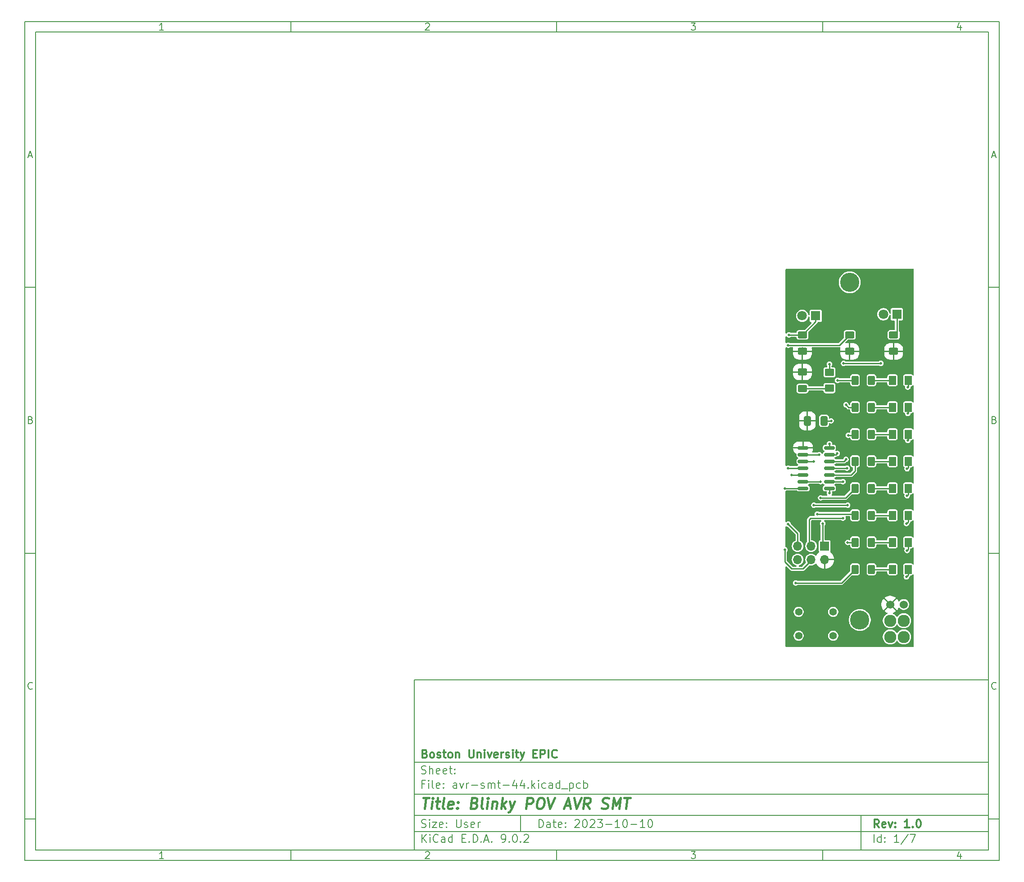
<source format=gbr>
%TF.GenerationSoftware,KiCad,Pcbnew,9.0.2-9.0.2-0~ubuntu24.04.1*%
%TF.CreationDate,2025-05-15T08:46:20-04:00*%
%TF.ProjectId,avr-smt-44,6176722d-736d-4742-9d34-342e6b696361,1.0*%
%TF.SameCoordinates,Original*%
%TF.FileFunction,Copper,L1,Top*%
%TF.FilePolarity,Positive*%
%FSLAX46Y46*%
G04 Gerber Fmt 4.6, Leading zero omitted, Abs format (unit mm)*
G04 Created by KiCad (PCBNEW 9.0.2-9.0.2-0~ubuntu24.04.1) date 2025-05-15 08:46:20*
%MOMM*%
%LPD*%
G01*
G04 APERTURE LIST*
G04 Aperture macros list*
%AMRoundRect*
0 Rectangle with rounded corners*
0 $1 Rounding radius*
0 $2 $3 $4 $5 $6 $7 $8 $9 X,Y pos of 4 corners*
0 Add a 4 corners polygon primitive as box body*
4,1,4,$2,$3,$4,$5,$6,$7,$8,$9,$2,$3,0*
0 Add four circle primitives for the rounded corners*
1,1,$1+$1,$2,$3*
1,1,$1+$1,$4,$5*
1,1,$1+$1,$6,$7*
1,1,$1+$1,$8,$9*
0 Add four rect primitives between the rounded corners*
20,1,$1+$1,$2,$3,$4,$5,0*
20,1,$1+$1,$4,$5,$6,$7,0*
20,1,$1+$1,$6,$7,$8,$9,0*
20,1,$1+$1,$8,$9,$2,$3,0*%
G04 Aperture macros list end*
%ADD10C,0.100000*%
%ADD11C,0.150000*%
%ADD12C,0.300000*%
%ADD13C,0.400000*%
%TA.AperFunction,SMDPad,CuDef*%
%ADD14RoundRect,0.250000X-0.412500X-0.650000X0.412500X-0.650000X0.412500X0.650000X-0.412500X0.650000X0*%
%TD*%
%TA.AperFunction,SMDPad,CuDef*%
%ADD15RoundRect,0.250000X0.625000X-0.400000X0.625000X0.400000X-0.625000X0.400000X-0.625000X-0.400000X0*%
%TD*%
%TA.AperFunction,SMDPad,CuDef*%
%ADD16RoundRect,0.250000X-0.400000X-0.625000X0.400000X-0.625000X0.400000X0.625000X-0.400000X0.625000X0*%
%TD*%
%TA.AperFunction,ComponentPad*%
%ADD17C,3.600000*%
%TD*%
%TA.AperFunction,ComponentPad*%
%ADD18R,1.700000X1.700000*%
%TD*%
%TA.AperFunction,ComponentPad*%
%ADD19O,1.700000X1.700000*%
%TD*%
%TA.AperFunction,ComponentPad*%
%ADD20C,1.397000*%
%TD*%
%TA.AperFunction,SMDPad,CuDef*%
%ADD21RoundRect,0.250001X0.462499X0.624999X-0.462499X0.624999X-0.462499X-0.624999X0.462499X-0.624999X0*%
%TD*%
%TA.AperFunction,ComponentPad*%
%ADD22C,1.524000*%
%TD*%
%TA.AperFunction,ComponentPad*%
%ADD23C,2.286000*%
%TD*%
%TA.AperFunction,SMDPad,CuDef*%
%ADD24RoundRect,0.150000X-0.825000X-0.150000X0.825000X-0.150000X0.825000X0.150000X-0.825000X0.150000X0*%
%TD*%
%TA.AperFunction,SMDPad,CuDef*%
%ADD25RoundRect,0.250001X-0.624999X0.462499X-0.624999X-0.462499X0.624999X-0.462499X0.624999X0.462499X0*%
%TD*%
%TA.AperFunction,ComponentPad*%
%ADD26R,1.800000X1.800000*%
%TD*%
%TA.AperFunction,ComponentPad*%
%ADD27C,1.800000*%
%TD*%
%TA.AperFunction,SMDPad,CuDef*%
%ADD28RoundRect,0.250000X-0.625000X0.400000X-0.625000X-0.400000X0.625000X-0.400000X0.625000X0.400000X0*%
%TD*%
%TA.AperFunction,ViaPad*%
%ADD29C,0.508000*%
%TD*%
%TA.AperFunction,Conductor*%
%ADD30C,0.254000*%
%TD*%
G04 APERTURE END LIST*
D10*
D11*
X83200000Y-133800000D02*
X191200000Y-133800000D01*
X191200000Y-165800000D01*
X83200000Y-165800000D01*
X83200000Y-133800000D01*
D10*
D11*
X10000000Y-10000000D02*
X193200000Y-10000000D01*
X193200000Y-167800000D01*
X10000000Y-167800000D01*
X10000000Y-10000000D01*
D10*
D11*
X12000000Y-12000000D02*
X191200000Y-12000000D01*
X191200000Y-165800000D01*
X12000000Y-165800000D01*
X12000000Y-12000000D01*
D10*
D11*
X60000000Y-12000000D02*
X60000000Y-10000000D01*
D10*
D11*
X110000000Y-12000000D02*
X110000000Y-10000000D01*
D10*
D11*
X160000000Y-12000000D02*
X160000000Y-10000000D01*
D10*
D11*
X36089160Y-11593604D02*
X35346303Y-11593604D01*
X35717731Y-11593604D02*
X35717731Y-10293604D01*
X35717731Y-10293604D02*
X35593922Y-10479319D01*
X35593922Y-10479319D02*
X35470112Y-10603128D01*
X35470112Y-10603128D02*
X35346303Y-10665033D01*
D10*
D11*
X85346303Y-10417414D02*
X85408207Y-10355509D01*
X85408207Y-10355509D02*
X85532017Y-10293604D01*
X85532017Y-10293604D02*
X85841541Y-10293604D01*
X85841541Y-10293604D02*
X85965350Y-10355509D01*
X85965350Y-10355509D02*
X86027255Y-10417414D01*
X86027255Y-10417414D02*
X86089160Y-10541223D01*
X86089160Y-10541223D02*
X86089160Y-10665033D01*
X86089160Y-10665033D02*
X86027255Y-10850747D01*
X86027255Y-10850747D02*
X85284398Y-11593604D01*
X85284398Y-11593604D02*
X86089160Y-11593604D01*
D10*
D11*
X135284398Y-10293604D02*
X136089160Y-10293604D01*
X136089160Y-10293604D02*
X135655826Y-10788842D01*
X135655826Y-10788842D02*
X135841541Y-10788842D01*
X135841541Y-10788842D02*
X135965350Y-10850747D01*
X135965350Y-10850747D02*
X136027255Y-10912652D01*
X136027255Y-10912652D02*
X136089160Y-11036461D01*
X136089160Y-11036461D02*
X136089160Y-11345985D01*
X136089160Y-11345985D02*
X136027255Y-11469795D01*
X136027255Y-11469795D02*
X135965350Y-11531700D01*
X135965350Y-11531700D02*
X135841541Y-11593604D01*
X135841541Y-11593604D02*
X135470112Y-11593604D01*
X135470112Y-11593604D02*
X135346303Y-11531700D01*
X135346303Y-11531700D02*
X135284398Y-11469795D01*
D10*
D11*
X185965350Y-10726938D02*
X185965350Y-11593604D01*
X185655826Y-10231700D02*
X185346303Y-11160271D01*
X185346303Y-11160271D02*
X186151064Y-11160271D01*
D10*
D11*
X60000000Y-165800000D02*
X60000000Y-167800000D01*
D10*
D11*
X110000000Y-165800000D02*
X110000000Y-167800000D01*
D10*
D11*
X160000000Y-165800000D02*
X160000000Y-167800000D01*
D10*
D11*
X36089160Y-167393604D02*
X35346303Y-167393604D01*
X35717731Y-167393604D02*
X35717731Y-166093604D01*
X35717731Y-166093604D02*
X35593922Y-166279319D01*
X35593922Y-166279319D02*
X35470112Y-166403128D01*
X35470112Y-166403128D02*
X35346303Y-166465033D01*
D10*
D11*
X85346303Y-166217414D02*
X85408207Y-166155509D01*
X85408207Y-166155509D02*
X85532017Y-166093604D01*
X85532017Y-166093604D02*
X85841541Y-166093604D01*
X85841541Y-166093604D02*
X85965350Y-166155509D01*
X85965350Y-166155509D02*
X86027255Y-166217414D01*
X86027255Y-166217414D02*
X86089160Y-166341223D01*
X86089160Y-166341223D02*
X86089160Y-166465033D01*
X86089160Y-166465033D02*
X86027255Y-166650747D01*
X86027255Y-166650747D02*
X85284398Y-167393604D01*
X85284398Y-167393604D02*
X86089160Y-167393604D01*
D10*
D11*
X135284398Y-166093604D02*
X136089160Y-166093604D01*
X136089160Y-166093604D02*
X135655826Y-166588842D01*
X135655826Y-166588842D02*
X135841541Y-166588842D01*
X135841541Y-166588842D02*
X135965350Y-166650747D01*
X135965350Y-166650747D02*
X136027255Y-166712652D01*
X136027255Y-166712652D02*
X136089160Y-166836461D01*
X136089160Y-166836461D02*
X136089160Y-167145985D01*
X136089160Y-167145985D02*
X136027255Y-167269795D01*
X136027255Y-167269795D02*
X135965350Y-167331700D01*
X135965350Y-167331700D02*
X135841541Y-167393604D01*
X135841541Y-167393604D02*
X135470112Y-167393604D01*
X135470112Y-167393604D02*
X135346303Y-167331700D01*
X135346303Y-167331700D02*
X135284398Y-167269795D01*
D10*
D11*
X185965350Y-166526938D02*
X185965350Y-167393604D01*
X185655826Y-166031700D02*
X185346303Y-166960271D01*
X185346303Y-166960271D02*
X186151064Y-166960271D01*
D10*
D11*
X10000000Y-60000000D02*
X12000000Y-60000000D01*
D10*
D11*
X10000000Y-110000000D02*
X12000000Y-110000000D01*
D10*
D11*
X10000000Y-160000000D02*
X12000000Y-160000000D01*
D10*
D11*
X10690476Y-35222176D02*
X11309523Y-35222176D01*
X10566666Y-35593604D02*
X10999999Y-34293604D01*
X10999999Y-34293604D02*
X11433333Y-35593604D01*
D10*
D11*
X11092857Y-84912652D02*
X11278571Y-84974557D01*
X11278571Y-84974557D02*
X11340476Y-85036461D01*
X11340476Y-85036461D02*
X11402380Y-85160271D01*
X11402380Y-85160271D02*
X11402380Y-85345985D01*
X11402380Y-85345985D02*
X11340476Y-85469795D01*
X11340476Y-85469795D02*
X11278571Y-85531700D01*
X11278571Y-85531700D02*
X11154761Y-85593604D01*
X11154761Y-85593604D02*
X10659523Y-85593604D01*
X10659523Y-85593604D02*
X10659523Y-84293604D01*
X10659523Y-84293604D02*
X11092857Y-84293604D01*
X11092857Y-84293604D02*
X11216666Y-84355509D01*
X11216666Y-84355509D02*
X11278571Y-84417414D01*
X11278571Y-84417414D02*
X11340476Y-84541223D01*
X11340476Y-84541223D02*
X11340476Y-84665033D01*
X11340476Y-84665033D02*
X11278571Y-84788842D01*
X11278571Y-84788842D02*
X11216666Y-84850747D01*
X11216666Y-84850747D02*
X11092857Y-84912652D01*
X11092857Y-84912652D02*
X10659523Y-84912652D01*
D10*
D11*
X11402380Y-135469795D02*
X11340476Y-135531700D01*
X11340476Y-135531700D02*
X11154761Y-135593604D01*
X11154761Y-135593604D02*
X11030952Y-135593604D01*
X11030952Y-135593604D02*
X10845238Y-135531700D01*
X10845238Y-135531700D02*
X10721428Y-135407890D01*
X10721428Y-135407890D02*
X10659523Y-135284080D01*
X10659523Y-135284080D02*
X10597619Y-135036461D01*
X10597619Y-135036461D02*
X10597619Y-134850747D01*
X10597619Y-134850747D02*
X10659523Y-134603128D01*
X10659523Y-134603128D02*
X10721428Y-134479319D01*
X10721428Y-134479319D02*
X10845238Y-134355509D01*
X10845238Y-134355509D02*
X11030952Y-134293604D01*
X11030952Y-134293604D02*
X11154761Y-134293604D01*
X11154761Y-134293604D02*
X11340476Y-134355509D01*
X11340476Y-134355509D02*
X11402380Y-134417414D01*
D10*
D11*
X193200000Y-60000000D02*
X191200000Y-60000000D01*
D10*
D11*
X193200000Y-110000000D02*
X191200000Y-110000000D01*
D10*
D11*
X193200000Y-160000000D02*
X191200000Y-160000000D01*
D10*
D11*
X191890476Y-35222176D02*
X192509523Y-35222176D01*
X191766666Y-35593604D02*
X192199999Y-34293604D01*
X192199999Y-34293604D02*
X192633333Y-35593604D01*
D10*
D11*
X192292857Y-84912652D02*
X192478571Y-84974557D01*
X192478571Y-84974557D02*
X192540476Y-85036461D01*
X192540476Y-85036461D02*
X192602380Y-85160271D01*
X192602380Y-85160271D02*
X192602380Y-85345985D01*
X192602380Y-85345985D02*
X192540476Y-85469795D01*
X192540476Y-85469795D02*
X192478571Y-85531700D01*
X192478571Y-85531700D02*
X192354761Y-85593604D01*
X192354761Y-85593604D02*
X191859523Y-85593604D01*
X191859523Y-85593604D02*
X191859523Y-84293604D01*
X191859523Y-84293604D02*
X192292857Y-84293604D01*
X192292857Y-84293604D02*
X192416666Y-84355509D01*
X192416666Y-84355509D02*
X192478571Y-84417414D01*
X192478571Y-84417414D02*
X192540476Y-84541223D01*
X192540476Y-84541223D02*
X192540476Y-84665033D01*
X192540476Y-84665033D02*
X192478571Y-84788842D01*
X192478571Y-84788842D02*
X192416666Y-84850747D01*
X192416666Y-84850747D02*
X192292857Y-84912652D01*
X192292857Y-84912652D02*
X191859523Y-84912652D01*
D10*
D11*
X192602380Y-135469795D02*
X192540476Y-135531700D01*
X192540476Y-135531700D02*
X192354761Y-135593604D01*
X192354761Y-135593604D02*
X192230952Y-135593604D01*
X192230952Y-135593604D02*
X192045238Y-135531700D01*
X192045238Y-135531700D02*
X191921428Y-135407890D01*
X191921428Y-135407890D02*
X191859523Y-135284080D01*
X191859523Y-135284080D02*
X191797619Y-135036461D01*
X191797619Y-135036461D02*
X191797619Y-134850747D01*
X191797619Y-134850747D02*
X191859523Y-134603128D01*
X191859523Y-134603128D02*
X191921428Y-134479319D01*
X191921428Y-134479319D02*
X192045238Y-134355509D01*
X192045238Y-134355509D02*
X192230952Y-134293604D01*
X192230952Y-134293604D02*
X192354761Y-134293604D01*
X192354761Y-134293604D02*
X192540476Y-134355509D01*
X192540476Y-134355509D02*
X192602380Y-134417414D01*
D10*
D11*
X106655826Y-161586128D02*
X106655826Y-160086128D01*
X106655826Y-160086128D02*
X107012969Y-160086128D01*
X107012969Y-160086128D02*
X107227255Y-160157557D01*
X107227255Y-160157557D02*
X107370112Y-160300414D01*
X107370112Y-160300414D02*
X107441541Y-160443271D01*
X107441541Y-160443271D02*
X107512969Y-160728985D01*
X107512969Y-160728985D02*
X107512969Y-160943271D01*
X107512969Y-160943271D02*
X107441541Y-161228985D01*
X107441541Y-161228985D02*
X107370112Y-161371842D01*
X107370112Y-161371842D02*
X107227255Y-161514700D01*
X107227255Y-161514700D02*
X107012969Y-161586128D01*
X107012969Y-161586128D02*
X106655826Y-161586128D01*
X108798684Y-161586128D02*
X108798684Y-160800414D01*
X108798684Y-160800414D02*
X108727255Y-160657557D01*
X108727255Y-160657557D02*
X108584398Y-160586128D01*
X108584398Y-160586128D02*
X108298684Y-160586128D01*
X108298684Y-160586128D02*
X108155826Y-160657557D01*
X108798684Y-161514700D02*
X108655826Y-161586128D01*
X108655826Y-161586128D02*
X108298684Y-161586128D01*
X108298684Y-161586128D02*
X108155826Y-161514700D01*
X108155826Y-161514700D02*
X108084398Y-161371842D01*
X108084398Y-161371842D02*
X108084398Y-161228985D01*
X108084398Y-161228985D02*
X108155826Y-161086128D01*
X108155826Y-161086128D02*
X108298684Y-161014700D01*
X108298684Y-161014700D02*
X108655826Y-161014700D01*
X108655826Y-161014700D02*
X108798684Y-160943271D01*
X109298684Y-160586128D02*
X109870112Y-160586128D01*
X109512969Y-160086128D02*
X109512969Y-161371842D01*
X109512969Y-161371842D02*
X109584398Y-161514700D01*
X109584398Y-161514700D02*
X109727255Y-161586128D01*
X109727255Y-161586128D02*
X109870112Y-161586128D01*
X110941541Y-161514700D02*
X110798684Y-161586128D01*
X110798684Y-161586128D02*
X110512970Y-161586128D01*
X110512970Y-161586128D02*
X110370112Y-161514700D01*
X110370112Y-161514700D02*
X110298684Y-161371842D01*
X110298684Y-161371842D02*
X110298684Y-160800414D01*
X110298684Y-160800414D02*
X110370112Y-160657557D01*
X110370112Y-160657557D02*
X110512970Y-160586128D01*
X110512970Y-160586128D02*
X110798684Y-160586128D01*
X110798684Y-160586128D02*
X110941541Y-160657557D01*
X110941541Y-160657557D02*
X111012970Y-160800414D01*
X111012970Y-160800414D02*
X111012970Y-160943271D01*
X111012970Y-160943271D02*
X110298684Y-161086128D01*
X111655826Y-161443271D02*
X111727255Y-161514700D01*
X111727255Y-161514700D02*
X111655826Y-161586128D01*
X111655826Y-161586128D02*
X111584398Y-161514700D01*
X111584398Y-161514700D02*
X111655826Y-161443271D01*
X111655826Y-161443271D02*
X111655826Y-161586128D01*
X111655826Y-160657557D02*
X111727255Y-160728985D01*
X111727255Y-160728985D02*
X111655826Y-160800414D01*
X111655826Y-160800414D02*
X111584398Y-160728985D01*
X111584398Y-160728985D02*
X111655826Y-160657557D01*
X111655826Y-160657557D02*
X111655826Y-160800414D01*
X113441541Y-160228985D02*
X113512969Y-160157557D01*
X113512969Y-160157557D02*
X113655827Y-160086128D01*
X113655827Y-160086128D02*
X114012969Y-160086128D01*
X114012969Y-160086128D02*
X114155827Y-160157557D01*
X114155827Y-160157557D02*
X114227255Y-160228985D01*
X114227255Y-160228985D02*
X114298684Y-160371842D01*
X114298684Y-160371842D02*
X114298684Y-160514700D01*
X114298684Y-160514700D02*
X114227255Y-160728985D01*
X114227255Y-160728985D02*
X113370112Y-161586128D01*
X113370112Y-161586128D02*
X114298684Y-161586128D01*
X115227255Y-160086128D02*
X115370112Y-160086128D01*
X115370112Y-160086128D02*
X115512969Y-160157557D01*
X115512969Y-160157557D02*
X115584398Y-160228985D01*
X115584398Y-160228985D02*
X115655826Y-160371842D01*
X115655826Y-160371842D02*
X115727255Y-160657557D01*
X115727255Y-160657557D02*
X115727255Y-161014700D01*
X115727255Y-161014700D02*
X115655826Y-161300414D01*
X115655826Y-161300414D02*
X115584398Y-161443271D01*
X115584398Y-161443271D02*
X115512969Y-161514700D01*
X115512969Y-161514700D02*
X115370112Y-161586128D01*
X115370112Y-161586128D02*
X115227255Y-161586128D01*
X115227255Y-161586128D02*
X115084398Y-161514700D01*
X115084398Y-161514700D02*
X115012969Y-161443271D01*
X115012969Y-161443271D02*
X114941540Y-161300414D01*
X114941540Y-161300414D02*
X114870112Y-161014700D01*
X114870112Y-161014700D02*
X114870112Y-160657557D01*
X114870112Y-160657557D02*
X114941540Y-160371842D01*
X114941540Y-160371842D02*
X115012969Y-160228985D01*
X115012969Y-160228985D02*
X115084398Y-160157557D01*
X115084398Y-160157557D02*
X115227255Y-160086128D01*
X116298683Y-160228985D02*
X116370111Y-160157557D01*
X116370111Y-160157557D02*
X116512969Y-160086128D01*
X116512969Y-160086128D02*
X116870111Y-160086128D01*
X116870111Y-160086128D02*
X117012969Y-160157557D01*
X117012969Y-160157557D02*
X117084397Y-160228985D01*
X117084397Y-160228985D02*
X117155826Y-160371842D01*
X117155826Y-160371842D02*
X117155826Y-160514700D01*
X117155826Y-160514700D02*
X117084397Y-160728985D01*
X117084397Y-160728985D02*
X116227254Y-161586128D01*
X116227254Y-161586128D02*
X117155826Y-161586128D01*
X117655825Y-160086128D02*
X118584397Y-160086128D01*
X118584397Y-160086128D02*
X118084397Y-160657557D01*
X118084397Y-160657557D02*
X118298682Y-160657557D01*
X118298682Y-160657557D02*
X118441540Y-160728985D01*
X118441540Y-160728985D02*
X118512968Y-160800414D01*
X118512968Y-160800414D02*
X118584397Y-160943271D01*
X118584397Y-160943271D02*
X118584397Y-161300414D01*
X118584397Y-161300414D02*
X118512968Y-161443271D01*
X118512968Y-161443271D02*
X118441540Y-161514700D01*
X118441540Y-161514700D02*
X118298682Y-161586128D01*
X118298682Y-161586128D02*
X117870111Y-161586128D01*
X117870111Y-161586128D02*
X117727254Y-161514700D01*
X117727254Y-161514700D02*
X117655825Y-161443271D01*
X119227253Y-161014700D02*
X120370111Y-161014700D01*
X121870111Y-161586128D02*
X121012968Y-161586128D01*
X121441539Y-161586128D02*
X121441539Y-160086128D01*
X121441539Y-160086128D02*
X121298682Y-160300414D01*
X121298682Y-160300414D02*
X121155825Y-160443271D01*
X121155825Y-160443271D02*
X121012968Y-160514700D01*
X122798682Y-160086128D02*
X122941539Y-160086128D01*
X122941539Y-160086128D02*
X123084396Y-160157557D01*
X123084396Y-160157557D02*
X123155825Y-160228985D01*
X123155825Y-160228985D02*
X123227253Y-160371842D01*
X123227253Y-160371842D02*
X123298682Y-160657557D01*
X123298682Y-160657557D02*
X123298682Y-161014700D01*
X123298682Y-161014700D02*
X123227253Y-161300414D01*
X123227253Y-161300414D02*
X123155825Y-161443271D01*
X123155825Y-161443271D02*
X123084396Y-161514700D01*
X123084396Y-161514700D02*
X122941539Y-161586128D01*
X122941539Y-161586128D02*
X122798682Y-161586128D01*
X122798682Y-161586128D02*
X122655825Y-161514700D01*
X122655825Y-161514700D02*
X122584396Y-161443271D01*
X122584396Y-161443271D02*
X122512967Y-161300414D01*
X122512967Y-161300414D02*
X122441539Y-161014700D01*
X122441539Y-161014700D02*
X122441539Y-160657557D01*
X122441539Y-160657557D02*
X122512967Y-160371842D01*
X122512967Y-160371842D02*
X122584396Y-160228985D01*
X122584396Y-160228985D02*
X122655825Y-160157557D01*
X122655825Y-160157557D02*
X122798682Y-160086128D01*
X123941538Y-161014700D02*
X125084396Y-161014700D01*
X126584396Y-161586128D02*
X125727253Y-161586128D01*
X126155824Y-161586128D02*
X126155824Y-160086128D01*
X126155824Y-160086128D02*
X126012967Y-160300414D01*
X126012967Y-160300414D02*
X125870110Y-160443271D01*
X125870110Y-160443271D02*
X125727253Y-160514700D01*
X127512967Y-160086128D02*
X127655824Y-160086128D01*
X127655824Y-160086128D02*
X127798681Y-160157557D01*
X127798681Y-160157557D02*
X127870110Y-160228985D01*
X127870110Y-160228985D02*
X127941538Y-160371842D01*
X127941538Y-160371842D02*
X128012967Y-160657557D01*
X128012967Y-160657557D02*
X128012967Y-161014700D01*
X128012967Y-161014700D02*
X127941538Y-161300414D01*
X127941538Y-161300414D02*
X127870110Y-161443271D01*
X127870110Y-161443271D02*
X127798681Y-161514700D01*
X127798681Y-161514700D02*
X127655824Y-161586128D01*
X127655824Y-161586128D02*
X127512967Y-161586128D01*
X127512967Y-161586128D02*
X127370110Y-161514700D01*
X127370110Y-161514700D02*
X127298681Y-161443271D01*
X127298681Y-161443271D02*
X127227252Y-161300414D01*
X127227252Y-161300414D02*
X127155824Y-161014700D01*
X127155824Y-161014700D02*
X127155824Y-160657557D01*
X127155824Y-160657557D02*
X127227252Y-160371842D01*
X127227252Y-160371842D02*
X127298681Y-160228985D01*
X127298681Y-160228985D02*
X127370110Y-160157557D01*
X127370110Y-160157557D02*
X127512967Y-160086128D01*
D10*
D11*
X83200000Y-162300000D02*
X191200000Y-162300000D01*
D10*
D11*
X84655826Y-164386128D02*
X84655826Y-162886128D01*
X85512969Y-164386128D02*
X84870112Y-163528985D01*
X85512969Y-162886128D02*
X84655826Y-163743271D01*
X86155826Y-164386128D02*
X86155826Y-163386128D01*
X86155826Y-162886128D02*
X86084398Y-162957557D01*
X86084398Y-162957557D02*
X86155826Y-163028985D01*
X86155826Y-163028985D02*
X86227255Y-162957557D01*
X86227255Y-162957557D02*
X86155826Y-162886128D01*
X86155826Y-162886128D02*
X86155826Y-163028985D01*
X87727255Y-164243271D02*
X87655827Y-164314700D01*
X87655827Y-164314700D02*
X87441541Y-164386128D01*
X87441541Y-164386128D02*
X87298684Y-164386128D01*
X87298684Y-164386128D02*
X87084398Y-164314700D01*
X87084398Y-164314700D02*
X86941541Y-164171842D01*
X86941541Y-164171842D02*
X86870112Y-164028985D01*
X86870112Y-164028985D02*
X86798684Y-163743271D01*
X86798684Y-163743271D02*
X86798684Y-163528985D01*
X86798684Y-163528985D02*
X86870112Y-163243271D01*
X86870112Y-163243271D02*
X86941541Y-163100414D01*
X86941541Y-163100414D02*
X87084398Y-162957557D01*
X87084398Y-162957557D02*
X87298684Y-162886128D01*
X87298684Y-162886128D02*
X87441541Y-162886128D01*
X87441541Y-162886128D02*
X87655827Y-162957557D01*
X87655827Y-162957557D02*
X87727255Y-163028985D01*
X89012970Y-164386128D02*
X89012970Y-163600414D01*
X89012970Y-163600414D02*
X88941541Y-163457557D01*
X88941541Y-163457557D02*
X88798684Y-163386128D01*
X88798684Y-163386128D02*
X88512970Y-163386128D01*
X88512970Y-163386128D02*
X88370112Y-163457557D01*
X89012970Y-164314700D02*
X88870112Y-164386128D01*
X88870112Y-164386128D02*
X88512970Y-164386128D01*
X88512970Y-164386128D02*
X88370112Y-164314700D01*
X88370112Y-164314700D02*
X88298684Y-164171842D01*
X88298684Y-164171842D02*
X88298684Y-164028985D01*
X88298684Y-164028985D02*
X88370112Y-163886128D01*
X88370112Y-163886128D02*
X88512970Y-163814700D01*
X88512970Y-163814700D02*
X88870112Y-163814700D01*
X88870112Y-163814700D02*
X89012970Y-163743271D01*
X90370113Y-164386128D02*
X90370113Y-162886128D01*
X90370113Y-164314700D02*
X90227255Y-164386128D01*
X90227255Y-164386128D02*
X89941541Y-164386128D01*
X89941541Y-164386128D02*
X89798684Y-164314700D01*
X89798684Y-164314700D02*
X89727255Y-164243271D01*
X89727255Y-164243271D02*
X89655827Y-164100414D01*
X89655827Y-164100414D02*
X89655827Y-163671842D01*
X89655827Y-163671842D02*
X89727255Y-163528985D01*
X89727255Y-163528985D02*
X89798684Y-163457557D01*
X89798684Y-163457557D02*
X89941541Y-163386128D01*
X89941541Y-163386128D02*
X90227255Y-163386128D01*
X90227255Y-163386128D02*
X90370113Y-163457557D01*
X92227255Y-163600414D02*
X92727255Y-163600414D01*
X92941541Y-164386128D02*
X92227255Y-164386128D01*
X92227255Y-164386128D02*
X92227255Y-162886128D01*
X92227255Y-162886128D02*
X92941541Y-162886128D01*
X93584398Y-164243271D02*
X93655827Y-164314700D01*
X93655827Y-164314700D02*
X93584398Y-164386128D01*
X93584398Y-164386128D02*
X93512970Y-164314700D01*
X93512970Y-164314700D02*
X93584398Y-164243271D01*
X93584398Y-164243271D02*
X93584398Y-164386128D01*
X94298684Y-164386128D02*
X94298684Y-162886128D01*
X94298684Y-162886128D02*
X94655827Y-162886128D01*
X94655827Y-162886128D02*
X94870113Y-162957557D01*
X94870113Y-162957557D02*
X95012970Y-163100414D01*
X95012970Y-163100414D02*
X95084399Y-163243271D01*
X95084399Y-163243271D02*
X95155827Y-163528985D01*
X95155827Y-163528985D02*
X95155827Y-163743271D01*
X95155827Y-163743271D02*
X95084399Y-164028985D01*
X95084399Y-164028985D02*
X95012970Y-164171842D01*
X95012970Y-164171842D02*
X94870113Y-164314700D01*
X94870113Y-164314700D02*
X94655827Y-164386128D01*
X94655827Y-164386128D02*
X94298684Y-164386128D01*
X95798684Y-164243271D02*
X95870113Y-164314700D01*
X95870113Y-164314700D02*
X95798684Y-164386128D01*
X95798684Y-164386128D02*
X95727256Y-164314700D01*
X95727256Y-164314700D02*
X95798684Y-164243271D01*
X95798684Y-164243271D02*
X95798684Y-164386128D01*
X96441542Y-163957557D02*
X97155828Y-163957557D01*
X96298685Y-164386128D02*
X96798685Y-162886128D01*
X96798685Y-162886128D02*
X97298685Y-164386128D01*
X97798684Y-164243271D02*
X97870113Y-164314700D01*
X97870113Y-164314700D02*
X97798684Y-164386128D01*
X97798684Y-164386128D02*
X97727256Y-164314700D01*
X97727256Y-164314700D02*
X97798684Y-164243271D01*
X97798684Y-164243271D02*
X97798684Y-164386128D01*
X99727256Y-164386128D02*
X100012970Y-164386128D01*
X100012970Y-164386128D02*
X100155827Y-164314700D01*
X100155827Y-164314700D02*
X100227256Y-164243271D01*
X100227256Y-164243271D02*
X100370113Y-164028985D01*
X100370113Y-164028985D02*
X100441542Y-163743271D01*
X100441542Y-163743271D02*
X100441542Y-163171842D01*
X100441542Y-163171842D02*
X100370113Y-163028985D01*
X100370113Y-163028985D02*
X100298685Y-162957557D01*
X100298685Y-162957557D02*
X100155827Y-162886128D01*
X100155827Y-162886128D02*
X99870113Y-162886128D01*
X99870113Y-162886128D02*
X99727256Y-162957557D01*
X99727256Y-162957557D02*
X99655827Y-163028985D01*
X99655827Y-163028985D02*
X99584399Y-163171842D01*
X99584399Y-163171842D02*
X99584399Y-163528985D01*
X99584399Y-163528985D02*
X99655827Y-163671842D01*
X99655827Y-163671842D02*
X99727256Y-163743271D01*
X99727256Y-163743271D02*
X99870113Y-163814700D01*
X99870113Y-163814700D02*
X100155827Y-163814700D01*
X100155827Y-163814700D02*
X100298685Y-163743271D01*
X100298685Y-163743271D02*
X100370113Y-163671842D01*
X100370113Y-163671842D02*
X100441542Y-163528985D01*
X101084398Y-164243271D02*
X101155827Y-164314700D01*
X101155827Y-164314700D02*
X101084398Y-164386128D01*
X101084398Y-164386128D02*
X101012970Y-164314700D01*
X101012970Y-164314700D02*
X101084398Y-164243271D01*
X101084398Y-164243271D02*
X101084398Y-164386128D01*
X102084399Y-162886128D02*
X102227256Y-162886128D01*
X102227256Y-162886128D02*
X102370113Y-162957557D01*
X102370113Y-162957557D02*
X102441542Y-163028985D01*
X102441542Y-163028985D02*
X102512970Y-163171842D01*
X102512970Y-163171842D02*
X102584399Y-163457557D01*
X102584399Y-163457557D02*
X102584399Y-163814700D01*
X102584399Y-163814700D02*
X102512970Y-164100414D01*
X102512970Y-164100414D02*
X102441542Y-164243271D01*
X102441542Y-164243271D02*
X102370113Y-164314700D01*
X102370113Y-164314700D02*
X102227256Y-164386128D01*
X102227256Y-164386128D02*
X102084399Y-164386128D01*
X102084399Y-164386128D02*
X101941542Y-164314700D01*
X101941542Y-164314700D02*
X101870113Y-164243271D01*
X101870113Y-164243271D02*
X101798684Y-164100414D01*
X101798684Y-164100414D02*
X101727256Y-163814700D01*
X101727256Y-163814700D02*
X101727256Y-163457557D01*
X101727256Y-163457557D02*
X101798684Y-163171842D01*
X101798684Y-163171842D02*
X101870113Y-163028985D01*
X101870113Y-163028985D02*
X101941542Y-162957557D01*
X101941542Y-162957557D02*
X102084399Y-162886128D01*
X103227255Y-164243271D02*
X103298684Y-164314700D01*
X103298684Y-164314700D02*
X103227255Y-164386128D01*
X103227255Y-164386128D02*
X103155827Y-164314700D01*
X103155827Y-164314700D02*
X103227255Y-164243271D01*
X103227255Y-164243271D02*
X103227255Y-164386128D01*
X103870113Y-163028985D02*
X103941541Y-162957557D01*
X103941541Y-162957557D02*
X104084399Y-162886128D01*
X104084399Y-162886128D02*
X104441541Y-162886128D01*
X104441541Y-162886128D02*
X104584399Y-162957557D01*
X104584399Y-162957557D02*
X104655827Y-163028985D01*
X104655827Y-163028985D02*
X104727256Y-163171842D01*
X104727256Y-163171842D02*
X104727256Y-163314700D01*
X104727256Y-163314700D02*
X104655827Y-163528985D01*
X104655827Y-163528985D02*
X103798684Y-164386128D01*
X103798684Y-164386128D02*
X104727256Y-164386128D01*
D10*
D11*
X83200000Y-159300000D02*
X191200000Y-159300000D01*
D10*
D12*
X170611653Y-161578328D02*
X170111653Y-160864042D01*
X169754510Y-161578328D02*
X169754510Y-160078328D01*
X169754510Y-160078328D02*
X170325939Y-160078328D01*
X170325939Y-160078328D02*
X170468796Y-160149757D01*
X170468796Y-160149757D02*
X170540225Y-160221185D01*
X170540225Y-160221185D02*
X170611653Y-160364042D01*
X170611653Y-160364042D02*
X170611653Y-160578328D01*
X170611653Y-160578328D02*
X170540225Y-160721185D01*
X170540225Y-160721185D02*
X170468796Y-160792614D01*
X170468796Y-160792614D02*
X170325939Y-160864042D01*
X170325939Y-160864042D02*
X169754510Y-160864042D01*
X171825939Y-161506900D02*
X171683082Y-161578328D01*
X171683082Y-161578328D02*
X171397368Y-161578328D01*
X171397368Y-161578328D02*
X171254510Y-161506900D01*
X171254510Y-161506900D02*
X171183082Y-161364042D01*
X171183082Y-161364042D02*
X171183082Y-160792614D01*
X171183082Y-160792614D02*
X171254510Y-160649757D01*
X171254510Y-160649757D02*
X171397368Y-160578328D01*
X171397368Y-160578328D02*
X171683082Y-160578328D01*
X171683082Y-160578328D02*
X171825939Y-160649757D01*
X171825939Y-160649757D02*
X171897368Y-160792614D01*
X171897368Y-160792614D02*
X171897368Y-160935471D01*
X171897368Y-160935471D02*
X171183082Y-161078328D01*
X172397367Y-160578328D02*
X172754510Y-161578328D01*
X172754510Y-161578328D02*
X173111653Y-160578328D01*
X173683081Y-161435471D02*
X173754510Y-161506900D01*
X173754510Y-161506900D02*
X173683081Y-161578328D01*
X173683081Y-161578328D02*
X173611653Y-161506900D01*
X173611653Y-161506900D02*
X173683081Y-161435471D01*
X173683081Y-161435471D02*
X173683081Y-161578328D01*
X173683081Y-160649757D02*
X173754510Y-160721185D01*
X173754510Y-160721185D02*
X173683081Y-160792614D01*
X173683081Y-160792614D02*
X173611653Y-160721185D01*
X173611653Y-160721185D02*
X173683081Y-160649757D01*
X173683081Y-160649757D02*
X173683081Y-160792614D01*
X176325939Y-161578328D02*
X175468796Y-161578328D01*
X175897367Y-161578328D02*
X175897367Y-160078328D01*
X175897367Y-160078328D02*
X175754510Y-160292614D01*
X175754510Y-160292614D02*
X175611653Y-160435471D01*
X175611653Y-160435471D02*
X175468796Y-160506900D01*
X176968795Y-161435471D02*
X177040224Y-161506900D01*
X177040224Y-161506900D02*
X176968795Y-161578328D01*
X176968795Y-161578328D02*
X176897367Y-161506900D01*
X176897367Y-161506900D02*
X176968795Y-161435471D01*
X176968795Y-161435471D02*
X176968795Y-161578328D01*
X177968796Y-160078328D02*
X178111653Y-160078328D01*
X178111653Y-160078328D02*
X178254510Y-160149757D01*
X178254510Y-160149757D02*
X178325939Y-160221185D01*
X178325939Y-160221185D02*
X178397367Y-160364042D01*
X178397367Y-160364042D02*
X178468796Y-160649757D01*
X178468796Y-160649757D02*
X178468796Y-161006900D01*
X178468796Y-161006900D02*
X178397367Y-161292614D01*
X178397367Y-161292614D02*
X178325939Y-161435471D01*
X178325939Y-161435471D02*
X178254510Y-161506900D01*
X178254510Y-161506900D02*
X178111653Y-161578328D01*
X178111653Y-161578328D02*
X177968796Y-161578328D01*
X177968796Y-161578328D02*
X177825939Y-161506900D01*
X177825939Y-161506900D02*
X177754510Y-161435471D01*
X177754510Y-161435471D02*
X177683081Y-161292614D01*
X177683081Y-161292614D02*
X177611653Y-161006900D01*
X177611653Y-161006900D02*
X177611653Y-160649757D01*
X177611653Y-160649757D02*
X177683081Y-160364042D01*
X177683081Y-160364042D02*
X177754510Y-160221185D01*
X177754510Y-160221185D02*
X177825939Y-160149757D01*
X177825939Y-160149757D02*
X177968796Y-160078328D01*
D10*
D11*
X84584398Y-161514700D02*
X84798684Y-161586128D01*
X84798684Y-161586128D02*
X85155826Y-161586128D01*
X85155826Y-161586128D02*
X85298684Y-161514700D01*
X85298684Y-161514700D02*
X85370112Y-161443271D01*
X85370112Y-161443271D02*
X85441541Y-161300414D01*
X85441541Y-161300414D02*
X85441541Y-161157557D01*
X85441541Y-161157557D02*
X85370112Y-161014700D01*
X85370112Y-161014700D02*
X85298684Y-160943271D01*
X85298684Y-160943271D02*
X85155826Y-160871842D01*
X85155826Y-160871842D02*
X84870112Y-160800414D01*
X84870112Y-160800414D02*
X84727255Y-160728985D01*
X84727255Y-160728985D02*
X84655826Y-160657557D01*
X84655826Y-160657557D02*
X84584398Y-160514700D01*
X84584398Y-160514700D02*
X84584398Y-160371842D01*
X84584398Y-160371842D02*
X84655826Y-160228985D01*
X84655826Y-160228985D02*
X84727255Y-160157557D01*
X84727255Y-160157557D02*
X84870112Y-160086128D01*
X84870112Y-160086128D02*
X85227255Y-160086128D01*
X85227255Y-160086128D02*
X85441541Y-160157557D01*
X86084397Y-161586128D02*
X86084397Y-160586128D01*
X86084397Y-160086128D02*
X86012969Y-160157557D01*
X86012969Y-160157557D02*
X86084397Y-160228985D01*
X86084397Y-160228985D02*
X86155826Y-160157557D01*
X86155826Y-160157557D02*
X86084397Y-160086128D01*
X86084397Y-160086128D02*
X86084397Y-160228985D01*
X86655826Y-160586128D02*
X87441541Y-160586128D01*
X87441541Y-160586128D02*
X86655826Y-161586128D01*
X86655826Y-161586128D02*
X87441541Y-161586128D01*
X88584398Y-161514700D02*
X88441541Y-161586128D01*
X88441541Y-161586128D02*
X88155827Y-161586128D01*
X88155827Y-161586128D02*
X88012969Y-161514700D01*
X88012969Y-161514700D02*
X87941541Y-161371842D01*
X87941541Y-161371842D02*
X87941541Y-160800414D01*
X87941541Y-160800414D02*
X88012969Y-160657557D01*
X88012969Y-160657557D02*
X88155827Y-160586128D01*
X88155827Y-160586128D02*
X88441541Y-160586128D01*
X88441541Y-160586128D02*
X88584398Y-160657557D01*
X88584398Y-160657557D02*
X88655827Y-160800414D01*
X88655827Y-160800414D02*
X88655827Y-160943271D01*
X88655827Y-160943271D02*
X87941541Y-161086128D01*
X89298683Y-161443271D02*
X89370112Y-161514700D01*
X89370112Y-161514700D02*
X89298683Y-161586128D01*
X89298683Y-161586128D02*
X89227255Y-161514700D01*
X89227255Y-161514700D02*
X89298683Y-161443271D01*
X89298683Y-161443271D02*
X89298683Y-161586128D01*
X89298683Y-160657557D02*
X89370112Y-160728985D01*
X89370112Y-160728985D02*
X89298683Y-160800414D01*
X89298683Y-160800414D02*
X89227255Y-160728985D01*
X89227255Y-160728985D02*
X89298683Y-160657557D01*
X89298683Y-160657557D02*
X89298683Y-160800414D01*
X91155826Y-160086128D02*
X91155826Y-161300414D01*
X91155826Y-161300414D02*
X91227255Y-161443271D01*
X91227255Y-161443271D02*
X91298684Y-161514700D01*
X91298684Y-161514700D02*
X91441541Y-161586128D01*
X91441541Y-161586128D02*
X91727255Y-161586128D01*
X91727255Y-161586128D02*
X91870112Y-161514700D01*
X91870112Y-161514700D02*
X91941541Y-161443271D01*
X91941541Y-161443271D02*
X92012969Y-161300414D01*
X92012969Y-161300414D02*
X92012969Y-160086128D01*
X92655827Y-161514700D02*
X92798684Y-161586128D01*
X92798684Y-161586128D02*
X93084398Y-161586128D01*
X93084398Y-161586128D02*
X93227255Y-161514700D01*
X93227255Y-161514700D02*
X93298684Y-161371842D01*
X93298684Y-161371842D02*
X93298684Y-161300414D01*
X93298684Y-161300414D02*
X93227255Y-161157557D01*
X93227255Y-161157557D02*
X93084398Y-161086128D01*
X93084398Y-161086128D02*
X92870113Y-161086128D01*
X92870113Y-161086128D02*
X92727255Y-161014700D01*
X92727255Y-161014700D02*
X92655827Y-160871842D01*
X92655827Y-160871842D02*
X92655827Y-160800414D01*
X92655827Y-160800414D02*
X92727255Y-160657557D01*
X92727255Y-160657557D02*
X92870113Y-160586128D01*
X92870113Y-160586128D02*
X93084398Y-160586128D01*
X93084398Y-160586128D02*
X93227255Y-160657557D01*
X94512970Y-161514700D02*
X94370113Y-161586128D01*
X94370113Y-161586128D02*
X94084399Y-161586128D01*
X94084399Y-161586128D02*
X93941541Y-161514700D01*
X93941541Y-161514700D02*
X93870113Y-161371842D01*
X93870113Y-161371842D02*
X93870113Y-160800414D01*
X93870113Y-160800414D02*
X93941541Y-160657557D01*
X93941541Y-160657557D02*
X94084399Y-160586128D01*
X94084399Y-160586128D02*
X94370113Y-160586128D01*
X94370113Y-160586128D02*
X94512970Y-160657557D01*
X94512970Y-160657557D02*
X94584399Y-160800414D01*
X94584399Y-160800414D02*
X94584399Y-160943271D01*
X94584399Y-160943271D02*
X93870113Y-161086128D01*
X95227255Y-161586128D02*
X95227255Y-160586128D01*
X95227255Y-160871842D02*
X95298684Y-160728985D01*
X95298684Y-160728985D02*
X95370113Y-160657557D01*
X95370113Y-160657557D02*
X95512970Y-160586128D01*
X95512970Y-160586128D02*
X95655827Y-160586128D01*
D10*
D11*
X169655826Y-164386128D02*
X169655826Y-162886128D01*
X171012970Y-164386128D02*
X171012970Y-162886128D01*
X171012970Y-164314700D02*
X170870112Y-164386128D01*
X170870112Y-164386128D02*
X170584398Y-164386128D01*
X170584398Y-164386128D02*
X170441541Y-164314700D01*
X170441541Y-164314700D02*
X170370112Y-164243271D01*
X170370112Y-164243271D02*
X170298684Y-164100414D01*
X170298684Y-164100414D02*
X170298684Y-163671842D01*
X170298684Y-163671842D02*
X170370112Y-163528985D01*
X170370112Y-163528985D02*
X170441541Y-163457557D01*
X170441541Y-163457557D02*
X170584398Y-163386128D01*
X170584398Y-163386128D02*
X170870112Y-163386128D01*
X170870112Y-163386128D02*
X171012970Y-163457557D01*
X171727255Y-164243271D02*
X171798684Y-164314700D01*
X171798684Y-164314700D02*
X171727255Y-164386128D01*
X171727255Y-164386128D02*
X171655827Y-164314700D01*
X171655827Y-164314700D02*
X171727255Y-164243271D01*
X171727255Y-164243271D02*
X171727255Y-164386128D01*
X171727255Y-163457557D02*
X171798684Y-163528985D01*
X171798684Y-163528985D02*
X171727255Y-163600414D01*
X171727255Y-163600414D02*
X171655827Y-163528985D01*
X171655827Y-163528985D02*
X171727255Y-163457557D01*
X171727255Y-163457557D02*
X171727255Y-163600414D01*
X174370113Y-164386128D02*
X173512970Y-164386128D01*
X173941541Y-164386128D02*
X173941541Y-162886128D01*
X173941541Y-162886128D02*
X173798684Y-163100414D01*
X173798684Y-163100414D02*
X173655827Y-163243271D01*
X173655827Y-163243271D02*
X173512970Y-163314700D01*
X176084398Y-162814700D02*
X174798684Y-164743271D01*
X176441541Y-162886128D02*
X177441541Y-162886128D01*
X177441541Y-162886128D02*
X176798684Y-164386128D01*
D10*
D11*
X83200000Y-155300000D02*
X191200000Y-155300000D01*
D10*
D13*
X84891728Y-156004438D02*
X86034585Y-156004438D01*
X85213157Y-158004438D02*
X85463157Y-156004438D01*
X86451252Y-158004438D02*
X86617919Y-156671104D01*
X86701252Y-156004438D02*
X86594109Y-156099676D01*
X86594109Y-156099676D02*
X86677443Y-156194914D01*
X86677443Y-156194914D02*
X86784586Y-156099676D01*
X86784586Y-156099676D02*
X86701252Y-156004438D01*
X86701252Y-156004438D02*
X86677443Y-156194914D01*
X87284586Y-156671104D02*
X88046490Y-156671104D01*
X87653633Y-156004438D02*
X87439348Y-157718723D01*
X87439348Y-157718723D02*
X87510776Y-157909200D01*
X87510776Y-157909200D02*
X87689348Y-158004438D01*
X87689348Y-158004438D02*
X87879824Y-158004438D01*
X88832205Y-158004438D02*
X88653633Y-157909200D01*
X88653633Y-157909200D02*
X88582205Y-157718723D01*
X88582205Y-157718723D02*
X88796490Y-156004438D01*
X90367919Y-157909200D02*
X90165538Y-158004438D01*
X90165538Y-158004438D02*
X89784585Y-158004438D01*
X89784585Y-158004438D02*
X89606014Y-157909200D01*
X89606014Y-157909200D02*
X89534585Y-157718723D01*
X89534585Y-157718723D02*
X89629824Y-156956819D01*
X89629824Y-156956819D02*
X89748871Y-156766342D01*
X89748871Y-156766342D02*
X89951252Y-156671104D01*
X89951252Y-156671104D02*
X90332204Y-156671104D01*
X90332204Y-156671104D02*
X90510776Y-156766342D01*
X90510776Y-156766342D02*
X90582204Y-156956819D01*
X90582204Y-156956819D02*
X90558395Y-157147295D01*
X90558395Y-157147295D02*
X89582204Y-157337771D01*
X91332205Y-157813961D02*
X91415538Y-157909200D01*
X91415538Y-157909200D02*
X91308395Y-158004438D01*
X91308395Y-158004438D02*
X91225062Y-157909200D01*
X91225062Y-157909200D02*
X91332205Y-157813961D01*
X91332205Y-157813961D02*
X91308395Y-158004438D01*
X91463157Y-156766342D02*
X91546490Y-156861580D01*
X91546490Y-156861580D02*
X91439348Y-156956819D01*
X91439348Y-156956819D02*
X91356014Y-156861580D01*
X91356014Y-156861580D02*
X91463157Y-156766342D01*
X91463157Y-156766342D02*
X91439348Y-156956819D01*
X94582205Y-156956819D02*
X94856015Y-157052057D01*
X94856015Y-157052057D02*
X94939348Y-157147295D01*
X94939348Y-157147295D02*
X95010777Y-157337771D01*
X95010777Y-157337771D02*
X94975062Y-157623485D01*
X94975062Y-157623485D02*
X94856015Y-157813961D01*
X94856015Y-157813961D02*
X94748872Y-157909200D01*
X94748872Y-157909200D02*
X94546491Y-158004438D01*
X94546491Y-158004438D02*
X93784586Y-158004438D01*
X93784586Y-158004438D02*
X94034586Y-156004438D01*
X94034586Y-156004438D02*
X94701253Y-156004438D01*
X94701253Y-156004438D02*
X94879824Y-156099676D01*
X94879824Y-156099676D02*
X94963158Y-156194914D01*
X94963158Y-156194914D02*
X95034586Y-156385390D01*
X95034586Y-156385390D02*
X95010777Y-156575866D01*
X95010777Y-156575866D02*
X94891729Y-156766342D01*
X94891729Y-156766342D02*
X94784586Y-156861580D01*
X94784586Y-156861580D02*
X94582205Y-156956819D01*
X94582205Y-156956819D02*
X93915539Y-156956819D01*
X96070301Y-158004438D02*
X95891729Y-157909200D01*
X95891729Y-157909200D02*
X95820301Y-157718723D01*
X95820301Y-157718723D02*
X96034586Y-156004438D01*
X96832205Y-158004438D02*
X96998872Y-156671104D01*
X97082205Y-156004438D02*
X96975062Y-156099676D01*
X96975062Y-156099676D02*
X97058396Y-156194914D01*
X97058396Y-156194914D02*
X97165539Y-156099676D01*
X97165539Y-156099676D02*
X97082205Y-156004438D01*
X97082205Y-156004438D02*
X97058396Y-156194914D01*
X97951253Y-156671104D02*
X97784586Y-158004438D01*
X97927443Y-156861580D02*
X98034586Y-156766342D01*
X98034586Y-156766342D02*
X98236967Y-156671104D01*
X98236967Y-156671104D02*
X98522681Y-156671104D01*
X98522681Y-156671104D02*
X98701253Y-156766342D01*
X98701253Y-156766342D02*
X98772681Y-156956819D01*
X98772681Y-156956819D02*
X98641729Y-158004438D01*
X99594110Y-158004438D02*
X99844110Y-156004438D01*
X99879825Y-157242533D02*
X100356015Y-158004438D01*
X100522682Y-156671104D02*
X99665539Y-157433009D01*
X101189349Y-156671104D02*
X101498873Y-158004438D01*
X102141730Y-156671104D02*
X101498873Y-158004438D01*
X101498873Y-158004438D02*
X101248873Y-158480628D01*
X101248873Y-158480628D02*
X101141730Y-158575866D01*
X101141730Y-158575866D02*
X100939349Y-158671104D01*
X104260778Y-158004438D02*
X104510778Y-156004438D01*
X104510778Y-156004438D02*
X105272683Y-156004438D01*
X105272683Y-156004438D02*
X105451254Y-156099676D01*
X105451254Y-156099676D02*
X105534588Y-156194914D01*
X105534588Y-156194914D02*
X105606016Y-156385390D01*
X105606016Y-156385390D02*
X105570302Y-156671104D01*
X105570302Y-156671104D02*
X105451254Y-156861580D01*
X105451254Y-156861580D02*
X105344112Y-156956819D01*
X105344112Y-156956819D02*
X105141731Y-157052057D01*
X105141731Y-157052057D02*
X104379826Y-157052057D01*
X106891731Y-156004438D02*
X107272683Y-156004438D01*
X107272683Y-156004438D02*
X107451254Y-156099676D01*
X107451254Y-156099676D02*
X107617921Y-156290152D01*
X107617921Y-156290152D02*
X107665540Y-156671104D01*
X107665540Y-156671104D02*
X107582207Y-157337771D01*
X107582207Y-157337771D02*
X107439350Y-157718723D01*
X107439350Y-157718723D02*
X107225064Y-157909200D01*
X107225064Y-157909200D02*
X107022683Y-158004438D01*
X107022683Y-158004438D02*
X106641731Y-158004438D01*
X106641731Y-158004438D02*
X106463159Y-157909200D01*
X106463159Y-157909200D02*
X106296493Y-157718723D01*
X106296493Y-157718723D02*
X106248873Y-157337771D01*
X106248873Y-157337771D02*
X106332207Y-156671104D01*
X106332207Y-156671104D02*
X106475064Y-156290152D01*
X106475064Y-156290152D02*
X106689350Y-156099676D01*
X106689350Y-156099676D02*
X106891731Y-156004438D01*
X108320302Y-156004438D02*
X108736969Y-158004438D01*
X108736969Y-158004438D02*
X109653635Y-156004438D01*
X111570303Y-157433009D02*
X112522684Y-157433009D01*
X111308398Y-158004438D02*
X112225065Y-156004438D01*
X112225065Y-156004438D02*
X112641731Y-158004438D01*
X113272684Y-156004438D02*
X113689351Y-158004438D01*
X113689351Y-158004438D02*
X114606017Y-156004438D01*
X116165541Y-158004438D02*
X115617922Y-157052057D01*
X115022684Y-158004438D02*
X115272684Y-156004438D01*
X115272684Y-156004438D02*
X116034589Y-156004438D01*
X116034589Y-156004438D02*
X116213160Y-156099676D01*
X116213160Y-156099676D02*
X116296494Y-156194914D01*
X116296494Y-156194914D02*
X116367922Y-156385390D01*
X116367922Y-156385390D02*
X116332208Y-156671104D01*
X116332208Y-156671104D02*
X116213160Y-156861580D01*
X116213160Y-156861580D02*
X116106018Y-156956819D01*
X116106018Y-156956819D02*
X115903637Y-157052057D01*
X115903637Y-157052057D02*
X115141732Y-157052057D01*
X118463161Y-157909200D02*
X118736970Y-158004438D01*
X118736970Y-158004438D02*
X119213161Y-158004438D01*
X119213161Y-158004438D02*
X119415542Y-157909200D01*
X119415542Y-157909200D02*
X119522685Y-157813961D01*
X119522685Y-157813961D02*
X119641732Y-157623485D01*
X119641732Y-157623485D02*
X119665542Y-157433009D01*
X119665542Y-157433009D02*
X119594113Y-157242533D01*
X119594113Y-157242533D02*
X119510780Y-157147295D01*
X119510780Y-157147295D02*
X119332209Y-157052057D01*
X119332209Y-157052057D02*
X118963161Y-156956819D01*
X118963161Y-156956819D02*
X118784589Y-156861580D01*
X118784589Y-156861580D02*
X118701256Y-156766342D01*
X118701256Y-156766342D02*
X118629828Y-156575866D01*
X118629828Y-156575866D02*
X118653637Y-156385390D01*
X118653637Y-156385390D02*
X118772685Y-156194914D01*
X118772685Y-156194914D02*
X118879828Y-156099676D01*
X118879828Y-156099676D02*
X119082209Y-156004438D01*
X119082209Y-156004438D02*
X119558399Y-156004438D01*
X119558399Y-156004438D02*
X119832209Y-156099676D01*
X120451256Y-158004438D02*
X120701256Y-156004438D01*
X120701256Y-156004438D02*
X121189351Y-157433009D01*
X121189351Y-157433009D02*
X122034590Y-156004438D01*
X122034590Y-156004438D02*
X121784590Y-158004438D01*
X122701256Y-156004438D02*
X123844113Y-156004438D01*
X123022685Y-158004438D02*
X123272685Y-156004438D01*
D10*
D11*
X85155826Y-153400414D02*
X84655826Y-153400414D01*
X84655826Y-154186128D02*
X84655826Y-152686128D01*
X84655826Y-152686128D02*
X85370112Y-152686128D01*
X85941540Y-154186128D02*
X85941540Y-153186128D01*
X85941540Y-152686128D02*
X85870112Y-152757557D01*
X85870112Y-152757557D02*
X85941540Y-152828985D01*
X85941540Y-152828985D02*
X86012969Y-152757557D01*
X86012969Y-152757557D02*
X85941540Y-152686128D01*
X85941540Y-152686128D02*
X85941540Y-152828985D01*
X86870112Y-154186128D02*
X86727255Y-154114700D01*
X86727255Y-154114700D02*
X86655826Y-153971842D01*
X86655826Y-153971842D02*
X86655826Y-152686128D01*
X88012969Y-154114700D02*
X87870112Y-154186128D01*
X87870112Y-154186128D02*
X87584398Y-154186128D01*
X87584398Y-154186128D02*
X87441540Y-154114700D01*
X87441540Y-154114700D02*
X87370112Y-153971842D01*
X87370112Y-153971842D02*
X87370112Y-153400414D01*
X87370112Y-153400414D02*
X87441540Y-153257557D01*
X87441540Y-153257557D02*
X87584398Y-153186128D01*
X87584398Y-153186128D02*
X87870112Y-153186128D01*
X87870112Y-153186128D02*
X88012969Y-153257557D01*
X88012969Y-153257557D02*
X88084398Y-153400414D01*
X88084398Y-153400414D02*
X88084398Y-153543271D01*
X88084398Y-153543271D02*
X87370112Y-153686128D01*
X88727254Y-154043271D02*
X88798683Y-154114700D01*
X88798683Y-154114700D02*
X88727254Y-154186128D01*
X88727254Y-154186128D02*
X88655826Y-154114700D01*
X88655826Y-154114700D02*
X88727254Y-154043271D01*
X88727254Y-154043271D02*
X88727254Y-154186128D01*
X88727254Y-153257557D02*
X88798683Y-153328985D01*
X88798683Y-153328985D02*
X88727254Y-153400414D01*
X88727254Y-153400414D02*
X88655826Y-153328985D01*
X88655826Y-153328985D02*
X88727254Y-153257557D01*
X88727254Y-153257557D02*
X88727254Y-153400414D01*
X91227255Y-154186128D02*
X91227255Y-153400414D01*
X91227255Y-153400414D02*
X91155826Y-153257557D01*
X91155826Y-153257557D02*
X91012969Y-153186128D01*
X91012969Y-153186128D02*
X90727255Y-153186128D01*
X90727255Y-153186128D02*
X90584397Y-153257557D01*
X91227255Y-154114700D02*
X91084397Y-154186128D01*
X91084397Y-154186128D02*
X90727255Y-154186128D01*
X90727255Y-154186128D02*
X90584397Y-154114700D01*
X90584397Y-154114700D02*
X90512969Y-153971842D01*
X90512969Y-153971842D02*
X90512969Y-153828985D01*
X90512969Y-153828985D02*
X90584397Y-153686128D01*
X90584397Y-153686128D02*
X90727255Y-153614700D01*
X90727255Y-153614700D02*
X91084397Y-153614700D01*
X91084397Y-153614700D02*
X91227255Y-153543271D01*
X91798683Y-153186128D02*
X92155826Y-154186128D01*
X92155826Y-154186128D02*
X92512969Y-153186128D01*
X93084397Y-154186128D02*
X93084397Y-153186128D01*
X93084397Y-153471842D02*
X93155826Y-153328985D01*
X93155826Y-153328985D02*
X93227255Y-153257557D01*
X93227255Y-153257557D02*
X93370112Y-153186128D01*
X93370112Y-153186128D02*
X93512969Y-153186128D01*
X94012968Y-153614700D02*
X95155826Y-153614700D01*
X95798683Y-154114700D02*
X95941540Y-154186128D01*
X95941540Y-154186128D02*
X96227254Y-154186128D01*
X96227254Y-154186128D02*
X96370111Y-154114700D01*
X96370111Y-154114700D02*
X96441540Y-153971842D01*
X96441540Y-153971842D02*
X96441540Y-153900414D01*
X96441540Y-153900414D02*
X96370111Y-153757557D01*
X96370111Y-153757557D02*
X96227254Y-153686128D01*
X96227254Y-153686128D02*
X96012969Y-153686128D01*
X96012969Y-153686128D02*
X95870111Y-153614700D01*
X95870111Y-153614700D02*
X95798683Y-153471842D01*
X95798683Y-153471842D02*
X95798683Y-153400414D01*
X95798683Y-153400414D02*
X95870111Y-153257557D01*
X95870111Y-153257557D02*
X96012969Y-153186128D01*
X96012969Y-153186128D02*
X96227254Y-153186128D01*
X96227254Y-153186128D02*
X96370111Y-153257557D01*
X97084397Y-154186128D02*
X97084397Y-153186128D01*
X97084397Y-153328985D02*
X97155826Y-153257557D01*
X97155826Y-153257557D02*
X97298683Y-153186128D01*
X97298683Y-153186128D02*
X97512969Y-153186128D01*
X97512969Y-153186128D02*
X97655826Y-153257557D01*
X97655826Y-153257557D02*
X97727255Y-153400414D01*
X97727255Y-153400414D02*
X97727255Y-154186128D01*
X97727255Y-153400414D02*
X97798683Y-153257557D01*
X97798683Y-153257557D02*
X97941540Y-153186128D01*
X97941540Y-153186128D02*
X98155826Y-153186128D01*
X98155826Y-153186128D02*
X98298683Y-153257557D01*
X98298683Y-153257557D02*
X98370112Y-153400414D01*
X98370112Y-153400414D02*
X98370112Y-154186128D01*
X98870112Y-153186128D02*
X99441540Y-153186128D01*
X99084397Y-152686128D02*
X99084397Y-153971842D01*
X99084397Y-153971842D02*
X99155826Y-154114700D01*
X99155826Y-154114700D02*
X99298683Y-154186128D01*
X99298683Y-154186128D02*
X99441540Y-154186128D01*
X99941540Y-153614700D02*
X101084398Y-153614700D01*
X102441541Y-153186128D02*
X102441541Y-154186128D01*
X102084398Y-152614700D02*
X101727255Y-153686128D01*
X101727255Y-153686128D02*
X102655826Y-153686128D01*
X103870112Y-153186128D02*
X103870112Y-154186128D01*
X103512969Y-152614700D02*
X103155826Y-153686128D01*
X103155826Y-153686128D02*
X104084397Y-153686128D01*
X104655825Y-154043271D02*
X104727254Y-154114700D01*
X104727254Y-154114700D02*
X104655825Y-154186128D01*
X104655825Y-154186128D02*
X104584397Y-154114700D01*
X104584397Y-154114700D02*
X104655825Y-154043271D01*
X104655825Y-154043271D02*
X104655825Y-154186128D01*
X105370111Y-154186128D02*
X105370111Y-152686128D01*
X105512969Y-153614700D02*
X105941540Y-154186128D01*
X105941540Y-153186128D02*
X105370111Y-153757557D01*
X106584397Y-154186128D02*
X106584397Y-153186128D01*
X106584397Y-152686128D02*
X106512969Y-152757557D01*
X106512969Y-152757557D02*
X106584397Y-152828985D01*
X106584397Y-152828985D02*
X106655826Y-152757557D01*
X106655826Y-152757557D02*
X106584397Y-152686128D01*
X106584397Y-152686128D02*
X106584397Y-152828985D01*
X107941541Y-154114700D02*
X107798683Y-154186128D01*
X107798683Y-154186128D02*
X107512969Y-154186128D01*
X107512969Y-154186128D02*
X107370112Y-154114700D01*
X107370112Y-154114700D02*
X107298683Y-154043271D01*
X107298683Y-154043271D02*
X107227255Y-153900414D01*
X107227255Y-153900414D02*
X107227255Y-153471842D01*
X107227255Y-153471842D02*
X107298683Y-153328985D01*
X107298683Y-153328985D02*
X107370112Y-153257557D01*
X107370112Y-153257557D02*
X107512969Y-153186128D01*
X107512969Y-153186128D02*
X107798683Y-153186128D01*
X107798683Y-153186128D02*
X107941541Y-153257557D01*
X109227255Y-154186128D02*
X109227255Y-153400414D01*
X109227255Y-153400414D02*
X109155826Y-153257557D01*
X109155826Y-153257557D02*
X109012969Y-153186128D01*
X109012969Y-153186128D02*
X108727255Y-153186128D01*
X108727255Y-153186128D02*
X108584397Y-153257557D01*
X109227255Y-154114700D02*
X109084397Y-154186128D01*
X109084397Y-154186128D02*
X108727255Y-154186128D01*
X108727255Y-154186128D02*
X108584397Y-154114700D01*
X108584397Y-154114700D02*
X108512969Y-153971842D01*
X108512969Y-153971842D02*
X108512969Y-153828985D01*
X108512969Y-153828985D02*
X108584397Y-153686128D01*
X108584397Y-153686128D02*
X108727255Y-153614700D01*
X108727255Y-153614700D02*
X109084397Y-153614700D01*
X109084397Y-153614700D02*
X109227255Y-153543271D01*
X110584398Y-154186128D02*
X110584398Y-152686128D01*
X110584398Y-154114700D02*
X110441540Y-154186128D01*
X110441540Y-154186128D02*
X110155826Y-154186128D01*
X110155826Y-154186128D02*
X110012969Y-154114700D01*
X110012969Y-154114700D02*
X109941540Y-154043271D01*
X109941540Y-154043271D02*
X109870112Y-153900414D01*
X109870112Y-153900414D02*
X109870112Y-153471842D01*
X109870112Y-153471842D02*
X109941540Y-153328985D01*
X109941540Y-153328985D02*
X110012969Y-153257557D01*
X110012969Y-153257557D02*
X110155826Y-153186128D01*
X110155826Y-153186128D02*
X110441540Y-153186128D01*
X110441540Y-153186128D02*
X110584398Y-153257557D01*
X110941541Y-154328985D02*
X112084398Y-154328985D01*
X112441540Y-153186128D02*
X112441540Y-154686128D01*
X112441540Y-153257557D02*
X112584398Y-153186128D01*
X112584398Y-153186128D02*
X112870112Y-153186128D01*
X112870112Y-153186128D02*
X113012969Y-153257557D01*
X113012969Y-153257557D02*
X113084398Y-153328985D01*
X113084398Y-153328985D02*
X113155826Y-153471842D01*
X113155826Y-153471842D02*
X113155826Y-153900414D01*
X113155826Y-153900414D02*
X113084398Y-154043271D01*
X113084398Y-154043271D02*
X113012969Y-154114700D01*
X113012969Y-154114700D02*
X112870112Y-154186128D01*
X112870112Y-154186128D02*
X112584398Y-154186128D01*
X112584398Y-154186128D02*
X112441540Y-154114700D01*
X114441541Y-154114700D02*
X114298683Y-154186128D01*
X114298683Y-154186128D02*
X114012969Y-154186128D01*
X114012969Y-154186128D02*
X113870112Y-154114700D01*
X113870112Y-154114700D02*
X113798683Y-154043271D01*
X113798683Y-154043271D02*
X113727255Y-153900414D01*
X113727255Y-153900414D02*
X113727255Y-153471842D01*
X113727255Y-153471842D02*
X113798683Y-153328985D01*
X113798683Y-153328985D02*
X113870112Y-153257557D01*
X113870112Y-153257557D02*
X114012969Y-153186128D01*
X114012969Y-153186128D02*
X114298683Y-153186128D01*
X114298683Y-153186128D02*
X114441541Y-153257557D01*
X115084397Y-154186128D02*
X115084397Y-152686128D01*
X115084397Y-153257557D02*
X115227255Y-153186128D01*
X115227255Y-153186128D02*
X115512969Y-153186128D01*
X115512969Y-153186128D02*
X115655826Y-153257557D01*
X115655826Y-153257557D02*
X115727255Y-153328985D01*
X115727255Y-153328985D02*
X115798683Y-153471842D01*
X115798683Y-153471842D02*
X115798683Y-153900414D01*
X115798683Y-153900414D02*
X115727255Y-154043271D01*
X115727255Y-154043271D02*
X115655826Y-154114700D01*
X115655826Y-154114700D02*
X115512969Y-154186128D01*
X115512969Y-154186128D02*
X115227255Y-154186128D01*
X115227255Y-154186128D02*
X115084397Y-154114700D01*
D10*
D11*
X83200000Y-149300000D02*
X191200000Y-149300000D01*
D10*
D11*
X84584398Y-151414700D02*
X84798684Y-151486128D01*
X84798684Y-151486128D02*
X85155826Y-151486128D01*
X85155826Y-151486128D02*
X85298684Y-151414700D01*
X85298684Y-151414700D02*
X85370112Y-151343271D01*
X85370112Y-151343271D02*
X85441541Y-151200414D01*
X85441541Y-151200414D02*
X85441541Y-151057557D01*
X85441541Y-151057557D02*
X85370112Y-150914700D01*
X85370112Y-150914700D02*
X85298684Y-150843271D01*
X85298684Y-150843271D02*
X85155826Y-150771842D01*
X85155826Y-150771842D02*
X84870112Y-150700414D01*
X84870112Y-150700414D02*
X84727255Y-150628985D01*
X84727255Y-150628985D02*
X84655826Y-150557557D01*
X84655826Y-150557557D02*
X84584398Y-150414700D01*
X84584398Y-150414700D02*
X84584398Y-150271842D01*
X84584398Y-150271842D02*
X84655826Y-150128985D01*
X84655826Y-150128985D02*
X84727255Y-150057557D01*
X84727255Y-150057557D02*
X84870112Y-149986128D01*
X84870112Y-149986128D02*
X85227255Y-149986128D01*
X85227255Y-149986128D02*
X85441541Y-150057557D01*
X86084397Y-151486128D02*
X86084397Y-149986128D01*
X86727255Y-151486128D02*
X86727255Y-150700414D01*
X86727255Y-150700414D02*
X86655826Y-150557557D01*
X86655826Y-150557557D02*
X86512969Y-150486128D01*
X86512969Y-150486128D02*
X86298683Y-150486128D01*
X86298683Y-150486128D02*
X86155826Y-150557557D01*
X86155826Y-150557557D02*
X86084397Y-150628985D01*
X88012969Y-151414700D02*
X87870112Y-151486128D01*
X87870112Y-151486128D02*
X87584398Y-151486128D01*
X87584398Y-151486128D02*
X87441540Y-151414700D01*
X87441540Y-151414700D02*
X87370112Y-151271842D01*
X87370112Y-151271842D02*
X87370112Y-150700414D01*
X87370112Y-150700414D02*
X87441540Y-150557557D01*
X87441540Y-150557557D02*
X87584398Y-150486128D01*
X87584398Y-150486128D02*
X87870112Y-150486128D01*
X87870112Y-150486128D02*
X88012969Y-150557557D01*
X88012969Y-150557557D02*
X88084398Y-150700414D01*
X88084398Y-150700414D02*
X88084398Y-150843271D01*
X88084398Y-150843271D02*
X87370112Y-150986128D01*
X89298683Y-151414700D02*
X89155826Y-151486128D01*
X89155826Y-151486128D02*
X88870112Y-151486128D01*
X88870112Y-151486128D02*
X88727254Y-151414700D01*
X88727254Y-151414700D02*
X88655826Y-151271842D01*
X88655826Y-151271842D02*
X88655826Y-150700414D01*
X88655826Y-150700414D02*
X88727254Y-150557557D01*
X88727254Y-150557557D02*
X88870112Y-150486128D01*
X88870112Y-150486128D02*
X89155826Y-150486128D01*
X89155826Y-150486128D02*
X89298683Y-150557557D01*
X89298683Y-150557557D02*
X89370112Y-150700414D01*
X89370112Y-150700414D02*
X89370112Y-150843271D01*
X89370112Y-150843271D02*
X88655826Y-150986128D01*
X89798683Y-150486128D02*
X90370111Y-150486128D01*
X90012968Y-149986128D02*
X90012968Y-151271842D01*
X90012968Y-151271842D02*
X90084397Y-151414700D01*
X90084397Y-151414700D02*
X90227254Y-151486128D01*
X90227254Y-151486128D02*
X90370111Y-151486128D01*
X90870111Y-151343271D02*
X90941540Y-151414700D01*
X90941540Y-151414700D02*
X90870111Y-151486128D01*
X90870111Y-151486128D02*
X90798683Y-151414700D01*
X90798683Y-151414700D02*
X90870111Y-151343271D01*
X90870111Y-151343271D02*
X90870111Y-151486128D01*
X90870111Y-150557557D02*
X90941540Y-150628985D01*
X90941540Y-150628985D02*
X90870111Y-150700414D01*
X90870111Y-150700414D02*
X90798683Y-150628985D01*
X90798683Y-150628985D02*
X90870111Y-150557557D01*
X90870111Y-150557557D02*
X90870111Y-150700414D01*
D10*
D12*
X85254510Y-147692614D02*
X85468796Y-147764042D01*
X85468796Y-147764042D02*
X85540225Y-147835471D01*
X85540225Y-147835471D02*
X85611653Y-147978328D01*
X85611653Y-147978328D02*
X85611653Y-148192614D01*
X85611653Y-148192614D02*
X85540225Y-148335471D01*
X85540225Y-148335471D02*
X85468796Y-148406900D01*
X85468796Y-148406900D02*
X85325939Y-148478328D01*
X85325939Y-148478328D02*
X84754510Y-148478328D01*
X84754510Y-148478328D02*
X84754510Y-146978328D01*
X84754510Y-146978328D02*
X85254510Y-146978328D01*
X85254510Y-146978328D02*
X85397368Y-147049757D01*
X85397368Y-147049757D02*
X85468796Y-147121185D01*
X85468796Y-147121185D02*
X85540225Y-147264042D01*
X85540225Y-147264042D02*
X85540225Y-147406900D01*
X85540225Y-147406900D02*
X85468796Y-147549757D01*
X85468796Y-147549757D02*
X85397368Y-147621185D01*
X85397368Y-147621185D02*
X85254510Y-147692614D01*
X85254510Y-147692614D02*
X84754510Y-147692614D01*
X86468796Y-148478328D02*
X86325939Y-148406900D01*
X86325939Y-148406900D02*
X86254510Y-148335471D01*
X86254510Y-148335471D02*
X86183082Y-148192614D01*
X86183082Y-148192614D02*
X86183082Y-147764042D01*
X86183082Y-147764042D02*
X86254510Y-147621185D01*
X86254510Y-147621185D02*
X86325939Y-147549757D01*
X86325939Y-147549757D02*
X86468796Y-147478328D01*
X86468796Y-147478328D02*
X86683082Y-147478328D01*
X86683082Y-147478328D02*
X86825939Y-147549757D01*
X86825939Y-147549757D02*
X86897368Y-147621185D01*
X86897368Y-147621185D02*
X86968796Y-147764042D01*
X86968796Y-147764042D02*
X86968796Y-148192614D01*
X86968796Y-148192614D02*
X86897368Y-148335471D01*
X86897368Y-148335471D02*
X86825939Y-148406900D01*
X86825939Y-148406900D02*
X86683082Y-148478328D01*
X86683082Y-148478328D02*
X86468796Y-148478328D01*
X87540225Y-148406900D02*
X87683082Y-148478328D01*
X87683082Y-148478328D02*
X87968796Y-148478328D01*
X87968796Y-148478328D02*
X88111653Y-148406900D01*
X88111653Y-148406900D02*
X88183082Y-148264042D01*
X88183082Y-148264042D02*
X88183082Y-148192614D01*
X88183082Y-148192614D02*
X88111653Y-148049757D01*
X88111653Y-148049757D02*
X87968796Y-147978328D01*
X87968796Y-147978328D02*
X87754511Y-147978328D01*
X87754511Y-147978328D02*
X87611653Y-147906900D01*
X87611653Y-147906900D02*
X87540225Y-147764042D01*
X87540225Y-147764042D02*
X87540225Y-147692614D01*
X87540225Y-147692614D02*
X87611653Y-147549757D01*
X87611653Y-147549757D02*
X87754511Y-147478328D01*
X87754511Y-147478328D02*
X87968796Y-147478328D01*
X87968796Y-147478328D02*
X88111653Y-147549757D01*
X88611654Y-147478328D02*
X89183082Y-147478328D01*
X88825939Y-146978328D02*
X88825939Y-148264042D01*
X88825939Y-148264042D02*
X88897368Y-148406900D01*
X88897368Y-148406900D02*
X89040225Y-148478328D01*
X89040225Y-148478328D02*
X89183082Y-148478328D01*
X89897368Y-148478328D02*
X89754511Y-148406900D01*
X89754511Y-148406900D02*
X89683082Y-148335471D01*
X89683082Y-148335471D02*
X89611654Y-148192614D01*
X89611654Y-148192614D02*
X89611654Y-147764042D01*
X89611654Y-147764042D02*
X89683082Y-147621185D01*
X89683082Y-147621185D02*
X89754511Y-147549757D01*
X89754511Y-147549757D02*
X89897368Y-147478328D01*
X89897368Y-147478328D02*
X90111654Y-147478328D01*
X90111654Y-147478328D02*
X90254511Y-147549757D01*
X90254511Y-147549757D02*
X90325940Y-147621185D01*
X90325940Y-147621185D02*
X90397368Y-147764042D01*
X90397368Y-147764042D02*
X90397368Y-148192614D01*
X90397368Y-148192614D02*
X90325940Y-148335471D01*
X90325940Y-148335471D02*
X90254511Y-148406900D01*
X90254511Y-148406900D02*
X90111654Y-148478328D01*
X90111654Y-148478328D02*
X89897368Y-148478328D01*
X91040225Y-147478328D02*
X91040225Y-148478328D01*
X91040225Y-147621185D02*
X91111654Y-147549757D01*
X91111654Y-147549757D02*
X91254511Y-147478328D01*
X91254511Y-147478328D02*
X91468797Y-147478328D01*
X91468797Y-147478328D02*
X91611654Y-147549757D01*
X91611654Y-147549757D02*
X91683083Y-147692614D01*
X91683083Y-147692614D02*
X91683083Y-148478328D01*
X93540225Y-146978328D02*
X93540225Y-148192614D01*
X93540225Y-148192614D02*
X93611654Y-148335471D01*
X93611654Y-148335471D02*
X93683083Y-148406900D01*
X93683083Y-148406900D02*
X93825940Y-148478328D01*
X93825940Y-148478328D02*
X94111654Y-148478328D01*
X94111654Y-148478328D02*
X94254511Y-148406900D01*
X94254511Y-148406900D02*
X94325940Y-148335471D01*
X94325940Y-148335471D02*
X94397368Y-148192614D01*
X94397368Y-148192614D02*
X94397368Y-146978328D01*
X95111654Y-147478328D02*
X95111654Y-148478328D01*
X95111654Y-147621185D02*
X95183083Y-147549757D01*
X95183083Y-147549757D02*
X95325940Y-147478328D01*
X95325940Y-147478328D02*
X95540226Y-147478328D01*
X95540226Y-147478328D02*
X95683083Y-147549757D01*
X95683083Y-147549757D02*
X95754512Y-147692614D01*
X95754512Y-147692614D02*
X95754512Y-148478328D01*
X96468797Y-148478328D02*
X96468797Y-147478328D01*
X96468797Y-146978328D02*
X96397369Y-147049757D01*
X96397369Y-147049757D02*
X96468797Y-147121185D01*
X96468797Y-147121185D02*
X96540226Y-147049757D01*
X96540226Y-147049757D02*
X96468797Y-146978328D01*
X96468797Y-146978328D02*
X96468797Y-147121185D01*
X97040226Y-147478328D02*
X97397369Y-148478328D01*
X97397369Y-148478328D02*
X97754512Y-147478328D01*
X98897369Y-148406900D02*
X98754512Y-148478328D01*
X98754512Y-148478328D02*
X98468798Y-148478328D01*
X98468798Y-148478328D02*
X98325940Y-148406900D01*
X98325940Y-148406900D02*
X98254512Y-148264042D01*
X98254512Y-148264042D02*
X98254512Y-147692614D01*
X98254512Y-147692614D02*
X98325940Y-147549757D01*
X98325940Y-147549757D02*
X98468798Y-147478328D01*
X98468798Y-147478328D02*
X98754512Y-147478328D01*
X98754512Y-147478328D02*
X98897369Y-147549757D01*
X98897369Y-147549757D02*
X98968798Y-147692614D01*
X98968798Y-147692614D02*
X98968798Y-147835471D01*
X98968798Y-147835471D02*
X98254512Y-147978328D01*
X99611654Y-148478328D02*
X99611654Y-147478328D01*
X99611654Y-147764042D02*
X99683083Y-147621185D01*
X99683083Y-147621185D02*
X99754512Y-147549757D01*
X99754512Y-147549757D02*
X99897369Y-147478328D01*
X99897369Y-147478328D02*
X100040226Y-147478328D01*
X100468797Y-148406900D02*
X100611654Y-148478328D01*
X100611654Y-148478328D02*
X100897368Y-148478328D01*
X100897368Y-148478328D02*
X101040225Y-148406900D01*
X101040225Y-148406900D02*
X101111654Y-148264042D01*
X101111654Y-148264042D02*
X101111654Y-148192614D01*
X101111654Y-148192614D02*
X101040225Y-148049757D01*
X101040225Y-148049757D02*
X100897368Y-147978328D01*
X100897368Y-147978328D02*
X100683083Y-147978328D01*
X100683083Y-147978328D02*
X100540225Y-147906900D01*
X100540225Y-147906900D02*
X100468797Y-147764042D01*
X100468797Y-147764042D02*
X100468797Y-147692614D01*
X100468797Y-147692614D02*
X100540225Y-147549757D01*
X100540225Y-147549757D02*
X100683083Y-147478328D01*
X100683083Y-147478328D02*
X100897368Y-147478328D01*
X100897368Y-147478328D02*
X101040225Y-147549757D01*
X101754511Y-148478328D02*
X101754511Y-147478328D01*
X101754511Y-146978328D02*
X101683083Y-147049757D01*
X101683083Y-147049757D02*
X101754511Y-147121185D01*
X101754511Y-147121185D02*
X101825940Y-147049757D01*
X101825940Y-147049757D02*
X101754511Y-146978328D01*
X101754511Y-146978328D02*
X101754511Y-147121185D01*
X102254512Y-147478328D02*
X102825940Y-147478328D01*
X102468797Y-146978328D02*
X102468797Y-148264042D01*
X102468797Y-148264042D02*
X102540226Y-148406900D01*
X102540226Y-148406900D02*
X102683083Y-148478328D01*
X102683083Y-148478328D02*
X102825940Y-148478328D01*
X103183083Y-147478328D02*
X103540226Y-148478328D01*
X103897369Y-147478328D02*
X103540226Y-148478328D01*
X103540226Y-148478328D02*
X103397369Y-148835471D01*
X103397369Y-148835471D02*
X103325940Y-148906900D01*
X103325940Y-148906900D02*
X103183083Y-148978328D01*
X105611654Y-147692614D02*
X106111654Y-147692614D01*
X106325940Y-148478328D02*
X105611654Y-148478328D01*
X105611654Y-148478328D02*
X105611654Y-146978328D01*
X105611654Y-146978328D02*
X106325940Y-146978328D01*
X106968797Y-148478328D02*
X106968797Y-146978328D01*
X106968797Y-146978328D02*
X107540226Y-146978328D01*
X107540226Y-146978328D02*
X107683083Y-147049757D01*
X107683083Y-147049757D02*
X107754512Y-147121185D01*
X107754512Y-147121185D02*
X107825940Y-147264042D01*
X107825940Y-147264042D02*
X107825940Y-147478328D01*
X107825940Y-147478328D02*
X107754512Y-147621185D01*
X107754512Y-147621185D02*
X107683083Y-147692614D01*
X107683083Y-147692614D02*
X107540226Y-147764042D01*
X107540226Y-147764042D02*
X106968797Y-147764042D01*
X108468797Y-148478328D02*
X108468797Y-146978328D01*
X110040226Y-148335471D02*
X109968798Y-148406900D01*
X109968798Y-148406900D02*
X109754512Y-148478328D01*
X109754512Y-148478328D02*
X109611655Y-148478328D01*
X109611655Y-148478328D02*
X109397369Y-148406900D01*
X109397369Y-148406900D02*
X109254512Y-148264042D01*
X109254512Y-148264042D02*
X109183083Y-148121185D01*
X109183083Y-148121185D02*
X109111655Y-147835471D01*
X109111655Y-147835471D02*
X109111655Y-147621185D01*
X109111655Y-147621185D02*
X109183083Y-147335471D01*
X109183083Y-147335471D02*
X109254512Y-147192614D01*
X109254512Y-147192614D02*
X109397369Y-147049757D01*
X109397369Y-147049757D02*
X109611655Y-146978328D01*
X109611655Y-146978328D02*
X109754512Y-146978328D01*
X109754512Y-146978328D02*
X109968798Y-147049757D01*
X109968798Y-147049757D02*
X110040226Y-147121185D01*
D10*
D11*
X103200000Y-159300000D02*
X103200000Y-162300000D01*
D10*
D11*
X167200000Y-159300000D02*
X167200000Y-165800000D01*
D14*
%TO.P,C1,1*%
%TO.N,VCC*%
X157137500Y-85100000D03*
%TO.P,C1,2*%
%TO.N,GND*%
X160262500Y-85100000D03*
%TD*%
D15*
%TO.P,R1,1*%
%TO.N,VCC*%
X156210000Y-72035000D03*
%TO.P,R1,2*%
%TO.N,/MOSI*%
X156210000Y-68935000D03*
%TD*%
D16*
%TO.P,R7,1*%
%TO.N,Net-(U1-PA2)*%
X166090000Y-87630000D03*
%TO.P,R7,2*%
%TO.N,Net-(D3-A)*%
X169190000Y-87630000D03*
%TD*%
D17*
%TO.P,TP2,1,1*%
%TO.N,GND*%
X167005000Y-122555000D03*
%TD*%
D18*
%TO.P,J1,1,MISO*%
%TO.N,/MISO*%
X160400000Y-108660000D03*
D19*
%TO.P,J1,2,VCC*%
%TO.N,VCC*%
X160400000Y-111200000D03*
%TO.P,J1,3,SCK*%
%TO.N,/SCL*%
X157860000Y-108660000D03*
%TO.P,J1,4,MOSI*%
%TO.N,/MOSI*%
X157860000Y-111200000D03*
%TO.P,J1,5,~{RST}*%
%TO.N,/nRESET*%
X155320000Y-108660000D03*
%TO.P,J1,6,GND*%
%TO.N,GND*%
X155320000Y-111200000D03*
%TD*%
D16*
%TO.P,R10,1*%
%TO.N,Net-(U1-XTAL1{slash}PB0)*%
X166090000Y-102870000D03*
%TO.P,R10,2*%
%TO.N,Net-(D6-A)*%
X169190000Y-102870000D03*
%TD*%
D20*
%TO.P,SW1,1,1*%
%TO.N,/MISO*%
X155498800Y-121011350D03*
%TO.P,SW1,2,2*%
%TO.N,GND*%
X155498800Y-125507150D03*
%TO.P,SW1,3*%
%TO.N,N/C*%
X162001200Y-125507150D03*
%TO.P,SW1,4*%
X162001200Y-121011350D03*
%TD*%
D16*
%TO.P,R6,1*%
%TO.N,Net-(U1-PA1)*%
X166090000Y-82550000D03*
%TO.P,R6,2*%
%TO.N,Net-(D2-A)*%
X169190000Y-82550000D03*
%TD*%
D21*
%TO.P,D2,1,K*%
%TO.N,GND*%
X176112500Y-82550000D03*
%TO.P,D2,2,A*%
%TO.N,Net-(D2-A)*%
X173137500Y-82550000D03*
%TD*%
D17*
%TO.P,TP1,1,1*%
%TO.N,GND*%
X165100000Y-59055000D03*
%TD*%
D21*
%TO.P,D1,1,K*%
%TO.N,GND*%
X176112500Y-77470000D03*
%TO.P,D1,2,A*%
%TO.N,Net-(D1-A)*%
X173137500Y-77470000D03*
%TD*%
%TO.P,D5,1,K*%
%TO.N,GND*%
X176112500Y-97790000D03*
%TO.P,D5,2,A*%
%TO.N,Net-(D5-A)*%
X173137500Y-97790000D03*
%TD*%
D22*
%TO.P,BT1,1,+*%
%TO.N,VCC*%
X172720000Y-119634000D03*
%TO.P,BT1,2,-*%
%TO.N,GND*%
X175260000Y-119634000D03*
D23*
%TO.P,BT1,5*%
%TO.N,N/C*%
X172720000Y-122682000D03*
%TO.P,BT1,6*%
X175260000Y-122682000D03*
%TO.P,BT1,7*%
X172720000Y-125730000D03*
%TO.P,BT1,8*%
X175260000Y-125730000D03*
%TD*%
D24*
%TO.P,U1,1,VCC*%
%TO.N,VCC*%
X156340000Y-90170000D03*
%TO.P,U1,2,XTAL1/PB0*%
%TO.N,Net-(U1-XTAL1{slash}PB0)*%
X156340000Y-91440000D03*
%TO.P,U1,3,XTAL2/PB1*%
%TO.N,Net-(U1-XTAL2{slash}PB1)*%
X156340000Y-92710000D03*
%TO.P,U1,4,~{RESET}/PB3*%
%TO.N,/nRESET*%
X156340000Y-93980000D03*
%TO.P,U1,5,PB2*%
%TO.N,Net-(U1-PB2)*%
X156340000Y-95250000D03*
%TO.P,U1,6,PA7*%
%TO.N,Net-(U1-PA7)*%
X156340000Y-96520000D03*
%TO.P,U1,7,PA6*%
%TO.N,/MOSI*%
X156340000Y-97790000D03*
%TO.P,U1,8,PA5*%
%TO.N,/MISO*%
X161290000Y-97790000D03*
%TO.P,U1,9,PA4*%
%TO.N,/SCL*%
X161290000Y-96520000D03*
%TO.P,U1,10,PA3*%
%TO.N,Net-(U1-PA3)*%
X161290000Y-95250000D03*
%TO.P,U1,11,PA2*%
%TO.N,Net-(U1-PA2)*%
X161290000Y-93980000D03*
%TO.P,U1,12,PA1*%
%TO.N,Net-(U1-PA1)*%
X161290000Y-92710000D03*
%TO.P,U1,13,AREF/PA0*%
%TO.N,Net-(U1-AREF{slash}PA0)*%
X161290000Y-91440000D03*
%TO.P,U1,14,GND*%
%TO.N,GND*%
X161290000Y-90170000D03*
%TD*%
D25*
%TO.P,D11,1,K*%
%TO.N,GND*%
X161290000Y-75982500D03*
%TO.P,D11,2,A*%
%TO.N,Net-(D11-A)*%
X161290000Y-78957500D03*
%TD*%
D15*
%TO.P,R2,1*%
%TO.N,VCC*%
X173355000Y-72035000D03*
%TO.P,R2,2*%
%TO.N,/SCL*%
X173355000Y-68935000D03*
%TD*%
D21*
%TO.P,D6,1,K*%
%TO.N,GND*%
X176112500Y-102870000D03*
%TO.P,D6,2,A*%
%TO.N,Net-(D6-A)*%
X173137500Y-102870000D03*
%TD*%
D16*
%TO.P,R5,1*%
%TO.N,Net-(U1-AREF{slash}PA0)*%
X166090000Y-77470000D03*
%TO.P,R5,2*%
%TO.N,Net-(D1-A)*%
X169190000Y-77470000D03*
%TD*%
%TO.P,R12,1*%
%TO.N,Net-(U1-PB2)*%
X166090000Y-113030000D03*
%TO.P,R12,2*%
%TO.N,Net-(D8-A)*%
X169190000Y-113030000D03*
%TD*%
D26*
%TO.P,D9,1,K*%
%TO.N,/MOSI*%
X158710000Y-65350000D03*
D27*
%TO.P,D9,2,A*%
%TO.N,GND*%
X156170000Y-65350000D03*
%TD*%
D21*
%TO.P,D8,1,K*%
%TO.N,GND*%
X176112500Y-113030000D03*
%TO.P,D8,2,A*%
%TO.N,Net-(D8-A)*%
X173137500Y-113030000D03*
%TD*%
%TO.P,D4,1,K*%
%TO.N,GND*%
X176112500Y-92710000D03*
%TO.P,D4,2,A*%
%TO.N,Net-(D4-A)*%
X173137500Y-92710000D03*
%TD*%
D16*
%TO.P,R9,1*%
%TO.N,Net-(U1-PA7)*%
X166090000Y-97790000D03*
%TO.P,R9,2*%
%TO.N,Net-(D5-A)*%
X169190000Y-97790000D03*
%TD*%
D28*
%TO.P,R3,1*%
%TO.N,VCC*%
X156210000Y-75920000D03*
%TO.P,R3,2*%
%TO.N,Net-(D11-A)*%
X156210000Y-79020000D03*
%TD*%
D21*
%TO.P,D7,1,K*%
%TO.N,GND*%
X176112500Y-107950000D03*
%TO.P,D7,2,A*%
%TO.N,Net-(D7-A)*%
X173137500Y-107950000D03*
%TD*%
D28*
%TO.P,R4,1*%
%TO.N,/nRESET*%
X165100000Y-68935000D03*
%TO.P,R4,2*%
%TO.N,VCC*%
X165100000Y-72035000D03*
%TD*%
D16*
%TO.P,R8,1*%
%TO.N,Net-(U1-PA3)*%
X166090000Y-92710000D03*
%TO.P,R8,2*%
%TO.N,Net-(D4-A)*%
X169190000Y-92710000D03*
%TD*%
D26*
%TO.P,D10,1,K*%
%TO.N,/SCL*%
X173970000Y-65060000D03*
D27*
%TO.P,D10,2,A*%
%TO.N,GND*%
X171430000Y-65060000D03*
%TD*%
D21*
%TO.P,D3,1,K*%
%TO.N,GND*%
X176112500Y-87630000D03*
%TO.P,D3,2,A*%
%TO.N,Net-(D3-A)*%
X173137500Y-87630000D03*
%TD*%
D16*
%TO.P,R11,1*%
%TO.N,Net-(U1-XTAL2{slash}PB1)*%
X166090000Y-107950000D03*
%TO.P,R11,2*%
%TO.N,Net-(D7-A)*%
X169190000Y-107950000D03*
%TD*%
D29*
%TO.N,GND*%
X161290000Y-74422000D03*
X175895000Y-99187000D03*
X175895000Y-109474000D03*
X175768000Y-104394000D03*
X176022000Y-78740000D03*
X176022000Y-88773000D03*
X176022000Y-83693000D03*
X175768000Y-114427000D03*
X175895000Y-94107000D03*
X161600000Y-85100000D03*
X161290000Y-89408000D03*
%TO.N,/MOSI*%
X152908000Y-109347000D03*
X153670000Y-68935000D03*
X152908000Y-97790000D03*
%TO.N,/SCL*%
X163830000Y-96520000D03*
X163957000Y-74295000D03*
X163830000Y-103378000D03*
X170942000Y-74295000D03*
%TO.N,/MISO*%
X161290000Y-98679000D03*
X160020000Y-104394000D03*
%TO.N,/nRESET*%
X153543000Y-104521000D03*
X153543000Y-93980000D03*
X153543000Y-70866000D03*
%TO.N,Net-(U1-AREF{slash}PA0)*%
X162765268Y-91234044D03*
X162814000Y-77469998D03*
%TO.N,Net-(U1-PA1)*%
X164388800Y-82081235D03*
X164388800Y-92340663D03*
%TO.N,Net-(U1-PA2)*%
X164592000Y-93980000D03*
X164820600Y-87794613D03*
%TO.N,Net-(U1-PA7)*%
X159639000Y-96520000D03*
X159639000Y-99568000D03*
%TO.N,Net-(U1-XTAL1{slash}PB0)*%
X159385000Y-91440000D03*
X159004000Y-102616000D03*
%TO.N,Net-(U1-XTAL2{slash}PB1)*%
X164719000Y-100965000D03*
X158369000Y-100965000D03*
X158369000Y-92710000D03*
X164719000Y-107950000D03*
%TO.N,Net-(U1-PB2)*%
X154940000Y-115570000D03*
X154178000Y-95250000D03*
%TD*%
D30*
%TO.N,GND*%
X176112500Y-97790000D02*
X176112500Y-98969500D01*
X176112500Y-83602500D02*
X176022000Y-83693000D01*
X176112500Y-88682500D02*
X176022000Y-88773000D01*
X176112500Y-114082500D02*
X175768000Y-114427000D01*
X176112500Y-87630000D02*
X176112500Y-88682500D01*
X176112500Y-98969500D02*
X175895000Y-99187000D01*
X161290000Y-90170000D02*
X161290000Y-89408000D01*
X176112500Y-92710000D02*
X176112500Y-93889500D01*
X160262500Y-85100000D02*
X161600000Y-85100000D01*
X176112500Y-109256500D02*
X175895000Y-109474000D01*
X176112500Y-102870000D02*
X176112500Y-104049500D01*
X176112500Y-104049500D02*
X175768000Y-104394000D01*
X176112500Y-113030000D02*
X176112500Y-114082500D01*
X176112500Y-93889500D02*
X175895000Y-94107000D01*
X176112500Y-78649500D02*
X176022000Y-78740000D01*
X176112500Y-77470000D02*
X176112500Y-78649500D01*
X176112500Y-82550000D02*
X176112500Y-83602500D01*
X161290000Y-75982500D02*
X161290000Y-74422000D01*
X176112500Y-107950000D02*
X176112500Y-109256500D01*
%TO.N,Net-(D1-A)*%
X169190000Y-77470000D02*
X173137500Y-77470000D01*
%TO.N,Net-(D2-A)*%
X169190000Y-82550000D02*
X173137500Y-82550000D01*
%TO.N,Net-(D3-A)*%
X169190000Y-87630000D02*
X173137500Y-87630000D01*
%TO.N,Net-(D4-A)*%
X169190000Y-92710000D02*
X173137500Y-92710000D01*
%TO.N,Net-(D5-A)*%
X169190000Y-97790000D02*
X173137500Y-97790000D01*
%TO.N,Net-(D6-A)*%
X169190000Y-102870000D02*
X173137500Y-102870000D01*
%TO.N,Net-(D7-A)*%
X169190000Y-107950000D02*
X173137500Y-107950000D01*
%TO.N,Net-(D8-A)*%
X169190000Y-113030000D02*
X173137500Y-113030000D01*
%TO.N,/MOSI*%
X158710000Y-65350000D02*
X158710000Y-66435000D01*
X152908000Y-111608000D02*
X154200000Y-112900000D01*
X152908000Y-97790000D02*
X156340000Y-97790000D01*
X156325000Y-112900000D02*
X157480000Y-111745000D01*
X158710000Y-66435000D02*
X156210000Y-68935000D01*
X154200000Y-112900000D02*
X156325000Y-112900000D01*
X152908000Y-109347000D02*
X152908000Y-111608000D01*
X156210000Y-68935000D02*
X153670000Y-68935000D01*
%TO.N,/SCL*%
X173970000Y-65060000D02*
X173970000Y-68320000D01*
X157480000Y-103632000D02*
X157480000Y-108280000D01*
X163957000Y-74295000D02*
X170942000Y-74295000D01*
X157480000Y-108280000D02*
X157860000Y-108660000D01*
X157734000Y-103378000D02*
X157480000Y-103632000D01*
X161290000Y-96520000D02*
X163830000Y-96520000D01*
X173970000Y-68320000D02*
X173355000Y-68935000D01*
X163830000Y-103378000D02*
X157734000Y-103378000D01*
%TO.N,/MISO*%
X160020000Y-104394000D02*
X160020000Y-108280000D01*
X160020000Y-108280000D02*
X160400000Y-108660000D01*
X161290000Y-97790000D02*
X161290000Y-98679000D01*
%TO.N,/nRESET*%
X153543000Y-104521000D02*
X155320000Y-106298000D01*
X155320000Y-106298000D02*
X155320000Y-108660000D01*
X163169000Y-70866000D02*
X153543000Y-70866000D01*
X156340000Y-93980000D02*
X153543000Y-93980000D01*
X165100000Y-68935000D02*
X163169000Y-70866000D01*
%TO.N,Net-(D11-A)*%
X161227500Y-79020000D02*
X161290000Y-78957500D01*
X156210000Y-79020000D02*
X161227500Y-79020000D01*
%TO.N,Net-(U1-AREF{slash}PA0)*%
X162559312Y-91440000D02*
X162765268Y-91234044D01*
X162814002Y-77470000D02*
X162814000Y-77469998D01*
X166090000Y-77470000D02*
X162814002Y-77470000D01*
X161290000Y-91440000D02*
X162559312Y-91440000D01*
%TO.N,Net-(U1-PA1)*%
X166090000Y-82550000D02*
X164857565Y-82550000D01*
X164857565Y-82550000D02*
X164388800Y-82081235D01*
X161290000Y-92710000D02*
X164019463Y-92710000D01*
X164019463Y-92710000D02*
X164388800Y-92340663D01*
%TO.N,Net-(U1-PA2)*%
X161290000Y-93980000D02*
X163957000Y-93980000D01*
X166090000Y-87630000D02*
X165925387Y-87794613D01*
X165925387Y-87794613D02*
X164820600Y-87794613D01*
X163957000Y-93980000D02*
X164592000Y-93980000D01*
%TO.N,Net-(U1-PA3)*%
X165354000Y-95250000D02*
X166090000Y-94514000D01*
X161290000Y-95250000D02*
X165354000Y-95250000D01*
X166090000Y-94514000D02*
X166090000Y-92710000D01*
%TO.N,Net-(U1-PA7)*%
X164312000Y-99568000D02*
X166090000Y-97790000D01*
X159639000Y-99568000D02*
X164312000Y-99568000D01*
X156340000Y-96520000D02*
X159639000Y-96520000D01*
%TO.N,Net-(U1-XTAL1{slash}PB0)*%
X156340000Y-91440000D02*
X159385000Y-91440000D01*
X165836000Y-102616000D02*
X166090000Y-102870000D01*
X159004000Y-102616000D02*
X165836000Y-102616000D01*
%TO.N,Net-(U1-XTAL2{slash}PB1)*%
X164719000Y-100965000D02*
X158369000Y-100965000D01*
X158369000Y-92710000D02*
X156340000Y-92710000D01*
X166090000Y-107950000D02*
X164719000Y-107950000D01*
%TO.N,Net-(U1-PB2)*%
X154940000Y-115570000D02*
X163550000Y-115570000D01*
X163550000Y-115570000D02*
X166090000Y-113030000D01*
X156340000Y-95250000D02*
X154178000Y-95250000D01*
%TD*%
%TA.AperFunction,Conductor*%
%TO.N,VCC*%
G36*
X177107121Y-56535002D02*
G01*
X177153614Y-56588658D01*
X177165000Y-56641000D01*
X177165000Y-76412730D01*
X177144998Y-76480851D01*
X177091342Y-76527344D01*
X177021068Y-76537448D01*
X176956488Y-76507954D01*
X176938134Y-76488242D01*
X176935405Y-76484596D01*
X176819268Y-76397659D01*
X176819267Y-76397658D01*
X176683341Y-76346960D01*
X176683340Y-76346959D01*
X176683335Y-76346958D01*
X176623266Y-76340500D01*
X176623254Y-76340500D01*
X175601746Y-76340500D01*
X175601733Y-76340500D01*
X175541664Y-76346958D01*
X175494473Y-76364559D01*
X175405733Y-76397658D01*
X175405732Y-76397658D01*
X175405731Y-76397659D01*
X175289596Y-76484596D01*
X175202659Y-76600731D01*
X175151958Y-76736664D01*
X175145500Y-76796733D01*
X175145500Y-78143266D01*
X175151958Y-78203335D01*
X175151959Y-78203340D01*
X175151960Y-78203341D01*
X175202658Y-78339267D01*
X175289596Y-78455404D01*
X175405733Y-78542342D01*
X175431531Y-78551964D01*
X175488366Y-78594508D01*
X175513179Y-78661028D01*
X175513500Y-78670020D01*
X175513500Y-78673055D01*
X175513500Y-78806945D01*
X175548153Y-78936274D01*
X175548154Y-78936276D01*
X175548155Y-78936278D01*
X175615097Y-79052224D01*
X175615099Y-79052227D01*
X175709772Y-79146900D01*
X175709775Y-79146902D01*
X175801226Y-79199701D01*
X175825726Y-79213847D01*
X175955055Y-79248500D01*
X175955057Y-79248500D01*
X176088943Y-79248500D01*
X176088945Y-79248500D01*
X176218274Y-79213847D01*
X176334226Y-79146901D01*
X176428901Y-79052226D01*
X176495847Y-78936274D01*
X176530500Y-78806945D01*
X176530500Y-78722652D01*
X176550502Y-78654531D01*
X176604158Y-78608038D01*
X176643032Y-78597374D01*
X176683335Y-78593041D01*
X176683336Y-78593040D01*
X176683341Y-78593040D01*
X176819267Y-78542342D01*
X176935404Y-78455404D01*
X176938131Y-78451760D01*
X176994966Y-78409214D01*
X177065782Y-78404148D01*
X177128094Y-78438173D01*
X177162120Y-78500484D01*
X177165000Y-78527269D01*
X177165000Y-81492730D01*
X177144998Y-81560851D01*
X177091342Y-81607344D01*
X177021068Y-81617448D01*
X176956488Y-81587954D01*
X176938134Y-81568242D01*
X176935405Y-81564596D01*
X176819268Y-81477659D01*
X176819267Y-81477658D01*
X176683341Y-81426960D01*
X176683340Y-81426959D01*
X176683335Y-81426958D01*
X176623266Y-81420500D01*
X176623254Y-81420500D01*
X175601746Y-81420500D01*
X175601733Y-81420500D01*
X175541664Y-81426958D01*
X175494473Y-81444559D01*
X175405733Y-81477658D01*
X175405732Y-81477658D01*
X175405731Y-81477659D01*
X175289596Y-81564596D01*
X175202659Y-81680731D01*
X175151958Y-81816664D01*
X175145500Y-81876733D01*
X175145500Y-83223266D01*
X175151958Y-83283335D01*
X175151959Y-83283340D01*
X175151960Y-83283341D01*
X175202658Y-83419267D01*
X175289596Y-83535404D01*
X175405733Y-83622342D01*
X175431535Y-83631965D01*
X175488368Y-83674511D01*
X175513179Y-83741031D01*
X175513500Y-83750020D01*
X175513500Y-83759945D01*
X175548153Y-83889274D01*
X175548154Y-83889276D01*
X175548155Y-83889278D01*
X175615097Y-84005224D01*
X175615099Y-84005227D01*
X175709772Y-84099900D01*
X175709775Y-84099902D01*
X175801226Y-84152701D01*
X175825726Y-84166847D01*
X175955055Y-84201500D01*
X175955057Y-84201500D01*
X176088943Y-84201500D01*
X176088945Y-84201500D01*
X176218274Y-84166847D01*
X176334226Y-84099901D01*
X176428901Y-84005226D01*
X176495847Y-83889274D01*
X176527588Y-83770812D01*
X176564537Y-83710193D01*
X176628397Y-83679171D01*
X176635818Y-83678149D01*
X176656222Y-83675955D01*
X176683335Y-83673041D01*
X176683336Y-83673040D01*
X176683341Y-83673040D01*
X176819267Y-83622342D01*
X176935404Y-83535404D01*
X176938131Y-83531760D01*
X176994966Y-83489214D01*
X177065782Y-83484148D01*
X177128094Y-83518173D01*
X177162120Y-83580484D01*
X177165000Y-83607269D01*
X177165000Y-86572730D01*
X177144998Y-86640851D01*
X177091342Y-86687344D01*
X177021068Y-86697448D01*
X176956488Y-86667954D01*
X176938134Y-86648242D01*
X176935405Y-86644596D01*
X176819268Y-86557659D01*
X176819267Y-86557658D01*
X176683341Y-86506960D01*
X176683340Y-86506959D01*
X176683335Y-86506958D01*
X176623266Y-86500500D01*
X176623254Y-86500500D01*
X175601746Y-86500500D01*
X175601733Y-86500500D01*
X175541664Y-86506958D01*
X175494473Y-86524559D01*
X175405733Y-86557658D01*
X175405732Y-86557658D01*
X175405731Y-86557659D01*
X175289596Y-86644596D01*
X175202659Y-86760731D01*
X175151958Y-86896664D01*
X175145500Y-86956733D01*
X175145500Y-88303266D01*
X175151958Y-88363335D01*
X175151959Y-88363340D01*
X175151960Y-88363341D01*
X175202658Y-88499267D01*
X175289596Y-88615404D01*
X175405733Y-88702342D01*
X175431535Y-88711965D01*
X175488368Y-88754511D01*
X175513179Y-88821031D01*
X175513500Y-88830020D01*
X175513500Y-88839945D01*
X175548153Y-88969274D01*
X175548154Y-88969276D01*
X175548155Y-88969278D01*
X175615097Y-89085224D01*
X175615099Y-89085227D01*
X175709772Y-89179900D01*
X175709775Y-89179902D01*
X175764899Y-89211728D01*
X175825726Y-89246847D01*
X175955055Y-89281500D01*
X175955057Y-89281500D01*
X176088943Y-89281500D01*
X176088945Y-89281500D01*
X176218274Y-89246847D01*
X176334226Y-89179901D01*
X176428901Y-89085226D01*
X176495847Y-88969274D01*
X176527588Y-88850812D01*
X176564537Y-88790193D01*
X176628397Y-88759171D01*
X176635818Y-88758149D01*
X176656222Y-88755955D01*
X176683335Y-88753041D01*
X176683336Y-88753040D01*
X176683341Y-88753040D01*
X176819267Y-88702342D01*
X176935404Y-88615404D01*
X176938131Y-88611760D01*
X176994966Y-88569214D01*
X177065782Y-88564148D01*
X177128094Y-88598173D01*
X177162120Y-88660484D01*
X177165000Y-88687269D01*
X177165000Y-91652730D01*
X177144998Y-91720851D01*
X177091342Y-91767344D01*
X177021068Y-91777448D01*
X176956488Y-91747954D01*
X176938134Y-91728242D01*
X176935405Y-91724596D01*
X176823658Y-91640945D01*
X176819267Y-91637658D01*
X176683341Y-91586960D01*
X176683340Y-91586959D01*
X176683335Y-91586958D01*
X176623266Y-91580500D01*
X176623254Y-91580500D01*
X175601746Y-91580500D01*
X175601733Y-91580500D01*
X175541664Y-91586958D01*
X175495335Y-91604238D01*
X175405733Y-91637658D01*
X175405732Y-91637658D01*
X175405731Y-91637659D01*
X175289596Y-91724596D01*
X175257596Y-91767344D01*
X175202658Y-91840733D01*
X175200357Y-91846902D01*
X175151958Y-91976664D01*
X175145500Y-92036733D01*
X175145500Y-93383266D01*
X175151958Y-93443335D01*
X175151959Y-93443340D01*
X175151960Y-93443341D01*
X175202658Y-93579267D01*
X175276697Y-93678173D01*
X175289596Y-93695404D01*
X175379737Y-93762882D01*
X175422284Y-93819718D01*
X175427350Y-93890534D01*
X175421897Y-93907950D01*
X175421153Y-93910725D01*
X175421153Y-93910726D01*
X175386500Y-94040055D01*
X175386500Y-94173945D01*
X175421153Y-94303274D01*
X175421154Y-94303276D01*
X175421155Y-94303278D01*
X175488097Y-94419224D01*
X175488099Y-94419227D01*
X175582772Y-94513900D01*
X175582775Y-94513902D01*
X175632138Y-94542402D01*
X175698726Y-94580847D01*
X175828055Y-94615500D01*
X175828057Y-94615500D01*
X175961943Y-94615500D01*
X175961945Y-94615500D01*
X176091274Y-94580847D01*
X176207226Y-94513901D01*
X176301901Y-94419226D01*
X176368847Y-94303274D01*
X176403500Y-94173945D01*
X176403500Y-94173931D01*
X176404571Y-94165802D01*
X176412758Y-94134824D01*
X176416902Y-94124620D01*
X176417776Y-94123747D01*
X176468001Y-94036754D01*
X176494000Y-93939725D01*
X176494000Y-93934824D01*
X176500802Y-93918080D01*
X176518214Y-93896167D01*
X176532783Y-93872266D01*
X176539987Y-93868766D01*
X176544970Y-93862496D01*
X176571466Y-93853474D01*
X176596643Y-93841245D01*
X176610879Y-93840056D01*
X176612178Y-93839614D01*
X176613184Y-93839863D01*
X176617538Y-93839500D01*
X176623250Y-93839500D01*
X176623254Y-93839500D01*
X176623259Y-93839499D01*
X176623266Y-93839499D01*
X176683335Y-93833041D01*
X176683336Y-93833040D01*
X176683341Y-93833040D01*
X176819267Y-93782342D01*
X176935404Y-93695404D01*
X176938131Y-93691760D01*
X176994966Y-93649214D01*
X177065782Y-93644148D01*
X177128094Y-93678173D01*
X177162120Y-93740484D01*
X177165000Y-93767269D01*
X177165000Y-96732730D01*
X177144998Y-96800851D01*
X177091342Y-96847344D01*
X177021068Y-96857448D01*
X176956488Y-96827954D01*
X176938134Y-96808242D01*
X176935405Y-96804596D01*
X176819268Y-96717659D01*
X176819267Y-96717658D01*
X176683341Y-96666960D01*
X176683340Y-96666959D01*
X176683335Y-96666958D01*
X176623266Y-96660500D01*
X176623254Y-96660500D01*
X175601746Y-96660500D01*
X175601733Y-96660500D01*
X175541664Y-96666958D01*
X175494473Y-96684559D01*
X175405733Y-96717658D01*
X175405732Y-96717658D01*
X175405731Y-96717659D01*
X175289596Y-96804596D01*
X175205777Y-96916567D01*
X175202658Y-96920733D01*
X175200357Y-96926902D01*
X175151958Y-97056664D01*
X175145500Y-97116733D01*
X175145500Y-98463266D01*
X175151958Y-98523335D01*
X175151959Y-98523340D01*
X175151960Y-98523341D01*
X175202658Y-98659267D01*
X175202659Y-98659268D01*
X175289596Y-98775404D01*
X175379737Y-98842882D01*
X175422284Y-98899718D01*
X175427350Y-98970534D01*
X175421897Y-98987950D01*
X175421153Y-98990725D01*
X175421153Y-98990726D01*
X175386500Y-99120055D01*
X175386500Y-99253945D01*
X175421153Y-99383274D01*
X175421154Y-99383276D01*
X175421155Y-99383278D01*
X175488097Y-99499224D01*
X175488099Y-99499227D01*
X175582772Y-99593900D01*
X175582775Y-99593902D01*
X175653860Y-99634943D01*
X175698726Y-99660847D01*
X175828055Y-99695500D01*
X175828057Y-99695500D01*
X175961943Y-99695500D01*
X175961945Y-99695500D01*
X176091274Y-99660847D01*
X176207226Y-99593901D01*
X176301901Y-99499226D01*
X176368847Y-99383274D01*
X176403500Y-99253945D01*
X176403500Y-99253931D01*
X176404571Y-99245802D01*
X176412758Y-99214824D01*
X176416902Y-99204620D01*
X176417776Y-99203747D01*
X176468001Y-99116754D01*
X176494000Y-99019725D01*
X176494000Y-99014824D01*
X176500802Y-98998080D01*
X176518214Y-98976167D01*
X176532783Y-98952266D01*
X176539987Y-98948766D01*
X176544970Y-98942496D01*
X176571466Y-98933474D01*
X176596643Y-98921245D01*
X176610879Y-98920056D01*
X176612178Y-98919614D01*
X176613184Y-98919863D01*
X176617538Y-98919500D01*
X176623250Y-98919500D01*
X176623254Y-98919500D01*
X176623259Y-98919499D01*
X176623266Y-98919499D01*
X176683335Y-98913041D01*
X176683336Y-98913040D01*
X176683341Y-98913040D01*
X176819267Y-98862342D01*
X176935404Y-98775404D01*
X176938131Y-98771760D01*
X176994966Y-98729214D01*
X177065782Y-98724148D01*
X177128094Y-98758173D01*
X177162120Y-98820484D01*
X177165000Y-98847269D01*
X177165000Y-101812730D01*
X177144998Y-101880851D01*
X177091342Y-101927344D01*
X177021068Y-101937448D01*
X176956488Y-101907954D01*
X176938134Y-101888242D01*
X176935405Y-101884596D01*
X176819268Y-101797659D01*
X176819267Y-101797658D01*
X176683341Y-101746960D01*
X176683340Y-101746959D01*
X176683335Y-101746958D01*
X176623266Y-101740500D01*
X176623254Y-101740500D01*
X175601746Y-101740500D01*
X175601733Y-101740500D01*
X175541664Y-101746958D01*
X175494473Y-101764559D01*
X175405733Y-101797658D01*
X175405732Y-101797658D01*
X175405731Y-101797659D01*
X175289596Y-101884596D01*
X175202659Y-102000731D01*
X175151958Y-102136664D01*
X175145500Y-102196733D01*
X175145500Y-103543266D01*
X175151958Y-103603335D01*
X175151959Y-103603340D01*
X175151960Y-103603341D01*
X175202658Y-103739267D01*
X175232777Y-103779502D01*
X175289595Y-103855403D01*
X175343537Y-103895783D01*
X175386084Y-103952619D01*
X175391150Y-104023434D01*
X175363837Y-104073470D01*
X175366124Y-104075225D01*
X175361097Y-104081775D01*
X175294155Y-104197721D01*
X175294154Y-104197724D01*
X175294153Y-104197726D01*
X175259500Y-104327055D01*
X175259500Y-104460945D01*
X175294153Y-104590274D01*
X175294154Y-104590276D01*
X175294155Y-104590278D01*
X175361097Y-104706224D01*
X175361099Y-104706227D01*
X175455772Y-104800900D01*
X175455775Y-104800902D01*
X175547226Y-104853701D01*
X175571726Y-104867847D01*
X175701055Y-104902500D01*
X175701057Y-104902500D01*
X175834943Y-104902500D01*
X175834945Y-104902500D01*
X175964274Y-104867847D01*
X176080226Y-104800901D01*
X176174901Y-104706226D01*
X176241847Y-104590274D01*
X176276500Y-104460945D01*
X176276500Y-104460943D01*
X176278637Y-104452968D01*
X176280170Y-104453378D01*
X176285758Y-104440742D01*
X176290697Y-104418041D01*
X176303163Y-104401388D01*
X176305077Y-104397062D01*
X176312178Y-104389343D01*
X176339564Y-104361958D01*
X176339571Y-104361952D01*
X176417770Y-104283753D01*
X176417776Y-104283747D01*
X176457049Y-104215724D01*
X176468002Y-104196753D01*
X176484617Y-104134747D01*
X176495834Y-104092888D01*
X176532786Y-104032265D01*
X176596646Y-104001244D01*
X176617540Y-103999500D01*
X176623250Y-103999500D01*
X176623254Y-103999500D01*
X176623259Y-103999499D01*
X176623266Y-103999499D01*
X176683335Y-103993041D01*
X176683336Y-103993040D01*
X176683341Y-103993040D01*
X176819267Y-103942342D01*
X176935404Y-103855404D01*
X176938131Y-103851760D01*
X176994966Y-103809214D01*
X177065782Y-103804148D01*
X177128094Y-103838173D01*
X177162120Y-103900484D01*
X177165000Y-103927269D01*
X177165000Y-106892730D01*
X177144998Y-106960851D01*
X177091342Y-107007344D01*
X177021068Y-107017448D01*
X176956488Y-106987954D01*
X176938134Y-106968242D01*
X176935405Y-106964596D01*
X176819268Y-106877659D01*
X176819267Y-106877658D01*
X176683341Y-106826960D01*
X176683340Y-106826959D01*
X176683335Y-106826958D01*
X176623266Y-106820500D01*
X176623254Y-106820500D01*
X175601746Y-106820500D01*
X175601733Y-106820500D01*
X175541664Y-106826958D01*
X175494473Y-106844559D01*
X175405733Y-106877658D01*
X175405732Y-106877658D01*
X175405731Y-106877659D01*
X175289596Y-106964596D01*
X175202659Y-107080731D01*
X175151958Y-107216664D01*
X175145500Y-107276733D01*
X175145500Y-108623266D01*
X175151958Y-108683335D01*
X175151959Y-108683340D01*
X175151960Y-108683341D01*
X175202658Y-108819267D01*
X175289596Y-108935404D01*
X175405733Y-109022342D01*
X175405736Y-109022343D01*
X175413641Y-109026660D01*
X175412211Y-109029277D01*
X175457017Y-109062822D01*
X175481824Y-109129344D01*
X175466728Y-109198717D01*
X175465263Y-109201325D01*
X175421155Y-109277721D01*
X175421154Y-109277724D01*
X175421153Y-109277726D01*
X175386500Y-109407055D01*
X175386500Y-109540945D01*
X175421153Y-109670274D01*
X175421154Y-109670276D01*
X175421155Y-109670278D01*
X175488097Y-109786224D01*
X175488099Y-109786227D01*
X175582772Y-109880900D01*
X175582775Y-109880902D01*
X175674226Y-109933701D01*
X175698726Y-109947847D01*
X175828055Y-109982500D01*
X175828057Y-109982500D01*
X175961943Y-109982500D01*
X175961945Y-109982500D01*
X176091274Y-109947847D01*
X176207226Y-109880901D01*
X176301901Y-109786226D01*
X176368847Y-109670274D01*
X176403500Y-109540945D01*
X176403500Y-109540931D01*
X176404571Y-109532802D01*
X176420373Y-109486248D01*
X176468001Y-109403754D01*
X176494000Y-109306725D01*
X176494000Y-109205500D01*
X176514002Y-109137379D01*
X176567658Y-109090886D01*
X176620000Y-109079500D01*
X176623250Y-109079500D01*
X176623254Y-109079500D01*
X176623259Y-109079499D01*
X176623266Y-109079499D01*
X176683335Y-109073041D01*
X176683336Y-109073040D01*
X176683341Y-109073040D01*
X176819267Y-109022342D01*
X176935404Y-108935404D01*
X176938131Y-108931760D01*
X176994966Y-108889214D01*
X177065782Y-108884148D01*
X177128094Y-108918173D01*
X177162120Y-108980484D01*
X177165000Y-109007269D01*
X177165000Y-111972730D01*
X177144998Y-112040851D01*
X177091342Y-112087344D01*
X177021068Y-112097448D01*
X176956488Y-112067954D01*
X176938134Y-112048242D01*
X176935405Y-112044596D01*
X176839401Y-111972730D01*
X176819267Y-111957658D01*
X176683341Y-111906960D01*
X176683340Y-111906959D01*
X176683335Y-111906958D01*
X176623266Y-111900500D01*
X176623254Y-111900500D01*
X175601746Y-111900500D01*
X175601733Y-111900500D01*
X175541664Y-111906958D01*
X175507950Y-111919533D01*
X175405733Y-111957658D01*
X175405732Y-111957658D01*
X175405731Y-111957659D01*
X175289596Y-112044596D01*
X175202659Y-112160731D01*
X175151958Y-112296664D01*
X175145500Y-112356733D01*
X175145500Y-113703266D01*
X175151958Y-113763335D01*
X175151959Y-113763340D01*
X175151960Y-113763341D01*
X175202658Y-113899267D01*
X175202659Y-113899268D01*
X175289596Y-114015404D01*
X175290055Y-114015748D01*
X175290400Y-114016209D01*
X175295968Y-114021777D01*
X175295167Y-114022577D01*
X175332600Y-114072585D01*
X175337663Y-114143400D01*
X175323663Y-114179613D01*
X175294154Y-114230723D01*
X175294153Y-114230724D01*
X175294153Y-114230726D01*
X175259500Y-114360055D01*
X175259500Y-114493945D01*
X175294153Y-114623274D01*
X175294154Y-114623276D01*
X175294155Y-114623278D01*
X175361097Y-114739224D01*
X175361099Y-114739227D01*
X175455772Y-114833900D01*
X175455775Y-114833902D01*
X175547226Y-114886701D01*
X175571726Y-114900847D01*
X175701055Y-114935500D01*
X175701057Y-114935500D01*
X175834943Y-114935500D01*
X175834945Y-114935500D01*
X175964274Y-114900847D01*
X176080226Y-114833901D01*
X176174901Y-114739226D01*
X176241847Y-114623274D01*
X176276500Y-114493945D01*
X176276500Y-114493943D01*
X176278637Y-114485968D01*
X176280170Y-114486378D01*
X176285758Y-114473742D01*
X176290697Y-114451041D01*
X176303163Y-114434388D01*
X176305077Y-114430062D01*
X176312178Y-114422343D01*
X176339564Y-114394958D01*
X176339571Y-114394952D01*
X176417770Y-114316753D01*
X176417776Y-114316747D01*
X176468001Y-114229754D01*
X176468002Y-114229753D01*
X176468002Y-114229751D01*
X176472193Y-114222494D01*
X176501638Y-114194421D01*
X176523573Y-114173506D01*
X176523576Y-114173505D01*
X176523579Y-114173503D01*
X176523609Y-114173497D01*
X176581309Y-114159500D01*
X176623250Y-114159500D01*
X176623254Y-114159500D01*
X176623259Y-114159499D01*
X176623266Y-114159499D01*
X176683335Y-114153041D01*
X176683336Y-114153040D01*
X176683341Y-114153040D01*
X176819267Y-114102342D01*
X176935404Y-114015404D01*
X176938131Y-114011760D01*
X176994966Y-113969214D01*
X177065782Y-113964148D01*
X177128094Y-113998173D01*
X177162120Y-114060484D01*
X177165000Y-114087269D01*
X177165000Y-127509000D01*
X177144998Y-127577121D01*
X177091342Y-127623614D01*
X177039000Y-127635000D01*
X153161000Y-127635000D01*
X153092879Y-127614998D01*
X153046386Y-127561342D01*
X153035000Y-127509000D01*
X153035000Y-125413285D01*
X154545800Y-125413285D01*
X154545800Y-125601014D01*
X154549580Y-125620017D01*
X154582423Y-125785130D01*
X154654262Y-125958565D01*
X154720201Y-126057249D01*
X154758556Y-126114651D01*
X154758561Y-126114657D01*
X154891292Y-126247388D01*
X154891298Y-126247393D01*
X155047385Y-126351688D01*
X155220820Y-126423527D01*
X155404938Y-126460150D01*
X155404939Y-126460150D01*
X155592661Y-126460150D01*
X155592662Y-126460150D01*
X155776780Y-126423527D01*
X155950215Y-126351688D01*
X156106302Y-126247393D01*
X156239043Y-126114652D01*
X156343338Y-125958565D01*
X156415177Y-125785130D01*
X156451800Y-125601012D01*
X156451800Y-125413288D01*
X156451799Y-125413285D01*
X161048200Y-125413285D01*
X161048200Y-125601014D01*
X161051980Y-125620017D01*
X161084823Y-125785130D01*
X161156662Y-125958565D01*
X161222601Y-126057249D01*
X161260956Y-126114651D01*
X161260961Y-126114657D01*
X161393692Y-126247388D01*
X161393698Y-126247393D01*
X161549785Y-126351688D01*
X161723220Y-126423527D01*
X161907338Y-126460150D01*
X161907339Y-126460150D01*
X162095061Y-126460150D01*
X162095062Y-126460150D01*
X162279180Y-126423527D01*
X162452615Y-126351688D01*
X162608702Y-126247393D01*
X162741443Y-126114652D01*
X162845738Y-125958565D01*
X162917577Y-125785130D01*
X162950420Y-125620014D01*
X171322500Y-125620014D01*
X171322500Y-125839986D01*
X171341281Y-125958564D01*
X171356912Y-126057254D01*
X171424884Y-126266450D01*
X171424885Y-126266453D01*
X171424886Y-126266454D01*
X171524751Y-126462449D01*
X171654047Y-126640410D01*
X171654049Y-126640412D01*
X171654051Y-126640415D01*
X171809584Y-126795948D01*
X171809587Y-126795950D01*
X171809590Y-126795953D01*
X171987551Y-126925249D01*
X172183546Y-127025114D01*
X172392751Y-127093089D01*
X172610014Y-127127500D01*
X172610017Y-127127500D01*
X172829983Y-127127500D01*
X172829986Y-127127500D01*
X173047249Y-127093089D01*
X173256454Y-127025114D01*
X173452449Y-126925249D01*
X173630410Y-126795953D01*
X173785953Y-126640410D01*
X173888064Y-126499865D01*
X173944286Y-126456512D01*
X174015022Y-126450437D01*
X174077814Y-126483568D01*
X174091935Y-126499865D01*
X174194047Y-126640410D01*
X174194049Y-126640412D01*
X174194051Y-126640415D01*
X174349584Y-126795948D01*
X174349587Y-126795950D01*
X174349590Y-126795953D01*
X174527551Y-126925249D01*
X174723546Y-127025114D01*
X174932751Y-127093089D01*
X175150014Y-127127500D01*
X175150017Y-127127500D01*
X175369983Y-127127500D01*
X175369986Y-127127500D01*
X175587249Y-127093089D01*
X175796454Y-127025114D01*
X175992449Y-126925249D01*
X176170410Y-126795953D01*
X176325953Y-126640410D01*
X176455249Y-126462449D01*
X176555114Y-126266454D01*
X176623089Y-126057249D01*
X176657500Y-125839986D01*
X176657500Y-125620014D01*
X176623089Y-125402751D01*
X176555114Y-125193546D01*
X176455249Y-124997551D01*
X176325953Y-124819590D01*
X176325950Y-124819587D01*
X176325948Y-124819584D01*
X176170415Y-124664051D01*
X176170412Y-124664049D01*
X176170410Y-124664047D01*
X176036449Y-124566719D01*
X175992452Y-124534753D01*
X175992451Y-124534752D01*
X175992449Y-124534751D01*
X175796454Y-124434886D01*
X175796453Y-124434885D01*
X175796450Y-124434884D01*
X175587254Y-124366912D01*
X175587250Y-124366911D01*
X175587249Y-124366911D01*
X175369986Y-124332500D01*
X175150014Y-124332500D01*
X174932751Y-124366911D01*
X174932745Y-124366912D01*
X174723549Y-124434884D01*
X174527547Y-124534753D01*
X174349587Y-124664049D01*
X174349584Y-124664051D01*
X174194048Y-124819587D01*
X174091936Y-124960133D01*
X174035713Y-125003487D01*
X173964977Y-125009562D01*
X173902186Y-124976430D01*
X173888064Y-124960133D01*
X173785951Y-124819587D01*
X173630415Y-124664051D01*
X173630412Y-124664049D01*
X173630410Y-124664047D01*
X173496449Y-124566719D01*
X173452452Y-124534753D01*
X173452451Y-124534752D01*
X173452449Y-124534751D01*
X173256454Y-124434886D01*
X173256453Y-124434885D01*
X173256450Y-124434884D01*
X173047254Y-124366912D01*
X173047250Y-124366911D01*
X173047249Y-124366911D01*
X172829986Y-124332500D01*
X172610014Y-124332500D01*
X172392751Y-124366911D01*
X172392745Y-124366912D01*
X172183549Y-124434884D01*
X171987547Y-124534753D01*
X171809587Y-124664049D01*
X171809584Y-124664051D01*
X171654051Y-124819584D01*
X171654049Y-124819587D01*
X171524753Y-124997547D01*
X171424884Y-125193549D01*
X171356912Y-125402745D01*
X171356911Y-125402750D01*
X171356911Y-125402751D01*
X171322500Y-125620014D01*
X162950420Y-125620014D01*
X162954200Y-125601012D01*
X162954200Y-125413288D01*
X162917577Y-125229170D01*
X162845738Y-125055735D01*
X162741443Y-124899648D01*
X162741438Y-124899642D01*
X162608707Y-124766911D01*
X162608701Y-124766906D01*
X162556909Y-124732299D01*
X162452615Y-124662612D01*
X162279180Y-124590773D01*
X162095064Y-124554150D01*
X162095062Y-124554150D01*
X161907338Y-124554150D01*
X161907335Y-124554150D01*
X161723219Y-124590773D01*
X161723214Y-124590775D01*
X161549785Y-124662612D01*
X161393698Y-124766906D01*
X161393692Y-124766911D01*
X161260961Y-124899642D01*
X161260956Y-124899648D01*
X161156662Y-125055735D01*
X161084825Y-125229164D01*
X161084823Y-125229169D01*
X161048200Y-125413285D01*
X156451799Y-125413285D01*
X156415177Y-125229170D01*
X156343338Y-125055735D01*
X156239043Y-124899648D01*
X156239038Y-124899642D01*
X156106307Y-124766911D01*
X156106301Y-124766906D01*
X156054509Y-124732299D01*
X155950215Y-124662612D01*
X155776780Y-124590773D01*
X155592664Y-124554150D01*
X155592662Y-124554150D01*
X155404938Y-124554150D01*
X155404935Y-124554150D01*
X155220819Y-124590773D01*
X155220814Y-124590775D01*
X155047385Y-124662612D01*
X154891298Y-124766906D01*
X154891292Y-124766911D01*
X154758561Y-124899642D01*
X154758556Y-124899648D01*
X154654262Y-125055735D01*
X154582425Y-125229164D01*
X154582423Y-125229169D01*
X154545800Y-125413285D01*
X153035000Y-125413285D01*
X153035000Y-122420338D01*
X164950500Y-122420338D01*
X164950500Y-122689661D01*
X164985651Y-122956665D01*
X165055356Y-123216809D01*
X165055357Y-123216811D01*
X165055358Y-123216814D01*
X165158422Y-123465632D01*
X165158423Y-123465633D01*
X165158428Y-123465644D01*
X165293078Y-123698864D01*
X165293080Y-123698867D01*
X165293081Y-123698868D01*
X165457031Y-123912532D01*
X165457035Y-123912536D01*
X165457040Y-123912542D01*
X165647457Y-124102959D01*
X165647462Y-124102963D01*
X165647468Y-124102969D01*
X165861132Y-124266919D01*
X165861135Y-124266921D01*
X166094355Y-124401571D01*
X166094359Y-124401572D01*
X166094368Y-124401578D01*
X166343186Y-124504642D01*
X166603327Y-124574347D01*
X166603333Y-124574347D01*
X166603334Y-124574348D01*
X166633974Y-124578381D01*
X166870341Y-124609500D01*
X166870348Y-124609500D01*
X167139652Y-124609500D01*
X167139659Y-124609500D01*
X167406673Y-124574347D01*
X167666814Y-124504642D01*
X167915632Y-124401578D01*
X168148868Y-124266919D01*
X168362532Y-124102969D01*
X168552969Y-123912532D01*
X168716919Y-123698868D01*
X168851578Y-123465632D01*
X168954642Y-123216814D01*
X169024347Y-122956673D01*
X169059500Y-122689659D01*
X169059500Y-122420341D01*
X169024347Y-122153327D01*
X168954642Y-121893186D01*
X168851578Y-121644368D01*
X168851572Y-121644359D01*
X168851571Y-121644355D01*
X168716921Y-121411135D01*
X168716919Y-121411132D01*
X168552969Y-121197468D01*
X168552963Y-121197462D01*
X168552959Y-121197457D01*
X168362542Y-121007040D01*
X168362536Y-121007035D01*
X168362532Y-121007031D01*
X168148868Y-120843081D01*
X168148867Y-120843080D01*
X168148864Y-120843078D01*
X167915644Y-120708428D01*
X167915636Y-120708424D01*
X167915632Y-120708422D01*
X167666814Y-120605358D01*
X167666811Y-120605357D01*
X167666809Y-120605356D01*
X167453139Y-120548103D01*
X167406673Y-120535653D01*
X167406671Y-120535652D01*
X167406665Y-120535651D01*
X167139661Y-120500500D01*
X167139659Y-120500500D01*
X166870341Y-120500500D01*
X166870338Y-120500500D01*
X166603334Y-120535651D01*
X166343190Y-120605356D01*
X166343186Y-120605358D01*
X166094366Y-120708423D01*
X166094355Y-120708428D01*
X165861135Y-120843078D01*
X165647468Y-121007031D01*
X165647457Y-121007040D01*
X165457040Y-121197457D01*
X165457031Y-121197468D01*
X165293078Y-121411135D01*
X165158428Y-121644355D01*
X165158423Y-121644366D01*
X165055358Y-121893186D01*
X165055356Y-121893190D01*
X164985651Y-122153334D01*
X164950500Y-122420338D01*
X153035000Y-122420338D01*
X153035000Y-120917485D01*
X154545800Y-120917485D01*
X154545800Y-121105214D01*
X154567875Y-121216194D01*
X154582423Y-121289330D01*
X154654262Y-121462765D01*
X154723949Y-121567059D01*
X154758556Y-121618851D01*
X154758561Y-121618857D01*
X154891292Y-121751588D01*
X154891298Y-121751593D01*
X155047385Y-121855888D01*
X155220820Y-121927727D01*
X155404938Y-121964350D01*
X155404939Y-121964350D01*
X155592661Y-121964350D01*
X155592662Y-121964350D01*
X155776780Y-121927727D01*
X155950215Y-121855888D01*
X156106302Y-121751593D01*
X156239043Y-121618852D01*
X156343338Y-121462765D01*
X156415177Y-121289330D01*
X156451800Y-121105212D01*
X156451800Y-120917488D01*
X156451799Y-120917485D01*
X161048200Y-120917485D01*
X161048200Y-121105214D01*
X161070275Y-121216194D01*
X161084823Y-121289330D01*
X161156662Y-121462765D01*
X161226349Y-121567059D01*
X161260956Y-121618851D01*
X161260961Y-121618857D01*
X161393692Y-121751588D01*
X161393698Y-121751593D01*
X161549785Y-121855888D01*
X161723220Y-121927727D01*
X161907338Y-121964350D01*
X161907339Y-121964350D01*
X162095061Y-121964350D01*
X162095062Y-121964350D01*
X162279180Y-121927727D01*
X162452615Y-121855888D01*
X162608702Y-121751593D01*
X162741443Y-121618852D01*
X162845738Y-121462765D01*
X162917577Y-121289330D01*
X162954200Y-121105212D01*
X162954200Y-120917488D01*
X162917577Y-120733370D01*
X162845738Y-120559935D01*
X162741443Y-120403848D01*
X162741438Y-120403842D01*
X162608707Y-120271111D01*
X162608701Y-120271106D01*
X162519580Y-120211557D01*
X162452615Y-120166812D01*
X162279180Y-120094973D01*
X162095064Y-120058350D01*
X162095062Y-120058350D01*
X161907338Y-120058350D01*
X161907335Y-120058350D01*
X161723219Y-120094973D01*
X161723214Y-120094975D01*
X161549785Y-120166812D01*
X161393698Y-120271106D01*
X161393692Y-120271111D01*
X161260961Y-120403842D01*
X161260956Y-120403848D01*
X161156662Y-120559935D01*
X161084825Y-120733364D01*
X161084823Y-120733369D01*
X161048200Y-120917485D01*
X156451799Y-120917485D01*
X156415177Y-120733370D01*
X156343338Y-120559935D01*
X156239043Y-120403848D01*
X156239038Y-120403842D01*
X156106307Y-120271111D01*
X156106301Y-120271106D01*
X156017180Y-120211557D01*
X155950215Y-120166812D01*
X155776780Y-120094973D01*
X155592664Y-120058350D01*
X155592662Y-120058350D01*
X155404938Y-120058350D01*
X155404935Y-120058350D01*
X155220819Y-120094973D01*
X155220814Y-120094975D01*
X155047385Y-120166812D01*
X154891298Y-120271106D01*
X154891292Y-120271111D01*
X154758561Y-120403842D01*
X154758556Y-120403848D01*
X154654262Y-120559935D01*
X154582425Y-120733364D01*
X154582423Y-120733369D01*
X154545800Y-120917485D01*
X153035000Y-120917485D01*
X153035000Y-119504066D01*
X171069000Y-119504066D01*
X171069000Y-119763933D01*
X171109654Y-120020615D01*
X171189956Y-120267759D01*
X171189959Y-120267765D01*
X171307940Y-120499315D01*
X171460690Y-120709556D01*
X171460692Y-120709559D01*
X171462763Y-120711630D01*
X171462765Y-120711630D01*
X172356754Y-119817640D01*
X172394799Y-119883536D01*
X172470464Y-119959201D01*
X172536358Y-119997245D01*
X171642369Y-120891234D01*
X171642369Y-120891236D01*
X171644440Y-120893307D01*
X171644443Y-120893309D01*
X171854684Y-121046059D01*
X172086234Y-121164040D01*
X172086240Y-121164043D01*
X172123409Y-121176120D01*
X172182015Y-121216194D01*
X172209652Y-121281590D01*
X172197545Y-121351547D01*
X172149539Y-121403853D01*
X172141676Y-121408220D01*
X171987547Y-121486752D01*
X171809587Y-121616049D01*
X171809584Y-121616051D01*
X171654051Y-121771584D01*
X171654049Y-121771587D01*
X171524753Y-121949547D01*
X171424884Y-122145549D01*
X171356912Y-122354745D01*
X171356911Y-122354750D01*
X171356911Y-122354751D01*
X171322500Y-122572014D01*
X171322500Y-122791986D01*
X171348583Y-122956665D01*
X171356912Y-123009254D01*
X171424884Y-123218450D01*
X171424885Y-123218453D01*
X171424886Y-123218454D01*
X171524751Y-123414449D01*
X171654047Y-123592410D01*
X171654049Y-123592412D01*
X171654051Y-123592415D01*
X171809584Y-123747948D01*
X171809587Y-123747950D01*
X171809590Y-123747953D01*
X171987551Y-123877249D01*
X172183546Y-123977114D01*
X172392751Y-124045089D01*
X172610014Y-124079500D01*
X172610017Y-124079500D01*
X172829983Y-124079500D01*
X172829986Y-124079500D01*
X173047249Y-124045089D01*
X173256454Y-123977114D01*
X173452449Y-123877249D01*
X173630410Y-123747953D01*
X173785953Y-123592410D01*
X173888064Y-123451865D01*
X173944286Y-123408512D01*
X174015022Y-123402437D01*
X174077814Y-123435568D01*
X174091935Y-123451865D01*
X174194047Y-123592410D01*
X174194049Y-123592412D01*
X174194051Y-123592415D01*
X174349584Y-123747948D01*
X174349587Y-123747950D01*
X174349590Y-123747953D01*
X174527551Y-123877249D01*
X174723546Y-123977114D01*
X174932751Y-124045089D01*
X175150014Y-124079500D01*
X175150017Y-124079500D01*
X175369983Y-124079500D01*
X175369986Y-124079500D01*
X175587249Y-124045089D01*
X175796454Y-123977114D01*
X175992449Y-123877249D01*
X176170410Y-123747953D01*
X176325953Y-123592410D01*
X176455249Y-123414449D01*
X176555114Y-123218454D01*
X176623089Y-123009249D01*
X176657500Y-122791986D01*
X176657500Y-122572014D01*
X176623089Y-122354751D01*
X176577772Y-122215281D01*
X176555115Y-122145549D01*
X176555114Y-122145548D01*
X176555114Y-122145546D01*
X176455249Y-121949551D01*
X176325953Y-121771590D01*
X176325950Y-121771587D01*
X176325948Y-121771584D01*
X176170415Y-121616051D01*
X176170412Y-121616049D01*
X176170410Y-121616047D01*
X175992449Y-121486751D01*
X175796454Y-121386886D01*
X175796453Y-121386885D01*
X175796450Y-121386884D01*
X175587254Y-121318912D01*
X175587250Y-121318911D01*
X175587249Y-121318911D01*
X175369986Y-121284500D01*
X175150014Y-121284500D01*
X174932751Y-121318911D01*
X174932745Y-121318912D01*
X174723549Y-121386884D01*
X174527547Y-121486753D01*
X174349587Y-121616049D01*
X174349584Y-121616051D01*
X174194048Y-121771587D01*
X174091936Y-121912133D01*
X174035713Y-121955487D01*
X173964977Y-121961562D01*
X173902186Y-121928430D01*
X173888064Y-121912133D01*
X173785951Y-121771587D01*
X173630415Y-121616051D01*
X173630412Y-121616049D01*
X173630410Y-121616047D01*
X173452449Y-121486751D01*
X173298321Y-121408218D01*
X173246708Y-121359471D01*
X173229642Y-121290557D01*
X173252543Y-121223355D01*
X173308140Y-121179203D01*
X173316591Y-121176120D01*
X173353756Y-121164044D01*
X173353765Y-121164040D01*
X173585315Y-121046059D01*
X173795554Y-120893311D01*
X173795561Y-120893306D01*
X173797630Y-120891236D01*
X173797630Y-120891234D01*
X172903641Y-119997245D01*
X172969536Y-119959201D01*
X173045201Y-119883536D01*
X173083245Y-119817641D01*
X173977234Y-120711630D01*
X173977236Y-120711630D01*
X173979306Y-120709561D01*
X173979311Y-120709554D01*
X174132059Y-120499315D01*
X174243685Y-120280238D01*
X174292433Y-120228623D01*
X174361348Y-120211557D01*
X174428550Y-120234458D01*
X174460717Y-120267440D01*
X174470430Y-120281977D01*
X174470439Y-120281988D01*
X174612011Y-120423560D01*
X174612017Y-120423565D01*
X174612019Y-120423567D01*
X174778507Y-120534810D01*
X174963498Y-120611436D01*
X175159884Y-120650500D01*
X175360116Y-120650500D01*
X175556502Y-120611436D01*
X175741493Y-120534810D01*
X175907981Y-120423567D01*
X176049567Y-120281981D01*
X176160810Y-120115493D01*
X176237436Y-119930502D01*
X176276500Y-119734116D01*
X176276500Y-119533884D01*
X176237436Y-119337498D01*
X176160810Y-119152507D01*
X176049567Y-118986019D01*
X176049564Y-118986016D01*
X176049560Y-118986011D01*
X175907988Y-118844439D01*
X175907982Y-118844434D01*
X175907981Y-118844433D01*
X175741493Y-118733190D01*
X175624839Y-118684870D01*
X175556505Y-118656565D01*
X175556502Y-118656564D01*
X175360119Y-118617500D01*
X175360116Y-118617500D01*
X175159884Y-118617500D01*
X175159880Y-118617500D01*
X174963497Y-118656564D01*
X174963494Y-118656565D01*
X174778507Y-118733190D01*
X174612017Y-118844434D01*
X174612011Y-118844439D01*
X174470439Y-118986011D01*
X174470435Y-118986016D01*
X174460716Y-119000562D01*
X174406238Y-119046089D01*
X174335795Y-119054935D01*
X174271751Y-119024293D01*
X174243685Y-118987761D01*
X174132059Y-118768684D01*
X173979309Y-118558443D01*
X173979307Y-118558440D01*
X173977236Y-118556369D01*
X173977234Y-118556369D01*
X173083245Y-119450357D01*
X173045201Y-119384464D01*
X172969536Y-119308799D01*
X172903640Y-119270754D01*
X173797630Y-118376765D01*
X173797630Y-118376763D01*
X173795559Y-118374692D01*
X173795556Y-118374690D01*
X173585315Y-118221940D01*
X173353765Y-118103959D01*
X173353759Y-118103956D01*
X173106615Y-118023654D01*
X172849934Y-117983000D01*
X172590066Y-117983000D01*
X172333384Y-118023654D01*
X172086240Y-118103956D01*
X172086234Y-118103959D01*
X171854684Y-118221940D01*
X171644444Y-118374688D01*
X171642368Y-118376763D01*
X171642368Y-118376764D01*
X172536359Y-119270754D01*
X172470464Y-119308799D01*
X172394799Y-119384464D01*
X172356754Y-119450358D01*
X171462764Y-118556368D01*
X171462763Y-118556368D01*
X171460688Y-118558444D01*
X171307940Y-118768684D01*
X171189959Y-119000234D01*
X171189956Y-119000240D01*
X171109654Y-119247384D01*
X171069000Y-119504066D01*
X153035000Y-119504066D01*
X153035000Y-115503055D01*
X154431500Y-115503055D01*
X154431500Y-115636945D01*
X154466153Y-115766274D01*
X154466154Y-115766276D01*
X154466155Y-115766278D01*
X154533097Y-115882224D01*
X154533099Y-115882227D01*
X154627772Y-115976900D01*
X154627775Y-115976902D01*
X154719226Y-116029701D01*
X154743726Y-116043847D01*
X154873055Y-116078500D01*
X154873057Y-116078500D01*
X155006943Y-116078500D01*
X155006945Y-116078500D01*
X155136274Y-116043847D01*
X155191344Y-116012051D01*
X155259379Y-115972772D01*
X155260172Y-115974145D01*
X155317612Y-115951937D01*
X155328101Y-115951500D01*
X163600223Y-115951500D01*
X163600225Y-115951500D01*
X163697254Y-115925501D01*
X163697257Y-115925499D01*
X163697258Y-115925499D01*
X163772209Y-115882226D01*
X163784247Y-115875276D01*
X163855276Y-115804247D01*
X163872996Y-115786527D01*
X163872998Y-115786523D01*
X165471165Y-114188355D01*
X165533475Y-114154332D01*
X165573537Y-114154847D01*
X165573822Y-114152197D01*
X165581655Y-114153039D01*
X165581658Y-114153040D01*
X165641745Y-114159500D01*
X166538254Y-114159499D01*
X166598342Y-114153040D01*
X166734267Y-114102342D01*
X166850404Y-114015404D01*
X166937342Y-113899267D01*
X166988040Y-113763342D01*
X166994500Y-113703255D01*
X166994499Y-112356746D01*
X166994499Y-112356745D01*
X166994499Y-112356741D01*
X166994499Y-112356737D01*
X168285500Y-112356737D01*
X168285500Y-113703246D01*
X168285502Y-113703270D01*
X168291959Y-113763339D01*
X168291959Y-113763341D01*
X168342657Y-113899266D01*
X168364515Y-113928465D01*
X168429596Y-114015404D01*
X168545733Y-114102342D01*
X168681658Y-114153040D01*
X168741745Y-114159500D01*
X169638254Y-114159499D01*
X169698342Y-114153040D01*
X169834267Y-114102342D01*
X169950404Y-114015404D01*
X170037342Y-113899267D01*
X170088040Y-113763342D01*
X170094500Y-113703255D01*
X170094500Y-113537500D01*
X170114502Y-113469379D01*
X170168158Y-113422886D01*
X170220500Y-113411500D01*
X172044500Y-113411500D01*
X172112621Y-113431502D01*
X172159114Y-113485158D01*
X172170500Y-113537500D01*
X172170500Y-113703266D01*
X172176958Y-113763335D01*
X172176959Y-113763340D01*
X172176960Y-113763341D01*
X172227658Y-113899267D01*
X172314596Y-114015404D01*
X172430733Y-114102342D01*
X172566659Y-114153040D01*
X172566662Y-114153040D01*
X172566664Y-114153041D01*
X172626733Y-114159499D01*
X172626741Y-114159499D01*
X172626746Y-114159500D01*
X172626750Y-114159500D01*
X173648250Y-114159500D01*
X173648254Y-114159500D01*
X173648259Y-114159499D01*
X173648266Y-114159499D01*
X173708335Y-114153041D01*
X173708336Y-114153040D01*
X173708341Y-114153040D01*
X173844267Y-114102342D01*
X173960404Y-114015404D01*
X174047342Y-113899267D01*
X174098040Y-113763341D01*
X174104499Y-113703270D01*
X174104499Y-113703266D01*
X174104500Y-113703249D01*
X174104500Y-112356750D01*
X174104499Y-112356733D01*
X174098041Y-112296664D01*
X174098040Y-112296660D01*
X174098040Y-112296659D01*
X174047342Y-112160733D01*
X173960404Y-112044596D01*
X173844267Y-111957658D01*
X173708341Y-111906960D01*
X173708340Y-111906959D01*
X173708335Y-111906958D01*
X173648266Y-111900500D01*
X173648254Y-111900500D01*
X172626746Y-111900500D01*
X172626733Y-111900500D01*
X172566664Y-111906958D01*
X172532950Y-111919533D01*
X172430733Y-111957658D01*
X172430732Y-111957658D01*
X172430731Y-111957659D01*
X172314596Y-112044596D01*
X172227659Y-112160731D01*
X172176958Y-112296664D01*
X172170500Y-112356733D01*
X172170500Y-112522500D01*
X172150498Y-112590621D01*
X172096842Y-112637114D01*
X172044500Y-112648500D01*
X170220499Y-112648500D01*
X170152378Y-112628498D01*
X170105885Y-112574842D01*
X170094499Y-112522500D01*
X170094499Y-112356753D01*
X170094499Y-112356750D01*
X170094499Y-112356746D01*
X170088040Y-112296658D01*
X170037342Y-112160733D01*
X169950404Y-112044596D01*
X169834267Y-111957658D01*
X169834265Y-111957657D01*
X169834266Y-111957657D01*
X169698349Y-111906962D01*
X169698344Y-111906960D01*
X169698342Y-111906960D01*
X169668298Y-111903730D01*
X169638256Y-111900500D01*
X168741753Y-111900500D01*
X168741729Y-111900502D01*
X168681660Y-111906959D01*
X168681658Y-111906959D01*
X168545733Y-111957657D01*
X168429596Y-112044596D01*
X168342657Y-112160734D01*
X168291962Y-112296650D01*
X168291960Y-112296658D01*
X168285500Y-112356737D01*
X166994499Y-112356737D01*
X166988819Y-112303909D01*
X166988040Y-112296658D01*
X166937342Y-112160733D01*
X166850404Y-112044596D01*
X166734267Y-111957658D01*
X166734265Y-111957657D01*
X166734266Y-111957657D01*
X166598349Y-111906962D01*
X166598344Y-111906960D01*
X166598342Y-111906960D01*
X166568298Y-111903730D01*
X166538256Y-111900500D01*
X165641753Y-111900500D01*
X165641729Y-111900502D01*
X165581660Y-111906959D01*
X165581658Y-111906959D01*
X165445733Y-111957657D01*
X165329596Y-112044596D01*
X165242657Y-112160734D01*
X165191962Y-112296650D01*
X165191960Y-112296658D01*
X165185500Y-112356737D01*
X165185500Y-113342786D01*
X165165498Y-113410907D01*
X165148595Y-113431881D01*
X163428882Y-115151595D01*
X163366570Y-115185620D01*
X163339787Y-115188500D01*
X155328101Y-115188500D01*
X155259980Y-115168498D01*
X155252643Y-115163339D01*
X155136278Y-115096155D01*
X155136276Y-115096154D01*
X155136274Y-115096153D01*
X155006945Y-115061500D01*
X154873055Y-115061500D01*
X154743726Y-115096153D01*
X154743724Y-115096154D01*
X154743721Y-115096155D01*
X154627775Y-115163097D01*
X154627772Y-115163099D01*
X154533099Y-115257772D01*
X154533097Y-115257775D01*
X154466155Y-115373721D01*
X154466154Y-115373724D01*
X154466153Y-115373726D01*
X154431500Y-115503055D01*
X153035000Y-115503055D01*
X153035000Y-112578713D01*
X153055002Y-112510592D01*
X153108658Y-112464099D01*
X153178932Y-112453995D01*
X153243512Y-112483489D01*
X153250081Y-112489604D01*
X153965753Y-113205276D01*
X153965754Y-113205277D01*
X153965756Y-113205278D01*
X154052742Y-113255500D01*
X154052744Y-113255500D01*
X154052747Y-113255502D01*
X154149775Y-113281500D01*
X154149776Y-113281500D01*
X156375223Y-113281500D01*
X156375225Y-113281500D01*
X156472254Y-113255501D01*
X156472257Y-113255499D01*
X156472258Y-113255499D01*
X156515750Y-113230388D01*
X156559247Y-113205276D01*
X156630276Y-113134247D01*
X157460614Y-112303907D01*
X157522925Y-112269884D01*
X157588644Y-112273171D01*
X157594348Y-112275024D01*
X157601362Y-112277303D01*
X157773074Y-112304500D01*
X157773077Y-112304500D01*
X157946923Y-112304500D01*
X157946926Y-112304500D01*
X158118638Y-112277303D01*
X158283981Y-112223580D01*
X158438884Y-112144653D01*
X158579533Y-112042465D01*
X158652880Y-111969117D01*
X158715190Y-111935094D01*
X158786006Y-111940158D01*
X158842842Y-111982704D01*
X158851093Y-111995214D01*
X158950969Y-112168205D01*
X159089745Y-112349062D01*
X159089754Y-112349072D01*
X159250927Y-112510245D01*
X159250937Y-112510254D01*
X159431794Y-112649030D01*
X159629197Y-112763001D01*
X159629208Y-112763006D01*
X159839817Y-112850243D01*
X159839821Y-112850245D01*
X160060017Y-112909246D01*
X160272999Y-112937285D01*
X160273000Y-112937284D01*
X160273000Y-111683608D01*
X160334174Y-111700000D01*
X160465826Y-111700000D01*
X160527000Y-111683608D01*
X160527000Y-112937285D01*
X160739982Y-112909246D01*
X160960178Y-112850245D01*
X160960182Y-112850243D01*
X161170791Y-112763006D01*
X161170802Y-112763001D01*
X161368205Y-112649030D01*
X161549062Y-112510254D01*
X161549072Y-112510245D01*
X161710245Y-112349072D01*
X161710254Y-112349062D01*
X161849030Y-112168205D01*
X161963001Y-111970802D01*
X161963006Y-111970791D01*
X162050243Y-111760182D01*
X162050245Y-111760178D01*
X162109246Y-111539982D01*
X162137286Y-111327000D01*
X160883608Y-111327000D01*
X160900000Y-111265826D01*
X160900000Y-111134174D01*
X160883608Y-111073000D01*
X162137286Y-111073000D01*
X162137286Y-111072999D01*
X162109246Y-110860017D01*
X162050245Y-110639821D01*
X162050243Y-110639817D01*
X161963006Y-110429208D01*
X161963001Y-110429197D01*
X161849030Y-110231794D01*
X161710254Y-110050937D01*
X161710245Y-110050927D01*
X161549072Y-109889754D01*
X161549052Y-109889737D01*
X161479592Y-109836438D01*
X161437725Y-109779100D01*
X161433503Y-109708229D01*
X161451530Y-109666476D01*
X161489734Y-109609301D01*
X161504500Y-109535067D01*
X161504499Y-107883055D01*
X164210500Y-107883055D01*
X164210500Y-108016945D01*
X164245153Y-108146274D01*
X164245154Y-108146276D01*
X164245155Y-108146278D01*
X164312097Y-108262224D01*
X164312099Y-108262227D01*
X164406772Y-108356900D01*
X164406775Y-108356902D01*
X164483773Y-108401357D01*
X164522726Y-108423847D01*
X164652055Y-108458500D01*
X164652057Y-108458500D01*
X164785943Y-108458500D01*
X164785945Y-108458500D01*
X164915274Y-108423847D01*
X164996501Y-108376950D01*
X165065496Y-108360212D01*
X165132588Y-108383432D01*
X165176475Y-108439239D01*
X165185501Y-108486069D01*
X165185501Y-108623246D01*
X165185502Y-108623270D01*
X165191959Y-108683339D01*
X165191959Y-108683341D01*
X165242657Y-108819266D01*
X165257055Y-108838500D01*
X165329596Y-108935404D01*
X165445733Y-109022342D01*
X165581658Y-109073040D01*
X165641745Y-109079500D01*
X166538254Y-109079499D01*
X166598342Y-109073040D01*
X166734267Y-109022342D01*
X166850404Y-108935404D01*
X166937342Y-108819267D01*
X166988040Y-108683342D01*
X166994500Y-108623255D01*
X166994499Y-107276746D01*
X166994499Y-107276745D01*
X166994499Y-107276741D01*
X166994499Y-107276737D01*
X168285500Y-107276737D01*
X168285500Y-108623246D01*
X168285502Y-108623270D01*
X168291959Y-108683339D01*
X168291959Y-108683341D01*
X168342657Y-108819266D01*
X168357055Y-108838500D01*
X168429596Y-108935404D01*
X168545733Y-109022342D01*
X168681658Y-109073040D01*
X168741745Y-109079500D01*
X169638254Y-109079499D01*
X169698342Y-109073040D01*
X169834267Y-109022342D01*
X169950404Y-108935404D01*
X170037342Y-108819267D01*
X170088040Y-108683342D01*
X170094500Y-108623255D01*
X170094500Y-108457500D01*
X170114502Y-108389379D01*
X170168158Y-108342886D01*
X170220500Y-108331500D01*
X172044500Y-108331500D01*
X172112621Y-108351502D01*
X172159114Y-108405158D01*
X172170500Y-108457500D01*
X172170500Y-108623266D01*
X172176958Y-108683335D01*
X172176959Y-108683340D01*
X172176960Y-108683341D01*
X172227658Y-108819267D01*
X172314596Y-108935404D01*
X172430733Y-109022342D01*
X172566659Y-109073040D01*
X172566662Y-109073040D01*
X172566664Y-109073041D01*
X172626733Y-109079499D01*
X172626741Y-109079499D01*
X172626746Y-109079500D01*
X172626750Y-109079500D01*
X173648250Y-109079500D01*
X173648254Y-109079500D01*
X173648259Y-109079499D01*
X173648266Y-109079499D01*
X173708335Y-109073041D01*
X173708336Y-109073040D01*
X173708341Y-109073040D01*
X173844267Y-109022342D01*
X173960404Y-108935404D01*
X174047342Y-108819267D01*
X174098040Y-108683341D01*
X174104499Y-108623270D01*
X174104499Y-108623266D01*
X174104500Y-108623249D01*
X174104500Y-107276750D01*
X174104499Y-107276733D01*
X174098041Y-107216664D01*
X174098040Y-107216660D01*
X174098040Y-107216659D01*
X174047342Y-107080733D01*
X173960404Y-106964596D01*
X173844267Y-106877658D01*
X173708341Y-106826960D01*
X173708340Y-106826959D01*
X173708335Y-106826958D01*
X173648266Y-106820500D01*
X173648254Y-106820500D01*
X172626746Y-106820500D01*
X172626733Y-106820500D01*
X172566664Y-106826958D01*
X172519473Y-106844559D01*
X172430733Y-106877658D01*
X172430732Y-106877658D01*
X172430731Y-106877659D01*
X172314596Y-106964596D01*
X172227659Y-107080731D01*
X172176958Y-107216664D01*
X172170500Y-107276733D01*
X172170500Y-107442500D01*
X172150498Y-107510621D01*
X172096842Y-107557114D01*
X172044500Y-107568500D01*
X170220499Y-107568500D01*
X170152378Y-107548498D01*
X170105885Y-107494842D01*
X170094499Y-107442500D01*
X170094499Y-107276753D01*
X170094499Y-107276750D01*
X170094499Y-107276746D01*
X170088040Y-107216658D01*
X170037342Y-107080733D01*
X169950404Y-106964596D01*
X169834267Y-106877658D01*
X169834265Y-106877657D01*
X169834266Y-106877657D01*
X169698349Y-106826962D01*
X169698344Y-106826960D01*
X169698342Y-106826960D01*
X169668298Y-106823730D01*
X169638256Y-106820500D01*
X168741753Y-106820500D01*
X168741729Y-106820502D01*
X168681660Y-106826959D01*
X168681658Y-106826959D01*
X168545733Y-106877657D01*
X168429596Y-106964596D01*
X168342657Y-107080734D01*
X168291962Y-107216650D01*
X168291960Y-107216658D01*
X168285500Y-107276737D01*
X166994499Y-107276737D01*
X166989885Y-107233826D01*
X166988040Y-107216658D01*
X166937342Y-107080733D01*
X166850404Y-106964596D01*
X166734267Y-106877658D01*
X166734265Y-106877657D01*
X166734266Y-106877657D01*
X166598349Y-106826962D01*
X166598344Y-106826960D01*
X166598342Y-106826960D01*
X166568298Y-106823730D01*
X166538256Y-106820500D01*
X165641753Y-106820500D01*
X165641729Y-106820502D01*
X165581660Y-106826959D01*
X165581658Y-106826959D01*
X165445733Y-106877657D01*
X165329596Y-106964596D01*
X165242657Y-107080734D01*
X165191962Y-107216650D01*
X165191960Y-107216658D01*
X165185500Y-107276737D01*
X165185500Y-107413930D01*
X165165498Y-107482051D01*
X165111842Y-107528544D01*
X165041568Y-107538648D01*
X164996500Y-107523049D01*
X164915278Y-107476155D01*
X164915276Y-107476154D01*
X164915274Y-107476153D01*
X164785945Y-107441500D01*
X164652055Y-107441500D01*
X164522726Y-107476153D01*
X164522724Y-107476154D01*
X164522721Y-107476155D01*
X164406775Y-107543097D01*
X164406772Y-107543099D01*
X164312099Y-107637772D01*
X164312097Y-107637775D01*
X164245155Y-107753721D01*
X164245154Y-107753724D01*
X164245153Y-107753726D01*
X164210500Y-107883055D01*
X161504499Y-107883055D01*
X161504499Y-107784934D01*
X161504498Y-107784930D01*
X161504498Y-107784926D01*
X161489734Y-107710699D01*
X161440102Y-107636421D01*
X161433484Y-107626516D01*
X161402306Y-107605683D01*
X161349302Y-107570266D01*
X161275069Y-107555500D01*
X161275067Y-107555500D01*
X160527500Y-107555500D01*
X160459379Y-107535498D01*
X160412886Y-107481842D01*
X160401500Y-107429500D01*
X160401500Y-104782101D01*
X160421502Y-104713980D01*
X160426660Y-104706643D01*
X160426902Y-104706224D01*
X160493847Y-104590274D01*
X160528500Y-104460945D01*
X160528500Y-104327055D01*
X160493847Y-104197726D01*
X160479701Y-104173226D01*
X160426902Y-104081775D01*
X160426900Y-104081772D01*
X160332230Y-103987102D01*
X160330090Y-103985460D01*
X160328742Y-103983614D01*
X160326387Y-103981259D01*
X160326754Y-103980891D01*
X160288225Y-103928120D01*
X160284006Y-103857249D01*
X160318773Y-103795347D01*
X160381487Y-103762069D01*
X160406798Y-103759500D01*
X163441899Y-103759500D01*
X163510020Y-103779502D01*
X163517356Y-103784660D01*
X163601356Y-103833158D01*
X163633726Y-103851847D01*
X163763055Y-103886500D01*
X163763057Y-103886500D01*
X163896943Y-103886500D01*
X163896945Y-103886500D01*
X164026274Y-103851847D01*
X164142226Y-103784901D01*
X164236901Y-103690226D01*
X164303847Y-103574274D01*
X164338500Y-103444945D01*
X164338500Y-103311055D01*
X164303847Y-103181726D01*
X164303840Y-103181714D01*
X164300686Y-103174097D01*
X164303328Y-103173002D01*
X164289865Y-103117507D01*
X164313084Y-103050415D01*
X164368890Y-103006527D01*
X164415722Y-102997500D01*
X165059501Y-102997500D01*
X165127622Y-103017502D01*
X165174115Y-103071158D01*
X165185501Y-103123500D01*
X165185501Y-103543246D01*
X165185502Y-103543270D01*
X165191959Y-103603339D01*
X165191959Y-103603341D01*
X165242657Y-103739266D01*
X165257804Y-103759500D01*
X165329596Y-103855404D01*
X165445733Y-103942342D01*
X165581658Y-103993040D01*
X165641745Y-103999500D01*
X166538254Y-103999499D01*
X166598342Y-103993040D01*
X166734267Y-103942342D01*
X166850404Y-103855404D01*
X166937342Y-103739267D01*
X166988040Y-103603342D01*
X166994500Y-103543255D01*
X166994499Y-102196746D01*
X166994499Y-102196745D01*
X166994499Y-102196741D01*
X166994499Y-102196737D01*
X168285500Y-102196737D01*
X168285500Y-103543246D01*
X168285502Y-103543270D01*
X168291959Y-103603339D01*
X168291959Y-103603341D01*
X168342657Y-103739266D01*
X168357804Y-103759500D01*
X168429596Y-103855404D01*
X168545733Y-103942342D01*
X168681658Y-103993040D01*
X168741745Y-103999500D01*
X169638254Y-103999499D01*
X169698342Y-103993040D01*
X169834267Y-103942342D01*
X169950404Y-103855404D01*
X170037342Y-103739267D01*
X170088040Y-103603342D01*
X170094500Y-103543255D01*
X170094500Y-103377500D01*
X170114502Y-103309379D01*
X170168158Y-103262886D01*
X170220500Y-103251500D01*
X172044500Y-103251500D01*
X172112621Y-103271502D01*
X172159114Y-103325158D01*
X172170500Y-103377500D01*
X172170500Y-103543266D01*
X172176958Y-103603335D01*
X172176959Y-103603340D01*
X172176960Y-103603341D01*
X172227658Y-103739267D01*
X172314596Y-103855404D01*
X172430733Y-103942342D01*
X172566659Y-103993040D01*
X172566662Y-103993040D01*
X172566664Y-103993041D01*
X172626733Y-103999499D01*
X172626741Y-103999499D01*
X172626746Y-103999500D01*
X172626750Y-103999500D01*
X173648250Y-103999500D01*
X173648254Y-103999500D01*
X173648259Y-103999499D01*
X173648266Y-103999499D01*
X173708335Y-103993041D01*
X173708336Y-103993040D01*
X173708341Y-103993040D01*
X173844267Y-103942342D01*
X173960404Y-103855404D01*
X174047342Y-103739267D01*
X174098040Y-103603341D01*
X174100359Y-103581776D01*
X174104499Y-103543266D01*
X174104500Y-103543249D01*
X174104500Y-102196750D01*
X174104499Y-102196733D01*
X174098041Y-102136664D01*
X174098040Y-102136660D01*
X174098040Y-102136659D01*
X174047342Y-102000733D01*
X173960404Y-101884596D01*
X173844267Y-101797658D01*
X173708341Y-101746960D01*
X173708340Y-101746959D01*
X173708335Y-101746958D01*
X173648266Y-101740500D01*
X173648254Y-101740500D01*
X172626746Y-101740500D01*
X172626733Y-101740500D01*
X172566664Y-101746958D01*
X172519473Y-101764559D01*
X172430733Y-101797658D01*
X172430732Y-101797658D01*
X172430731Y-101797659D01*
X172314596Y-101884596D01*
X172227659Y-102000731D01*
X172176958Y-102136664D01*
X172170500Y-102196733D01*
X172170500Y-102362500D01*
X172150498Y-102430621D01*
X172096842Y-102477114D01*
X172044500Y-102488500D01*
X170220499Y-102488500D01*
X170152378Y-102468498D01*
X170105885Y-102414842D01*
X170094499Y-102362500D01*
X170094499Y-102196753D01*
X170094499Y-102196750D01*
X170094499Y-102196746D01*
X170088040Y-102136658D01*
X170037342Y-102000733D01*
X169950404Y-101884596D01*
X169834267Y-101797658D01*
X169834265Y-101797657D01*
X169834266Y-101797657D01*
X169698349Y-101746962D01*
X169698344Y-101746960D01*
X169698342Y-101746960D01*
X169668298Y-101743730D01*
X169638256Y-101740500D01*
X168741753Y-101740500D01*
X168741729Y-101740502D01*
X168681660Y-101746959D01*
X168681658Y-101746959D01*
X168545733Y-101797657D01*
X168429596Y-101884596D01*
X168342657Y-102000734D01*
X168291962Y-102136650D01*
X168291960Y-102136658D01*
X168285500Y-102196737D01*
X166994499Y-102196737D01*
X166988189Y-102138045D01*
X166988040Y-102136658D01*
X166937342Y-102000733D01*
X166850404Y-101884596D01*
X166734267Y-101797658D01*
X166734265Y-101797657D01*
X166734266Y-101797657D01*
X166598349Y-101746962D01*
X166598344Y-101746960D01*
X166598342Y-101746960D01*
X166568298Y-101743730D01*
X166538256Y-101740500D01*
X165641753Y-101740500D01*
X165641729Y-101740502D01*
X165581660Y-101746959D01*
X165581658Y-101746959D01*
X165445733Y-101797657D01*
X165329596Y-101884596D01*
X165242657Y-102000734D01*
X165191962Y-102136650D01*
X165191768Y-102137473D01*
X165191441Y-102138045D01*
X165189205Y-102144043D01*
X165188233Y-102143680D01*
X165156637Y-102199169D01*
X165093729Y-102232078D01*
X165069144Y-102234500D01*
X159392101Y-102234500D01*
X159323980Y-102214498D01*
X159316643Y-102209339D01*
X159200278Y-102142155D01*
X159200276Y-102142154D01*
X159200274Y-102142153D01*
X159070945Y-102107500D01*
X158937055Y-102107500D01*
X158807726Y-102142153D01*
X158807724Y-102142154D01*
X158807721Y-102142155D01*
X158691775Y-102209097D01*
X158691772Y-102209099D01*
X158597099Y-102303772D01*
X158597097Y-102303775D01*
X158530155Y-102419721D01*
X158530154Y-102419724D01*
X158530153Y-102419726D01*
X158495500Y-102549055D01*
X158495500Y-102682945D01*
X158530153Y-102812274D01*
X158530157Y-102812281D01*
X158533314Y-102819903D01*
X158530671Y-102820997D01*
X158544135Y-102876493D01*
X158520916Y-102943585D01*
X158465110Y-102987473D01*
X158418278Y-102996500D01*
X157683775Y-102996500D01*
X157624390Y-103012412D01*
X157586741Y-103022500D01*
X157511794Y-103065771D01*
X157511791Y-103065774D01*
X157507593Y-103068197D01*
X157499752Y-103072724D01*
X157499749Y-103072727D01*
X157399475Y-103173002D01*
X157245753Y-103326724D01*
X157210239Y-103362238D01*
X157174725Y-103397751D01*
X157174721Y-103397756D01*
X157124500Y-103484741D01*
X157098500Y-103581776D01*
X157098500Y-107807311D01*
X157078498Y-107875432D01*
X157061595Y-107896406D01*
X157017539Y-107940461D01*
X157017536Y-107940464D01*
X156915349Y-108081112D01*
X156836421Y-108236017D01*
X156836418Y-108236023D01*
X156782698Y-108401357D01*
X156782697Y-108401360D01*
X156782697Y-108401362D01*
X156755500Y-108573074D01*
X156755500Y-108746926D01*
X156782697Y-108918638D01*
X156782698Y-108918642D01*
X156834963Y-109079499D01*
X156836420Y-109083981D01*
X156876058Y-109161774D01*
X156915349Y-109238887D01*
X157017536Y-109379535D01*
X157140464Y-109502463D01*
X157185342Y-109535069D01*
X157281116Y-109604653D01*
X157436019Y-109683580D01*
X157601362Y-109737303D01*
X157773074Y-109764500D01*
X157773077Y-109764500D01*
X157946923Y-109764500D01*
X157946926Y-109764500D01*
X158118638Y-109737303D01*
X158283981Y-109683580D01*
X158438884Y-109604653D01*
X158579533Y-109502465D01*
X158702465Y-109379533D01*
X158804653Y-109238884D01*
X158883580Y-109083981D01*
X158937303Y-108918638D01*
X158964500Y-108746926D01*
X158964500Y-108573074D01*
X158937303Y-108401362D01*
X158883580Y-108236019D01*
X158804653Y-108081116D01*
X158702465Y-107940467D01*
X158702463Y-107940464D01*
X158579535Y-107817536D01*
X158438887Y-107715349D01*
X158438886Y-107715348D01*
X158438884Y-107715347D01*
X158283981Y-107636420D01*
X158283978Y-107636419D01*
X158283976Y-107636418D01*
X158118643Y-107582698D01*
X158118639Y-107582697D01*
X158118638Y-107582697D01*
X158040147Y-107570265D01*
X157967788Y-107558804D01*
X157903635Y-107528391D01*
X157866109Y-107468122D01*
X157861500Y-107434355D01*
X157861500Y-103885500D01*
X157881502Y-103817379D01*
X157935158Y-103770886D01*
X157987500Y-103759500D01*
X159633202Y-103759500D01*
X159701323Y-103779502D01*
X159747816Y-103833158D01*
X159757920Y-103903432D01*
X159728426Y-103968012D01*
X159709910Y-103985460D01*
X159707769Y-103987102D01*
X159613099Y-104081772D01*
X159613097Y-104081775D01*
X159546155Y-104197721D01*
X159546154Y-104197724D01*
X159546153Y-104197726D01*
X159511500Y-104327055D01*
X159511500Y-104460945D01*
X159546153Y-104590274D01*
X159546154Y-104590276D01*
X159546155Y-104590278D01*
X159617228Y-104713379D01*
X159615854Y-104714172D01*
X159638063Y-104771612D01*
X159638500Y-104782101D01*
X159638500Y-107430115D01*
X159618498Y-107498236D01*
X159564842Y-107544729D01*
X159530921Y-107553873D01*
X159531005Y-107554293D01*
X159450699Y-107570265D01*
X159366515Y-107626516D01*
X159310266Y-107710697D01*
X159295500Y-107784930D01*
X159295500Y-109535063D01*
X159295501Y-109535073D01*
X159310265Y-109609300D01*
X159348468Y-109666474D01*
X159369683Y-109734227D01*
X159350900Y-109802694D01*
X159320408Y-109836438D01*
X159250940Y-109889743D01*
X159250927Y-109889754D01*
X159089754Y-110050927D01*
X159089745Y-110050937D01*
X158950969Y-110231794D01*
X158851093Y-110404785D01*
X158799710Y-110453778D01*
X158729997Y-110467214D01*
X158664086Y-110440828D01*
X158652879Y-110430880D01*
X158579535Y-110357536D01*
X158438887Y-110255349D01*
X158438886Y-110255348D01*
X158438884Y-110255347D01*
X158283981Y-110176420D01*
X158283978Y-110176419D01*
X158283976Y-110176418D01*
X158118642Y-110122698D01*
X158118640Y-110122697D01*
X158118638Y-110122697D01*
X157946926Y-110095500D01*
X157773074Y-110095500D01*
X157601362Y-110122697D01*
X157601360Y-110122697D01*
X157601357Y-110122698D01*
X157436023Y-110176418D01*
X157436017Y-110176421D01*
X157281112Y-110255349D01*
X157140464Y-110357536D01*
X157017536Y-110480464D01*
X156915349Y-110621112D01*
X156836421Y-110776017D01*
X156836418Y-110776023D01*
X156782698Y-110941357D01*
X156782697Y-110941360D01*
X156782697Y-110941362D01*
X156755500Y-111113074D01*
X156755500Y-111286926D01*
X156782697Y-111458638D01*
X156782698Y-111458642D01*
X156836418Y-111623976D01*
X156836423Y-111623988D01*
X156870831Y-111691518D01*
X156883935Y-111761295D01*
X156857234Y-111827079D01*
X156847660Y-111837815D01*
X156203882Y-112481595D01*
X156141569Y-112515620D01*
X156114786Y-112518500D01*
X155631843Y-112518500D01*
X155563722Y-112498498D01*
X155517229Y-112444842D01*
X155507125Y-112374568D01*
X155536619Y-112309988D01*
X155592907Y-112272667D01*
X155637563Y-112258156D01*
X155743981Y-112223580D01*
X155898884Y-112144653D01*
X156039533Y-112042465D01*
X156162465Y-111919533D01*
X156264653Y-111778884D01*
X156343580Y-111623981D01*
X156397303Y-111458638D01*
X156424500Y-111286926D01*
X156424500Y-111113074D01*
X156397303Y-110941362D01*
X156343580Y-110776019D01*
X156264653Y-110621116D01*
X156162465Y-110480467D01*
X156162463Y-110480464D01*
X156039535Y-110357536D01*
X155898887Y-110255349D01*
X155898886Y-110255348D01*
X155898884Y-110255347D01*
X155743981Y-110176420D01*
X155743978Y-110176419D01*
X155743976Y-110176418D01*
X155578642Y-110122698D01*
X155578640Y-110122697D01*
X155578638Y-110122697D01*
X155406926Y-110095500D01*
X155233074Y-110095500D01*
X155061362Y-110122697D01*
X155061360Y-110122697D01*
X155061357Y-110122698D01*
X154896023Y-110176418D01*
X154896017Y-110176421D01*
X154741112Y-110255349D01*
X154600464Y-110357536D01*
X154477536Y-110480464D01*
X154375349Y-110621112D01*
X154296421Y-110776017D01*
X154296418Y-110776023D01*
X154242698Y-110941357D01*
X154242697Y-110941360D01*
X154242697Y-110941362D01*
X154215500Y-111113074D01*
X154215500Y-111286926D01*
X154242697Y-111458638D01*
X154296420Y-111623981D01*
X154317792Y-111665925D01*
X154375349Y-111778887D01*
X154477536Y-111919535D01*
X154600464Y-112042463D01*
X154600467Y-112042465D01*
X154741116Y-112144653D01*
X154896019Y-112223580D01*
X154975211Y-112249311D01*
X155047093Y-112272667D01*
X155105699Y-112312741D01*
X155133336Y-112378137D01*
X155121229Y-112448094D01*
X155073223Y-112500400D01*
X155008157Y-112518500D01*
X154410213Y-112518500D01*
X154342092Y-112498498D01*
X154321118Y-112481595D01*
X153326405Y-111486882D01*
X153292379Y-111424570D01*
X153289500Y-111397787D01*
X153289500Y-109735101D01*
X153309502Y-109666980D01*
X153314660Y-109659643D01*
X153314901Y-109659226D01*
X153381847Y-109543274D01*
X153416500Y-109413945D01*
X153416500Y-109280055D01*
X153381847Y-109150726D01*
X153340724Y-109079500D01*
X153314902Y-109034775D01*
X153314900Y-109034772D01*
X153220227Y-108940099D01*
X153097999Y-108869530D01*
X153049006Y-108818147D01*
X153035000Y-108760411D01*
X153035000Y-105033109D01*
X153055002Y-104964988D01*
X153108658Y-104918495D01*
X153178932Y-104908391D01*
X153224001Y-104923990D01*
X153230772Y-104927899D01*
X153230774Y-104927901D01*
X153346726Y-104994847D01*
X153476055Y-105029500D01*
X153476057Y-105029500D01*
X153484032Y-105031637D01*
X153483621Y-105033170D01*
X153539940Y-105058080D01*
X153547667Y-105065190D01*
X154901595Y-106419117D01*
X154935620Y-106481429D01*
X154938500Y-106508212D01*
X154938500Y-107537562D01*
X154918498Y-107605683D01*
X154869703Y-107649828D01*
X154754357Y-107708599D01*
X154741112Y-107715349D01*
X154600464Y-107817536D01*
X154477536Y-107940464D01*
X154375349Y-108081112D01*
X154296421Y-108236017D01*
X154296418Y-108236023D01*
X154242698Y-108401357D01*
X154242697Y-108401360D01*
X154242697Y-108401362D01*
X154215500Y-108573074D01*
X154215500Y-108746926D01*
X154242697Y-108918638D01*
X154242698Y-108918642D01*
X154294963Y-109079499D01*
X154296420Y-109083981D01*
X154336058Y-109161774D01*
X154375349Y-109238887D01*
X154477536Y-109379535D01*
X154600464Y-109502463D01*
X154645342Y-109535069D01*
X154741116Y-109604653D01*
X154896019Y-109683580D01*
X155061362Y-109737303D01*
X155233074Y-109764500D01*
X155233077Y-109764500D01*
X155406923Y-109764500D01*
X155406926Y-109764500D01*
X155578638Y-109737303D01*
X155743981Y-109683580D01*
X155898884Y-109604653D01*
X156039533Y-109502465D01*
X156162465Y-109379533D01*
X156264653Y-109238884D01*
X156343580Y-109083981D01*
X156397303Y-108918638D01*
X156424500Y-108746926D01*
X156424500Y-108573074D01*
X156397303Y-108401362D01*
X156343580Y-108236019D01*
X156264653Y-108081116D01*
X156162465Y-107940467D01*
X156162463Y-107940464D01*
X156039535Y-107817536D01*
X155898887Y-107715349D01*
X155898886Y-107715348D01*
X155898884Y-107715347D01*
X155770296Y-107649828D01*
X155718682Y-107601081D01*
X155701500Y-107537562D01*
X155701500Y-106358388D01*
X155701501Y-106358375D01*
X155701501Y-106247776D01*
X155701501Y-106247775D01*
X155675502Y-106150747D01*
X155654273Y-106113979D01*
X155625276Y-106063753D01*
X155554247Y-105992724D01*
X155554244Y-105992722D01*
X154087190Y-104525667D01*
X154053164Y-104463355D01*
X154051626Y-104454527D01*
X154051500Y-104454055D01*
X154016847Y-104324726D01*
X153949901Y-104208774D01*
X153949900Y-104208772D01*
X153855227Y-104114099D01*
X153855224Y-104114097D01*
X153739278Y-104047155D01*
X153739276Y-104047154D01*
X153739274Y-104047153D01*
X153609945Y-104012500D01*
X153476055Y-104012500D01*
X153346726Y-104047153D01*
X153346724Y-104047154D01*
X153346721Y-104047155D01*
X153224000Y-104118009D01*
X153155005Y-104134747D01*
X153087913Y-104111527D01*
X153044026Y-104055719D01*
X153035000Y-104008890D01*
X153035000Y-100898055D01*
X157860500Y-100898055D01*
X157860500Y-101031945D01*
X157895153Y-101161274D01*
X157895154Y-101161276D01*
X157895155Y-101161278D01*
X157962097Y-101277224D01*
X157962099Y-101277227D01*
X158056772Y-101371900D01*
X158056775Y-101371902D01*
X158148226Y-101424701D01*
X158172726Y-101438847D01*
X158302055Y-101473500D01*
X158302057Y-101473500D01*
X158435943Y-101473500D01*
X158435945Y-101473500D01*
X158565274Y-101438847D01*
X158620344Y-101407051D01*
X158688379Y-101367772D01*
X158689172Y-101369145D01*
X158746612Y-101346937D01*
X158757101Y-101346500D01*
X164330899Y-101346500D01*
X164399020Y-101366502D01*
X164406356Y-101371660D01*
X164493416Y-101421924D01*
X164522726Y-101438847D01*
X164652055Y-101473500D01*
X164652057Y-101473500D01*
X164785943Y-101473500D01*
X164785945Y-101473500D01*
X164915274Y-101438847D01*
X165031226Y-101371901D01*
X165125901Y-101277226D01*
X165192847Y-101161274D01*
X165227500Y-101031945D01*
X165227500Y-100898055D01*
X165192847Y-100768726D01*
X165125901Y-100652774D01*
X165125900Y-100652772D01*
X165031227Y-100558099D01*
X165031224Y-100558097D01*
X164915278Y-100491155D01*
X164915276Y-100491154D01*
X164915274Y-100491153D01*
X164785945Y-100456500D01*
X164652055Y-100456500D01*
X164522726Y-100491153D01*
X164522724Y-100491154D01*
X164522721Y-100491155D01*
X164399621Y-100562228D01*
X164398827Y-100560854D01*
X164341388Y-100583063D01*
X164330899Y-100583500D01*
X158757101Y-100583500D01*
X158688980Y-100563498D01*
X158681643Y-100558339D01*
X158565278Y-100491155D01*
X158565276Y-100491154D01*
X158565274Y-100491153D01*
X158435945Y-100456500D01*
X158302055Y-100456500D01*
X158172726Y-100491153D01*
X158172724Y-100491154D01*
X158172721Y-100491155D01*
X158056775Y-100558097D01*
X158056772Y-100558099D01*
X157962099Y-100652772D01*
X157962097Y-100652775D01*
X157895155Y-100768721D01*
X157895154Y-100768724D01*
X157895153Y-100768726D01*
X157860500Y-100898055D01*
X153035000Y-100898055D01*
X153035000Y-98376588D01*
X153038330Y-98365246D01*
X153037136Y-98353487D01*
X153048149Y-98331803D01*
X153055002Y-98308467D01*
X153064755Y-98299110D01*
X153069288Y-98290188D01*
X153096527Y-98268634D01*
X153097345Y-98267850D01*
X153104106Y-98263891D01*
X153104274Y-98263847D01*
X153220226Y-98196901D01*
X153222602Y-98194524D01*
X153232446Y-98188762D01*
X153259550Y-98182013D01*
X153285612Y-98171937D01*
X153296101Y-98171500D01*
X155122260Y-98171500D01*
X155190381Y-98191502D01*
X155211355Y-98208405D01*
X155274276Y-98271326D01*
X155328806Y-98299110D01*
X155388445Y-98329498D01*
X155483166Y-98344500D01*
X155483168Y-98344500D01*
X157196832Y-98344500D01*
X157196834Y-98344500D01*
X157291555Y-98329498D01*
X157405723Y-98271326D01*
X157496326Y-98180723D01*
X157554498Y-98066555D01*
X157569500Y-97971834D01*
X157569500Y-97608166D01*
X157554498Y-97513445D01*
X157525412Y-97456361D01*
X157496326Y-97399276D01*
X157405723Y-97308673D01*
X157349677Y-97280117D01*
X157324455Y-97267266D01*
X157272842Y-97218519D01*
X157255776Y-97149604D01*
X157278677Y-97082402D01*
X157307762Y-97052946D01*
X157315712Y-97047189D01*
X157405723Y-97001326D01*
X157475726Y-96931322D01*
X157483842Y-96925446D01*
X157508236Y-96916785D01*
X157530957Y-96904379D01*
X157548495Y-96902493D01*
X157550748Y-96901694D01*
X157552379Y-96902076D01*
X157557740Y-96901500D01*
X159250899Y-96901500D01*
X159319020Y-96921502D01*
X159326356Y-96926660D01*
X159413416Y-96976924D01*
X159442726Y-96993847D01*
X159572055Y-97028500D01*
X159572057Y-97028500D01*
X159705943Y-97028500D01*
X159705945Y-97028500D01*
X159835274Y-96993847D01*
X159951226Y-96926901D01*
X159952681Y-96925446D01*
X159961444Y-96916684D01*
X159961656Y-96916567D01*
X159961775Y-96916353D01*
X159992860Y-96899528D01*
X160023756Y-96882658D01*
X160023999Y-96882675D01*
X160024213Y-96882560D01*
X160059221Y-96885194D01*
X160094571Y-96887723D01*
X160094849Y-96887875D01*
X160095010Y-96887888D01*
X160095792Y-96888392D01*
X160126422Y-96905192D01*
X160133624Y-96910625D01*
X160133674Y-96910723D01*
X160224277Y-97001326D01*
X160315392Y-97047752D01*
X160324222Y-97054413D01*
X160339063Y-97074393D01*
X160357157Y-97091482D01*
X160359857Y-97102386D01*
X160366557Y-97111406D01*
X160368240Y-97136237D01*
X160374223Y-97160396D01*
X160370599Y-97171030D01*
X160371359Y-97182240D01*
X160359349Y-97204040D01*
X160351322Y-97227598D01*
X160341853Y-97235802D01*
X160337103Y-97244426D01*
X160323247Y-97251924D01*
X160305542Y-97267267D01*
X160224277Y-97308673D01*
X160224274Y-97308675D01*
X160133673Y-97399276D01*
X160075501Y-97513446D01*
X160060500Y-97608167D01*
X160060500Y-97971832D01*
X160075501Y-98066553D01*
X160133673Y-98180723D01*
X160224276Y-98271326D01*
X160278806Y-98299110D01*
X160338445Y-98329498D01*
X160433166Y-98344500D01*
X160688985Y-98344500D01*
X160757106Y-98364502D01*
X160803599Y-98418158D01*
X160813703Y-98488432D01*
X160810695Y-98503094D01*
X160781500Y-98612055D01*
X160781500Y-98745945D01*
X160816153Y-98875274D01*
X160816154Y-98875276D01*
X160816155Y-98875278D01*
X160886721Y-98997500D01*
X160903459Y-99066495D01*
X160880239Y-99133587D01*
X160824432Y-99177474D01*
X160777602Y-99186500D01*
X160027101Y-99186500D01*
X159958980Y-99166498D01*
X159951643Y-99161339D01*
X159835278Y-99094155D01*
X159835276Y-99094154D01*
X159835274Y-99094153D01*
X159705945Y-99059500D01*
X159572055Y-99059500D01*
X159442726Y-99094153D01*
X159442724Y-99094154D01*
X159442721Y-99094155D01*
X159326775Y-99161097D01*
X159326772Y-99161099D01*
X159232099Y-99255772D01*
X159232097Y-99255775D01*
X159165155Y-99371721D01*
X159165154Y-99371724D01*
X159165153Y-99371726D01*
X159130500Y-99501055D01*
X159130500Y-99634945D01*
X159165153Y-99764274D01*
X159165154Y-99764276D01*
X159165155Y-99764278D01*
X159232097Y-99880224D01*
X159232099Y-99880227D01*
X159326772Y-99974900D01*
X159326775Y-99974902D01*
X159418226Y-100027701D01*
X159442726Y-100041847D01*
X159572055Y-100076500D01*
X159572057Y-100076500D01*
X159705943Y-100076500D01*
X159705945Y-100076500D01*
X159835274Y-100041847D01*
X159890344Y-100010051D01*
X159958379Y-99970772D01*
X159959172Y-99972145D01*
X160016612Y-99949937D01*
X160027101Y-99949500D01*
X164362223Y-99949500D01*
X164362225Y-99949500D01*
X164459254Y-99923501D01*
X164459257Y-99923499D01*
X164459258Y-99923499D01*
X164534209Y-99880226D01*
X164546247Y-99873276D01*
X164617276Y-99802247D01*
X165471165Y-98948356D01*
X165533476Y-98914333D01*
X165573553Y-98914695D01*
X165573822Y-98912197D01*
X165581655Y-98913039D01*
X165581658Y-98913040D01*
X165641745Y-98919500D01*
X166538254Y-98919499D01*
X166598342Y-98913040D01*
X166734267Y-98862342D01*
X166850404Y-98775404D01*
X166937342Y-98659267D01*
X166988040Y-98523342D01*
X166994500Y-98463255D01*
X166994499Y-97116746D01*
X166994499Y-97116745D01*
X166994499Y-97116741D01*
X166994499Y-97116737D01*
X168285500Y-97116737D01*
X168285500Y-98463246D01*
X168285502Y-98463270D01*
X168291959Y-98523339D01*
X168291959Y-98523341D01*
X168342657Y-98659266D01*
X168364515Y-98688465D01*
X168429596Y-98775404D01*
X168545733Y-98862342D01*
X168681658Y-98913040D01*
X168741745Y-98919500D01*
X169638254Y-98919499D01*
X169698342Y-98913040D01*
X169834267Y-98862342D01*
X169950404Y-98775404D01*
X170037342Y-98659267D01*
X170088040Y-98523342D01*
X170094500Y-98463255D01*
X170094500Y-98297500D01*
X170114502Y-98229379D01*
X170168158Y-98182886D01*
X170220500Y-98171500D01*
X172044500Y-98171500D01*
X172112621Y-98191502D01*
X172159114Y-98245158D01*
X172170500Y-98297500D01*
X172170500Y-98463266D01*
X172176958Y-98523335D01*
X172176959Y-98523340D01*
X172176960Y-98523341D01*
X172227658Y-98659267D01*
X172314596Y-98775404D01*
X172430733Y-98862342D01*
X172566659Y-98913040D01*
X172566662Y-98913040D01*
X172566664Y-98913041D01*
X172626733Y-98919499D01*
X172626741Y-98919499D01*
X172626746Y-98919500D01*
X172626750Y-98919500D01*
X173648250Y-98919500D01*
X173648254Y-98919500D01*
X173648259Y-98919499D01*
X173648266Y-98919499D01*
X173708335Y-98913041D01*
X173708336Y-98913040D01*
X173708341Y-98913040D01*
X173844267Y-98862342D01*
X173960404Y-98775404D01*
X174047342Y-98659267D01*
X174098040Y-98523341D01*
X174104499Y-98463270D01*
X174104499Y-98463266D01*
X174104500Y-98463249D01*
X174104500Y-97116750D01*
X174104499Y-97116733D01*
X174098041Y-97056664D01*
X174098040Y-97056660D01*
X174098040Y-97056659D01*
X174047342Y-96920733D01*
X173960404Y-96804596D01*
X173844267Y-96717658D01*
X173708341Y-96666960D01*
X173708340Y-96666959D01*
X173708335Y-96666958D01*
X173648266Y-96660500D01*
X173648254Y-96660500D01*
X172626746Y-96660500D01*
X172626733Y-96660500D01*
X172566664Y-96666958D01*
X172519473Y-96684559D01*
X172430733Y-96717658D01*
X172430732Y-96717658D01*
X172430731Y-96717659D01*
X172314596Y-96804596D01*
X172230777Y-96916567D01*
X172227658Y-96920733D01*
X172225357Y-96926902D01*
X172176958Y-97056664D01*
X172170500Y-97116733D01*
X172170500Y-97282500D01*
X172150498Y-97350621D01*
X172096842Y-97397114D01*
X172044500Y-97408500D01*
X170220499Y-97408500D01*
X170152378Y-97388498D01*
X170105885Y-97334842D01*
X170094499Y-97282500D01*
X170094499Y-97116753D01*
X170094499Y-97116750D01*
X170094499Y-97116746D01*
X170088040Y-97056658D01*
X170037342Y-96920733D01*
X169950404Y-96804596D01*
X169834267Y-96717658D01*
X169834265Y-96717657D01*
X169834266Y-96717657D01*
X169698349Y-96666962D01*
X169698344Y-96666960D01*
X169698342Y-96666960D01*
X169668298Y-96663730D01*
X169638256Y-96660500D01*
X168741753Y-96660500D01*
X168741729Y-96660502D01*
X168681660Y-96666959D01*
X168681658Y-96666959D01*
X168545733Y-96717657D01*
X168429596Y-96804596D01*
X168342657Y-96920734D01*
X168291962Y-97056650D01*
X168291960Y-97056658D01*
X168285500Y-97116737D01*
X166994499Y-97116737D01*
X166988345Y-97059498D01*
X166988040Y-97056658D01*
X166937342Y-96920733D01*
X166850404Y-96804596D01*
X166734267Y-96717658D01*
X166734265Y-96717657D01*
X166734266Y-96717657D01*
X166598349Y-96666962D01*
X166598344Y-96666960D01*
X166598342Y-96666960D01*
X166568298Y-96663730D01*
X166538256Y-96660500D01*
X165641753Y-96660500D01*
X165641729Y-96660502D01*
X165581660Y-96666959D01*
X165581658Y-96666959D01*
X165445733Y-96717657D01*
X165329596Y-96804596D01*
X165242657Y-96920734D01*
X165191962Y-97056650D01*
X165191960Y-97056658D01*
X165185500Y-97116737D01*
X165185500Y-98102786D01*
X165165498Y-98170907D01*
X165148600Y-98191876D01*
X164190880Y-99149596D01*
X164128570Y-99183620D01*
X164101787Y-99186500D01*
X161802398Y-99186500D01*
X161734277Y-99166498D01*
X161687784Y-99112842D01*
X161677680Y-99042568D01*
X161693279Y-98997500D01*
X161725036Y-98942496D01*
X161763847Y-98875274D01*
X161798500Y-98745945D01*
X161798500Y-98612055D01*
X161769308Y-98503107D01*
X161770998Y-98432135D01*
X161810792Y-98373339D01*
X161876056Y-98345391D01*
X161891015Y-98344500D01*
X162146832Y-98344500D01*
X162146834Y-98344500D01*
X162241555Y-98329498D01*
X162355723Y-98271326D01*
X162446326Y-98180723D01*
X162504498Y-98066555D01*
X162519500Y-97971834D01*
X162519500Y-97608166D01*
X162504498Y-97513445D01*
X162475412Y-97456361D01*
X162446326Y-97399276D01*
X162355723Y-97308673D01*
X162299677Y-97280117D01*
X162274455Y-97267266D01*
X162222842Y-97218519D01*
X162205776Y-97149604D01*
X162228677Y-97082402D01*
X162257762Y-97052946D01*
X162265712Y-97047189D01*
X162355723Y-97001326D01*
X162425726Y-96931322D01*
X162433842Y-96925446D01*
X162458236Y-96916785D01*
X162480957Y-96904379D01*
X162498495Y-96902493D01*
X162500748Y-96901694D01*
X162502379Y-96902076D01*
X162507740Y-96901500D01*
X163441899Y-96901500D01*
X163510020Y-96921502D01*
X163517356Y-96926660D01*
X163604416Y-96976924D01*
X163633726Y-96993847D01*
X163763055Y-97028500D01*
X163763057Y-97028500D01*
X163896943Y-97028500D01*
X163896945Y-97028500D01*
X164026274Y-96993847D01*
X164142226Y-96926901D01*
X164236901Y-96832226D01*
X164303847Y-96716274D01*
X164338500Y-96586945D01*
X164338500Y-96453055D01*
X164303847Y-96323726D01*
X164236901Y-96207774D01*
X164236900Y-96207772D01*
X164142227Y-96113099D01*
X164142224Y-96113097D01*
X164026278Y-96046155D01*
X164026276Y-96046154D01*
X164026274Y-96046153D01*
X163896945Y-96011500D01*
X163763055Y-96011500D01*
X163633726Y-96046153D01*
X163633724Y-96046154D01*
X163633721Y-96046155D01*
X163510621Y-96117228D01*
X163509827Y-96115854D01*
X163452388Y-96138063D01*
X163441899Y-96138500D01*
X162507740Y-96138500D01*
X162439619Y-96118498D01*
X162433842Y-96114554D01*
X162425726Y-96108677D01*
X162355723Y-96038674D01*
X162265712Y-95992810D01*
X162257762Y-95987054D01*
X162241804Y-95966427D01*
X162222842Y-95948519D01*
X162220438Y-95938811D01*
X162214318Y-95930901D01*
X162212044Y-95904917D01*
X162205776Y-95879604D01*
X162209001Y-95870138D01*
X162208130Y-95860175D01*
X162220264Y-95837087D01*
X162228677Y-95812402D01*
X162237054Y-95805142D01*
X162241161Y-95797330D01*
X162255357Y-95789282D01*
X162274455Y-95772734D01*
X162355723Y-95731326D01*
X162363205Y-95723844D01*
X162418645Y-95668405D01*
X162480957Y-95634379D01*
X162507740Y-95631500D01*
X165404223Y-95631500D01*
X165404225Y-95631500D01*
X165501254Y-95605501D01*
X165501257Y-95605499D01*
X165501258Y-95605499D01*
X165576209Y-95562226D01*
X165588247Y-95555276D01*
X165659276Y-95484247D01*
X166395276Y-94748247D01*
X166425729Y-94695500D01*
X166445501Y-94661254D01*
X166471500Y-94564225D01*
X166471500Y-93959856D01*
X166491502Y-93891735D01*
X166545158Y-93845242D01*
X166584031Y-93834578D01*
X166598342Y-93833040D01*
X166734267Y-93782342D01*
X166850404Y-93695404D01*
X166937342Y-93579267D01*
X166988040Y-93443342D01*
X166994500Y-93383255D01*
X166994499Y-92036746D01*
X166994499Y-92036745D01*
X166994499Y-92036741D01*
X166994499Y-92036737D01*
X168285500Y-92036737D01*
X168285500Y-93383246D01*
X168285502Y-93383270D01*
X168291959Y-93443339D01*
X168291959Y-93443341D01*
X168342657Y-93579266D01*
X168356728Y-93598063D01*
X168429596Y-93695404D01*
X168545733Y-93782342D01*
X168681658Y-93833040D01*
X168741745Y-93839500D01*
X169638254Y-93839499D01*
X169698342Y-93833040D01*
X169834267Y-93782342D01*
X169950404Y-93695404D01*
X170037342Y-93579267D01*
X170088040Y-93443342D01*
X170094500Y-93383255D01*
X170094500Y-93217500D01*
X170114502Y-93149379D01*
X170168158Y-93102886D01*
X170220500Y-93091500D01*
X172044500Y-93091500D01*
X172112621Y-93111502D01*
X172159114Y-93165158D01*
X172170500Y-93217500D01*
X172170500Y-93383266D01*
X172176958Y-93443335D01*
X172176959Y-93443340D01*
X172176960Y-93443341D01*
X172227658Y-93579267D01*
X172314596Y-93695404D01*
X172430733Y-93782342D01*
X172566659Y-93833040D01*
X172566662Y-93833040D01*
X172566664Y-93833041D01*
X172626733Y-93839499D01*
X172626741Y-93839499D01*
X172626746Y-93839500D01*
X172626750Y-93839500D01*
X173648250Y-93839500D01*
X173648254Y-93839500D01*
X173648259Y-93839499D01*
X173648266Y-93839499D01*
X173708335Y-93833041D01*
X173708336Y-93833040D01*
X173708341Y-93833040D01*
X173844267Y-93782342D01*
X173960404Y-93695404D01*
X174047342Y-93579267D01*
X174098040Y-93443341D01*
X174098346Y-93440502D01*
X174104499Y-93383266D01*
X174104500Y-93383249D01*
X174104500Y-92036750D01*
X174104499Y-92036733D01*
X174098041Y-91976664D01*
X174098040Y-91976660D01*
X174098040Y-91976659D01*
X174047342Y-91840733D01*
X173960404Y-91724596D01*
X173844267Y-91637658D01*
X173708341Y-91586960D01*
X173708340Y-91586959D01*
X173708335Y-91586958D01*
X173648266Y-91580500D01*
X173648254Y-91580500D01*
X172626746Y-91580500D01*
X172626733Y-91580500D01*
X172566664Y-91586958D01*
X172520335Y-91604238D01*
X172430733Y-91637658D01*
X172430732Y-91637658D01*
X172430731Y-91637659D01*
X172314596Y-91724596D01*
X172282596Y-91767344D01*
X172227658Y-91840733D01*
X172225357Y-91846902D01*
X172176958Y-91976664D01*
X172170500Y-92036733D01*
X172170500Y-92202500D01*
X172150498Y-92270621D01*
X172096842Y-92317114D01*
X172044500Y-92328500D01*
X170220499Y-92328500D01*
X170152378Y-92308498D01*
X170105885Y-92254842D01*
X170094499Y-92202500D01*
X170094499Y-92036753D01*
X170094499Y-92036750D01*
X170094499Y-92036746D01*
X170088040Y-91976658D01*
X170037342Y-91840733D01*
X169950404Y-91724596D01*
X169834267Y-91637658D01*
X169834265Y-91637657D01*
X169834266Y-91637657D01*
X169698349Y-91586962D01*
X169698344Y-91586960D01*
X169698342Y-91586960D01*
X169668298Y-91583730D01*
X169638256Y-91580500D01*
X168741753Y-91580500D01*
X168741729Y-91580502D01*
X168681660Y-91586959D01*
X168681658Y-91586959D01*
X168545733Y-91637657D01*
X168429596Y-91724596D01*
X168342657Y-91840734D01*
X168291962Y-91976650D01*
X168291960Y-91976658D01*
X168285500Y-92036737D01*
X166994499Y-92036737D01*
X166988322Y-91979282D01*
X166988040Y-91976658D01*
X166937342Y-91840733D01*
X166850404Y-91724596D01*
X166734267Y-91637658D01*
X166734265Y-91637657D01*
X166734266Y-91637657D01*
X166598349Y-91586962D01*
X166598344Y-91586960D01*
X166598342Y-91586960D01*
X166568298Y-91583730D01*
X166538256Y-91580500D01*
X165641753Y-91580500D01*
X165641729Y-91580502D01*
X165581660Y-91586959D01*
X165581658Y-91586959D01*
X165445733Y-91637657D01*
X165329596Y-91724596D01*
X165242657Y-91840734D01*
X165191962Y-91976650D01*
X165191960Y-91976658D01*
X165185500Y-92036737D01*
X165185500Y-93383246D01*
X165185502Y-93383270D01*
X165191959Y-93443339D01*
X165191959Y-93443341D01*
X165242657Y-93579266D01*
X165256728Y-93598063D01*
X165329596Y-93695404D01*
X165445733Y-93782342D01*
X165581658Y-93833040D01*
X165595969Y-93834578D01*
X165661560Y-93861747D01*
X165702052Y-93920064D01*
X165708500Y-93959856D01*
X165708500Y-94303787D01*
X165688498Y-94371908D01*
X165671595Y-94392882D01*
X165232882Y-94831595D01*
X165170570Y-94865621D01*
X165143787Y-94868500D01*
X162507740Y-94868500D01*
X162439619Y-94848498D01*
X162433842Y-94844554D01*
X162425726Y-94838677D01*
X162355723Y-94768674D01*
X162265712Y-94722810D01*
X162257762Y-94717054D01*
X162241804Y-94696427D01*
X162222842Y-94678519D01*
X162220438Y-94668811D01*
X162214318Y-94660901D01*
X162212044Y-94634917D01*
X162205776Y-94609604D01*
X162209001Y-94600138D01*
X162208130Y-94590175D01*
X162220264Y-94567087D01*
X162228677Y-94542402D01*
X162237054Y-94535142D01*
X162241161Y-94527330D01*
X162255357Y-94519282D01*
X162274455Y-94502734D01*
X162355723Y-94461326D01*
X162363205Y-94453844D01*
X162418645Y-94398405D01*
X162480957Y-94364379D01*
X162507740Y-94361500D01*
X163906775Y-94361500D01*
X164203899Y-94361500D01*
X164272020Y-94381502D01*
X164279356Y-94386660D01*
X164366416Y-94436924D01*
X164395726Y-94453847D01*
X164525055Y-94488500D01*
X164525057Y-94488500D01*
X164658943Y-94488500D01*
X164658945Y-94488500D01*
X164788274Y-94453847D01*
X164904226Y-94386901D01*
X164998901Y-94292226D01*
X165065847Y-94176274D01*
X165100500Y-94046945D01*
X165100500Y-93913055D01*
X165065847Y-93783726D01*
X165019496Y-93703445D01*
X164998902Y-93667775D01*
X164998900Y-93667772D01*
X164904227Y-93573099D01*
X164904224Y-93573097D01*
X164788278Y-93506155D01*
X164788276Y-93506154D01*
X164788274Y-93506153D01*
X164658945Y-93471500D01*
X164525055Y-93471500D01*
X164395726Y-93506153D01*
X164395724Y-93506154D01*
X164395721Y-93506155D01*
X164272621Y-93577228D01*
X164271827Y-93575854D01*
X164214388Y-93598063D01*
X164203899Y-93598500D01*
X162507740Y-93598500D01*
X162439619Y-93578498D01*
X162433842Y-93574554D01*
X162425726Y-93568677D01*
X162355723Y-93498674D01*
X162265712Y-93452810D01*
X162257762Y-93447054D01*
X162241804Y-93426427D01*
X162222842Y-93408519D01*
X162220438Y-93398811D01*
X162214318Y-93390901D01*
X162212044Y-93364917D01*
X162205776Y-93339604D01*
X162209001Y-93330138D01*
X162208130Y-93320175D01*
X162220264Y-93297087D01*
X162228677Y-93272402D01*
X162237054Y-93265142D01*
X162241161Y-93257330D01*
X162255357Y-93249282D01*
X162274455Y-93232734D01*
X162355723Y-93191326D01*
X162381891Y-93165158D01*
X162418645Y-93128405D01*
X162480957Y-93094379D01*
X162507740Y-93091500D01*
X164069686Y-93091500D01*
X164069688Y-93091500D01*
X164166717Y-93065501D01*
X164166720Y-93065499D01*
X164166721Y-93065499D01*
X164241672Y-93022226D01*
X164253710Y-93015276D01*
X164324739Y-92944247D01*
X164342450Y-92926536D01*
X164342455Y-92926529D01*
X164384135Y-92884850D01*
X164446446Y-92850827D01*
X164455272Y-92849289D01*
X164455742Y-92849163D01*
X164455745Y-92849163D01*
X164585074Y-92814510D01*
X164701026Y-92747564D01*
X164795701Y-92652889D01*
X164862647Y-92536937D01*
X164897300Y-92407608D01*
X164897300Y-92273718D01*
X164862647Y-92144389D01*
X164808252Y-92050175D01*
X164795702Y-92028438D01*
X164795700Y-92028435D01*
X164701027Y-91933762D01*
X164701024Y-91933760D01*
X164585078Y-91866818D01*
X164585076Y-91866817D01*
X164585074Y-91866816D01*
X164455745Y-91832163D01*
X164321855Y-91832163D01*
X164192526Y-91866816D01*
X164192524Y-91866817D01*
X164192521Y-91866818D01*
X164076575Y-91933760D01*
X164076572Y-91933762D01*
X163981899Y-92028435D01*
X163981897Y-92028438D01*
X163914955Y-92144384D01*
X163914954Y-92144387D01*
X163914953Y-92144389D01*
X163892369Y-92228675D01*
X163890645Y-92235111D01*
X163853693Y-92295734D01*
X163789833Y-92326755D01*
X163768938Y-92328500D01*
X162507740Y-92328500D01*
X162439619Y-92308498D01*
X162433842Y-92304554D01*
X162425726Y-92298677D01*
X162355723Y-92228674D01*
X162265712Y-92182810D01*
X162257762Y-92177054D01*
X162241804Y-92156427D01*
X162222842Y-92138519D01*
X162220438Y-92128811D01*
X162214318Y-92120901D01*
X162212044Y-92094917D01*
X162205776Y-92069604D01*
X162209001Y-92060138D01*
X162208130Y-92050175D01*
X162220264Y-92027087D01*
X162228677Y-92002402D01*
X162237054Y-91995142D01*
X162241161Y-91987330D01*
X162255357Y-91979282D01*
X162274455Y-91962734D01*
X162355723Y-91921326D01*
X162363205Y-91913844D01*
X162418645Y-91858405D01*
X162480957Y-91824379D01*
X162507740Y-91821500D01*
X162609535Y-91821500D01*
X162609537Y-91821500D01*
X162706566Y-91795501D01*
X162706569Y-91795499D01*
X162706570Y-91795499D01*
X162769053Y-91759425D01*
X162824160Y-91744658D01*
X162824024Y-91743622D01*
X162831899Y-91742585D01*
X162832053Y-91742544D01*
X162832211Y-91742544D01*
X162832213Y-91742544D01*
X162961542Y-91707891D01*
X163077494Y-91640945D01*
X163172169Y-91546270D01*
X163239115Y-91430318D01*
X163273768Y-91300989D01*
X163273768Y-91167099D01*
X163239115Y-91037770D01*
X163208557Y-90984842D01*
X163172170Y-90921819D01*
X163172168Y-90921816D01*
X163077495Y-90827143D01*
X163077492Y-90827141D01*
X162961546Y-90760199D01*
X162961544Y-90760198D01*
X162961542Y-90760197D01*
X162832213Y-90725544D01*
X162698323Y-90725544D01*
X162698322Y-90725544D01*
X162580399Y-90757141D01*
X162509423Y-90755451D01*
X162450627Y-90715656D01*
X162422680Y-90650392D01*
X162434454Y-90580378D01*
X162445861Y-90561362D01*
X162446322Y-90560726D01*
X162446326Y-90560723D01*
X162504498Y-90446555D01*
X162519500Y-90351834D01*
X162519500Y-89988166D01*
X162504498Y-89893445D01*
X162465204Y-89816326D01*
X162446326Y-89779276D01*
X162355723Y-89688673D01*
X162241553Y-89630501D01*
X162176836Y-89620251D01*
X162146834Y-89615500D01*
X162146832Y-89615500D01*
X161923671Y-89615500D01*
X161855550Y-89595498D01*
X161809057Y-89541842D01*
X161800270Y-89483203D01*
X161798500Y-89483203D01*
X161798500Y-89341056D01*
X161782612Y-89281761D01*
X161763847Y-89211726D01*
X161696901Y-89095774D01*
X161696900Y-89095772D01*
X161602227Y-89001099D01*
X161602224Y-89001097D01*
X161486278Y-88934155D01*
X161486276Y-88934154D01*
X161486274Y-88934153D01*
X161356945Y-88899500D01*
X161223055Y-88899500D01*
X161093726Y-88934153D01*
X161093724Y-88934154D01*
X161093721Y-88934155D01*
X160977775Y-89001097D01*
X160977772Y-89001099D01*
X160883099Y-89095772D01*
X160883097Y-89095775D01*
X160816155Y-89211721D01*
X160816154Y-89211724D01*
X160816153Y-89211726D01*
X160797388Y-89281761D01*
X160781500Y-89341056D01*
X160781500Y-89483203D01*
X160779668Y-89483203D01*
X160770312Y-89543203D01*
X160723183Y-89596301D01*
X160656329Y-89615500D01*
X160433166Y-89615500D01*
X160407266Y-89619602D01*
X160338446Y-89630501D01*
X160224276Y-89688673D01*
X160133673Y-89779276D01*
X160075501Y-89893446D01*
X160060500Y-89988167D01*
X160060500Y-90351832D01*
X160075501Y-90446553D01*
X160133673Y-90560723D01*
X160224274Y-90651324D01*
X160224277Y-90651326D01*
X160305542Y-90692733D01*
X160357157Y-90741482D01*
X160374223Y-90810396D01*
X160351322Y-90877598D01*
X160305542Y-90917267D01*
X160224277Y-90958673D01*
X160224274Y-90958675D01*
X160133673Y-91049276D01*
X160075501Y-91163445D01*
X160074545Y-91169486D01*
X160044132Y-91233639D01*
X159983863Y-91271165D01*
X159912874Y-91270151D01*
X159853702Y-91230917D01*
X159840977Y-91212774D01*
X159791902Y-91127775D01*
X159791900Y-91127772D01*
X159697227Y-91033099D01*
X159697224Y-91033097D01*
X159581278Y-90966155D01*
X159581276Y-90966154D01*
X159581274Y-90966153D01*
X159451945Y-90931500D01*
X159318055Y-90931500D01*
X159188726Y-90966153D01*
X159188724Y-90966154D01*
X159188721Y-90966155D01*
X159065621Y-91037228D01*
X159064827Y-91035854D01*
X159007388Y-91058063D01*
X158996899Y-91058500D01*
X158158591Y-91058500D01*
X158090470Y-91038498D01*
X158043977Y-90984842D01*
X158033873Y-90914568D01*
X158047469Y-90873104D01*
X158129554Y-90719532D01*
X158188967Y-90523673D01*
X158203999Y-90371045D01*
X158204000Y-90371029D01*
X158204000Y-90297000D01*
X154476001Y-90297000D01*
X154476001Y-90371046D01*
X154491032Y-90523673D01*
X154550445Y-90719532D01*
X154646921Y-90900027D01*
X154776761Y-91058238D01*
X154934970Y-91188076D01*
X155043895Y-91246297D01*
X155094544Y-91296049D01*
X155110500Y-91357420D01*
X155110500Y-91621834D01*
X155113527Y-91640944D01*
X155125501Y-91716553D01*
X155183673Y-91830723D01*
X155274274Y-91921324D01*
X155274277Y-91921326D01*
X155355542Y-91962733D01*
X155407157Y-92011482D01*
X155424223Y-92080396D01*
X155401322Y-92147598D01*
X155355542Y-92187267D01*
X155274277Y-92228673D01*
X155274274Y-92228675D01*
X155183673Y-92319276D01*
X155125501Y-92433446D01*
X155110500Y-92528167D01*
X155110500Y-92891832D01*
X155125501Y-92986553D01*
X155183673Y-93100723D01*
X155274274Y-93191324D01*
X155274277Y-93191326D01*
X155355542Y-93232733D01*
X155407157Y-93281482D01*
X155424223Y-93350396D01*
X155401322Y-93417598D01*
X155372237Y-93447054D01*
X155364284Y-93452812D01*
X155274277Y-93498674D01*
X155204273Y-93568677D01*
X155196158Y-93574554D01*
X155171763Y-93583214D01*
X155149043Y-93595621D01*
X155131504Y-93597506D01*
X155129252Y-93598306D01*
X155127620Y-93597923D01*
X155122260Y-93598500D01*
X153931101Y-93598500D01*
X153862980Y-93578498D01*
X153855643Y-93573339D01*
X153739278Y-93506155D01*
X153739276Y-93506154D01*
X153739274Y-93506153D01*
X153609945Y-93471500D01*
X153476055Y-93471500D01*
X153346726Y-93506153D01*
X153346724Y-93506154D01*
X153346721Y-93506155D01*
X153224000Y-93577009D01*
X153155005Y-93593747D01*
X153087913Y-93570527D01*
X153044026Y-93514719D01*
X153035000Y-93467890D01*
X153035000Y-89968954D01*
X154476000Y-89968954D01*
X154476000Y-90043000D01*
X156213000Y-90043000D01*
X156467000Y-90043000D01*
X158203999Y-90043000D01*
X158203999Y-89968973D01*
X158203998Y-89968953D01*
X158188967Y-89816326D01*
X158129554Y-89620467D01*
X158033078Y-89439972D01*
X157903238Y-89281761D01*
X157745027Y-89151921D01*
X157564532Y-89055445D01*
X157368673Y-88996032D01*
X157216045Y-88981000D01*
X156467000Y-88981000D01*
X156467000Y-90043000D01*
X156213000Y-90043000D01*
X156213000Y-88981000D01*
X155463973Y-88981000D01*
X155463953Y-88981001D01*
X155311326Y-88996032D01*
X155115467Y-89055445D01*
X154934972Y-89151921D01*
X154776761Y-89281761D01*
X154646921Y-89439972D01*
X154550445Y-89620467D01*
X154491032Y-89816326D01*
X154476000Y-89968954D01*
X153035000Y-89968954D01*
X153035000Y-87727668D01*
X164312100Y-87727668D01*
X164312100Y-87861558D01*
X164346753Y-87990887D01*
X164346754Y-87990889D01*
X164346755Y-87990891D01*
X164413697Y-88106837D01*
X164413699Y-88106840D01*
X164508372Y-88201513D01*
X164508375Y-88201515D01*
X164599826Y-88254314D01*
X164624326Y-88268460D01*
X164753655Y-88303113D01*
X164753657Y-88303113D01*
X164887543Y-88303113D01*
X164887545Y-88303113D01*
X165016874Y-88268460D01*
X165016887Y-88268452D01*
X165019218Y-88267488D01*
X165021358Y-88267257D01*
X165024851Y-88266322D01*
X165024996Y-88266866D01*
X165089807Y-88259895D01*
X165153296Y-88291670D01*
X165189527Y-88352726D01*
X165190061Y-88355686D01*
X165190146Y-88355667D01*
X165191959Y-88363341D01*
X165242657Y-88499266D01*
X165264515Y-88528465D01*
X165329596Y-88615404D01*
X165445733Y-88702342D01*
X165581658Y-88753040D01*
X165641745Y-88759500D01*
X166538254Y-88759499D01*
X166598342Y-88753040D01*
X166734267Y-88702342D01*
X166850404Y-88615404D01*
X166937342Y-88499267D01*
X166988040Y-88363342D01*
X166994500Y-88303255D01*
X166994499Y-86956746D01*
X166994499Y-86956745D01*
X166994499Y-86956741D01*
X166994499Y-86956737D01*
X168285500Y-86956737D01*
X168285500Y-88303246D01*
X168285502Y-88303270D01*
X168291959Y-88363339D01*
X168291959Y-88363341D01*
X168342657Y-88499266D01*
X168364515Y-88528465D01*
X168429596Y-88615404D01*
X168545733Y-88702342D01*
X168681658Y-88753040D01*
X168741745Y-88759500D01*
X169638254Y-88759499D01*
X169698342Y-88753040D01*
X169834267Y-88702342D01*
X169950404Y-88615404D01*
X170037342Y-88499267D01*
X170088040Y-88363342D01*
X170094500Y-88303255D01*
X170094500Y-88137500D01*
X170114502Y-88069379D01*
X170168158Y-88022886D01*
X170220500Y-88011500D01*
X172044500Y-88011500D01*
X172112621Y-88031502D01*
X172159114Y-88085158D01*
X172170500Y-88137500D01*
X172170500Y-88303266D01*
X172176958Y-88363335D01*
X172176959Y-88363340D01*
X172176960Y-88363341D01*
X172227658Y-88499267D01*
X172314596Y-88615404D01*
X172430733Y-88702342D01*
X172566659Y-88753040D01*
X172566662Y-88753040D01*
X172566664Y-88753041D01*
X172626733Y-88759499D01*
X172626741Y-88759499D01*
X172626746Y-88759500D01*
X172626750Y-88759500D01*
X173648250Y-88759500D01*
X173648254Y-88759500D01*
X173648259Y-88759499D01*
X173648266Y-88759499D01*
X173708335Y-88753041D01*
X173708336Y-88753040D01*
X173708341Y-88753040D01*
X173844267Y-88702342D01*
X173960404Y-88615404D01*
X174047342Y-88499267D01*
X174098040Y-88363341D01*
X174099182Y-88352726D01*
X174104499Y-88303266D01*
X174104500Y-88303249D01*
X174104500Y-86956750D01*
X174104499Y-86956733D01*
X174098041Y-86896664D01*
X174098040Y-86896660D01*
X174098040Y-86896659D01*
X174047342Y-86760733D01*
X173960404Y-86644596D01*
X173844267Y-86557658D01*
X173708341Y-86506960D01*
X173708340Y-86506959D01*
X173708335Y-86506958D01*
X173648266Y-86500500D01*
X173648254Y-86500500D01*
X172626746Y-86500500D01*
X172626733Y-86500500D01*
X172566664Y-86506958D01*
X172519473Y-86524559D01*
X172430733Y-86557658D01*
X172430732Y-86557658D01*
X172430731Y-86557659D01*
X172314596Y-86644596D01*
X172227659Y-86760731D01*
X172176958Y-86896664D01*
X172170500Y-86956733D01*
X172170500Y-87122500D01*
X172150498Y-87190621D01*
X172096842Y-87237114D01*
X172044500Y-87248500D01*
X170220499Y-87248500D01*
X170152378Y-87228498D01*
X170105885Y-87174842D01*
X170094499Y-87122500D01*
X170094499Y-86956753D01*
X170094499Y-86956750D01*
X170094499Y-86956746D01*
X170088040Y-86896658D01*
X170037342Y-86760733D01*
X169950404Y-86644596D01*
X169834267Y-86557658D01*
X169834265Y-86557657D01*
X169834266Y-86557657D01*
X169698349Y-86506962D01*
X169698344Y-86506960D01*
X169698342Y-86506960D01*
X169668298Y-86503730D01*
X169638256Y-86500500D01*
X168741753Y-86500500D01*
X168741729Y-86500502D01*
X168681660Y-86506959D01*
X168681658Y-86506959D01*
X168545733Y-86557657D01*
X168429596Y-86644596D01*
X168342657Y-86760734D01*
X168291962Y-86896650D01*
X168291960Y-86896658D01*
X168285500Y-86956737D01*
X166994499Y-86956737D01*
X166989885Y-86913826D01*
X166988040Y-86896658D01*
X166937342Y-86760733D01*
X166850404Y-86644596D01*
X166734267Y-86557658D01*
X166734265Y-86557657D01*
X166734266Y-86557657D01*
X166598349Y-86506962D01*
X166598344Y-86506960D01*
X166598342Y-86506960D01*
X166568298Y-86503730D01*
X166538256Y-86500500D01*
X165641753Y-86500500D01*
X165641729Y-86500502D01*
X165581660Y-86506959D01*
X165581658Y-86506959D01*
X165445733Y-86557657D01*
X165329596Y-86644596D01*
X165242657Y-86760734D01*
X165191962Y-86896650D01*
X165191960Y-86896658D01*
X165185500Y-86956737D01*
X165185500Y-87202041D01*
X165165498Y-87270162D01*
X165111842Y-87316655D01*
X165041568Y-87326759D01*
X165025033Y-87322223D01*
X165024851Y-87322904D01*
X165016875Y-87320767D01*
X165016874Y-87320766D01*
X164887545Y-87286113D01*
X164753655Y-87286113D01*
X164624326Y-87320766D01*
X164624324Y-87320767D01*
X164624321Y-87320768D01*
X164508375Y-87387710D01*
X164508372Y-87387712D01*
X164413699Y-87482385D01*
X164413697Y-87482388D01*
X164346755Y-87598334D01*
X164346754Y-87598337D01*
X164346753Y-87598339D01*
X164312100Y-87727668D01*
X153035000Y-87727668D01*
X153035000Y-85820309D01*
X155586000Y-85820309D01*
X155592089Y-85908034D01*
X155592089Y-85908037D01*
X155640418Y-86113515D01*
X155725680Y-86306616D01*
X155844974Y-86480764D01*
X155844977Y-86480768D01*
X155994231Y-86630022D01*
X155994235Y-86630025D01*
X156168383Y-86749319D01*
X156361484Y-86834581D01*
X156361483Y-86834581D01*
X156566964Y-86882910D01*
X156654690Y-86888999D01*
X156654698Y-86889000D01*
X157010500Y-86889000D01*
X157264500Y-86889000D01*
X157620302Y-86889000D01*
X157620309Y-86888999D01*
X157708034Y-86882910D01*
X157708037Y-86882910D01*
X157913515Y-86834581D01*
X158106616Y-86749319D01*
X158280764Y-86630025D01*
X158280768Y-86630022D01*
X158430022Y-86480768D01*
X158430025Y-86480764D01*
X158549319Y-86306616D01*
X158634581Y-86113515D01*
X158682910Y-85908037D01*
X158682910Y-85908034D01*
X158688999Y-85820309D01*
X158689000Y-85820301D01*
X158689000Y-85227000D01*
X157264500Y-85227000D01*
X157264500Y-86889000D01*
X157010500Y-86889000D01*
X157010500Y-85227000D01*
X155586000Y-85227000D01*
X155586000Y-85820309D01*
X153035000Y-85820309D01*
X153035000Y-84379690D01*
X155586000Y-84379690D01*
X155586000Y-84973000D01*
X157010500Y-84973000D01*
X157264500Y-84973000D01*
X158689000Y-84973000D01*
X158689000Y-84401737D01*
X159345500Y-84401737D01*
X159345500Y-85798246D01*
X159345502Y-85798270D01*
X159351959Y-85858339D01*
X159351959Y-85858341D01*
X159402657Y-85994266D01*
X159402658Y-85994267D01*
X159489596Y-86110404D01*
X159605733Y-86197342D01*
X159741658Y-86248040D01*
X159801745Y-86254500D01*
X160723254Y-86254499D01*
X160783342Y-86248040D01*
X160919267Y-86197342D01*
X161035404Y-86110404D01*
X161122342Y-85994267D01*
X161173040Y-85858342D01*
X161179500Y-85798255D01*
X161179500Y-85662628D01*
X161199502Y-85594507D01*
X161253158Y-85548014D01*
X161323432Y-85537910D01*
X161368500Y-85553509D01*
X161403726Y-85573847D01*
X161533055Y-85608500D01*
X161533057Y-85608500D01*
X161666943Y-85608500D01*
X161666945Y-85608500D01*
X161796274Y-85573847D01*
X161912226Y-85506901D01*
X162006901Y-85412226D01*
X162073847Y-85296274D01*
X162108500Y-85166945D01*
X162108500Y-85033055D01*
X162073847Y-84903726D01*
X162006901Y-84787774D01*
X162006900Y-84787772D01*
X161912227Y-84693099D01*
X161912224Y-84693097D01*
X161796278Y-84626155D01*
X161796276Y-84626154D01*
X161796274Y-84626153D01*
X161666945Y-84591500D01*
X161533055Y-84591500D01*
X161403726Y-84626153D01*
X161403724Y-84626153D01*
X161403723Y-84626154D01*
X161368498Y-84646492D01*
X161299503Y-84663229D01*
X161232411Y-84640008D01*
X161188524Y-84584200D01*
X161179499Y-84537372D01*
X161179499Y-84401753D01*
X161179499Y-84401746D01*
X161173040Y-84341658D01*
X161122342Y-84205733D01*
X161035404Y-84089596D01*
X160919267Y-84002658D01*
X160919265Y-84002657D01*
X160919266Y-84002657D01*
X160783349Y-83951962D01*
X160783344Y-83951960D01*
X160783342Y-83951960D01*
X160753298Y-83948730D01*
X160723256Y-83945500D01*
X159801753Y-83945500D01*
X159801729Y-83945502D01*
X159741660Y-83951959D01*
X159741658Y-83951959D01*
X159605733Y-84002657D01*
X159489596Y-84089596D01*
X159402657Y-84205734D01*
X159351962Y-84341650D01*
X159351960Y-84341658D01*
X159345500Y-84401737D01*
X158689000Y-84401737D01*
X158689000Y-84379698D01*
X158688999Y-84379690D01*
X158682910Y-84291965D01*
X158682910Y-84291962D01*
X158634581Y-84086484D01*
X158549319Y-83893383D01*
X158430025Y-83719235D01*
X158430022Y-83719231D01*
X158280768Y-83569977D01*
X158280764Y-83569974D01*
X158106616Y-83450680D01*
X157913515Y-83365418D01*
X157913516Y-83365418D01*
X157708035Y-83317089D01*
X157620309Y-83311000D01*
X157264500Y-83311000D01*
X157264500Y-84973000D01*
X157010500Y-84973000D01*
X157010500Y-83311000D01*
X156654690Y-83311000D01*
X156566965Y-83317089D01*
X156566962Y-83317089D01*
X156361484Y-83365418D01*
X156168383Y-83450680D01*
X155994235Y-83569974D01*
X155994231Y-83569977D01*
X155844977Y-83719231D01*
X155844974Y-83719235D01*
X155725680Y-83893383D01*
X155640418Y-84086484D01*
X155592089Y-84291962D01*
X155592089Y-84291965D01*
X155586000Y-84379690D01*
X153035000Y-84379690D01*
X153035000Y-82014290D01*
X163880300Y-82014290D01*
X163880300Y-82148180D01*
X163914953Y-82277509D01*
X163914954Y-82277511D01*
X163914955Y-82277513D01*
X163981897Y-82393459D01*
X163981899Y-82393462D01*
X164076572Y-82488135D01*
X164076575Y-82488137D01*
X164168026Y-82540936D01*
X164192526Y-82555082D01*
X164321855Y-82589735D01*
X164321857Y-82589735D01*
X164329832Y-82591872D01*
X164329421Y-82593405D01*
X164385740Y-82618315D01*
X164393455Y-82625413D01*
X164623318Y-82855276D01*
X164623319Y-82855277D01*
X164623321Y-82855278D01*
X164710307Y-82905500D01*
X164710309Y-82905500D01*
X164710312Y-82905502D01*
X164807340Y-82931500D01*
X164907790Y-82931500D01*
X165059501Y-82931500D01*
X165127622Y-82951502D01*
X165174115Y-83005158D01*
X165185501Y-83057500D01*
X165185501Y-83223246D01*
X165185502Y-83223270D01*
X165191959Y-83283339D01*
X165191959Y-83283341D01*
X165242657Y-83419266D01*
X165264515Y-83448465D01*
X165329596Y-83535404D01*
X165445733Y-83622342D01*
X165581658Y-83673040D01*
X165641745Y-83679500D01*
X166538254Y-83679499D01*
X166598342Y-83673040D01*
X166734267Y-83622342D01*
X166850404Y-83535404D01*
X166937342Y-83419267D01*
X166988040Y-83283342D01*
X166994500Y-83223255D01*
X166994499Y-81876746D01*
X166994499Y-81876745D01*
X166994499Y-81876741D01*
X166994499Y-81876737D01*
X168285500Y-81876737D01*
X168285500Y-83223246D01*
X168285502Y-83223270D01*
X168291959Y-83283339D01*
X168291959Y-83283341D01*
X168342657Y-83419266D01*
X168364515Y-83448465D01*
X168429596Y-83535404D01*
X168545733Y-83622342D01*
X168681658Y-83673040D01*
X168741745Y-83679500D01*
X169638254Y-83679499D01*
X169698342Y-83673040D01*
X169834267Y-83622342D01*
X169950404Y-83535404D01*
X170037342Y-83419267D01*
X170088040Y-83283342D01*
X170094500Y-83223255D01*
X170094500Y-83057500D01*
X170114502Y-82989379D01*
X170168158Y-82942886D01*
X170220500Y-82931500D01*
X172044500Y-82931500D01*
X172112621Y-82951502D01*
X172159114Y-83005158D01*
X172170500Y-83057500D01*
X172170500Y-83223266D01*
X172176958Y-83283335D01*
X172176959Y-83283340D01*
X172176960Y-83283341D01*
X172227658Y-83419267D01*
X172314596Y-83535404D01*
X172430733Y-83622342D01*
X172566659Y-83673040D01*
X172566662Y-83673040D01*
X172566664Y-83673041D01*
X172626733Y-83679499D01*
X172626741Y-83679499D01*
X172626746Y-83679500D01*
X172626750Y-83679500D01*
X173648250Y-83679500D01*
X173648254Y-83679500D01*
X173648259Y-83679499D01*
X173648266Y-83679499D01*
X173708335Y-83673041D01*
X173708336Y-83673040D01*
X173708341Y-83673040D01*
X173844267Y-83622342D01*
X173960404Y-83535404D01*
X174047342Y-83419267D01*
X174098040Y-83283341D01*
X174104499Y-83223270D01*
X174104499Y-83223266D01*
X174104500Y-83223249D01*
X174104500Y-81876750D01*
X174104499Y-81876733D01*
X174098041Y-81816664D01*
X174098040Y-81816660D01*
X174098040Y-81816659D01*
X174047342Y-81680733D01*
X173960404Y-81564596D01*
X173844267Y-81477658D01*
X173708341Y-81426960D01*
X173708340Y-81426959D01*
X173708335Y-81426958D01*
X173648266Y-81420500D01*
X173648254Y-81420500D01*
X172626746Y-81420500D01*
X172626733Y-81420500D01*
X172566664Y-81426958D01*
X172519473Y-81444559D01*
X172430733Y-81477658D01*
X172430732Y-81477658D01*
X172430731Y-81477659D01*
X172314596Y-81564596D01*
X172227659Y-81680731D01*
X172176958Y-81816664D01*
X172170500Y-81876733D01*
X172170500Y-82042500D01*
X172150498Y-82110621D01*
X172096842Y-82157114D01*
X172044500Y-82168500D01*
X170220499Y-82168500D01*
X170152378Y-82148498D01*
X170105885Y-82094842D01*
X170094499Y-82042500D01*
X170094499Y-81876753D01*
X170094499Y-81876750D01*
X170094499Y-81876746D01*
X170088040Y-81816658D01*
X170037342Y-81680733D01*
X169950404Y-81564596D01*
X169834267Y-81477658D01*
X169834265Y-81477657D01*
X169834266Y-81477657D01*
X169698349Y-81426962D01*
X169698344Y-81426960D01*
X169698342Y-81426960D01*
X169668298Y-81423730D01*
X169638256Y-81420500D01*
X168741753Y-81420500D01*
X168741729Y-81420502D01*
X168681660Y-81426959D01*
X168681658Y-81426959D01*
X168545733Y-81477657D01*
X168429596Y-81564596D01*
X168342657Y-81680734D01*
X168291962Y-81816650D01*
X168291960Y-81816658D01*
X168285500Y-81876737D01*
X166994499Y-81876737D01*
X166989885Y-81833826D01*
X166988040Y-81816658D01*
X166937342Y-81680733D01*
X166850404Y-81564596D01*
X166734267Y-81477658D01*
X166734265Y-81477657D01*
X166734266Y-81477657D01*
X166598349Y-81426962D01*
X166598344Y-81426960D01*
X166598342Y-81426960D01*
X166568298Y-81423730D01*
X166538256Y-81420500D01*
X165641753Y-81420500D01*
X165641729Y-81420502D01*
X165581660Y-81426959D01*
X165581658Y-81426959D01*
X165445733Y-81477657D01*
X165329596Y-81564596D01*
X165242657Y-81680734D01*
X165191962Y-81816650D01*
X165191960Y-81816658D01*
X165185500Y-81876737D01*
X165185500Y-82034222D01*
X165179161Y-82055809D01*
X165177556Y-82078254D01*
X165169354Y-82089210D01*
X165165498Y-82102343D01*
X165148492Y-82117078D01*
X165135009Y-82135090D01*
X165122186Y-82139872D01*
X165111842Y-82148836D01*
X165089569Y-82152038D01*
X165068489Y-82159901D01*
X165055116Y-82156992D01*
X165041568Y-82158940D01*
X165021101Y-82149592D01*
X164999115Y-82144810D01*
X164981101Y-82131324D01*
X164976988Y-82129446D01*
X164970405Y-82123317D01*
X164932990Y-82085902D01*
X164898964Y-82023590D01*
X164897426Y-82014762D01*
X164897300Y-82014290D01*
X164862647Y-81884961D01*
X164795701Y-81769009D01*
X164795700Y-81769007D01*
X164701027Y-81674334D01*
X164701024Y-81674332D01*
X164585078Y-81607390D01*
X164585076Y-81607389D01*
X164585074Y-81607388D01*
X164455745Y-81572735D01*
X164321855Y-81572735D01*
X164192526Y-81607388D01*
X164192524Y-81607389D01*
X164192521Y-81607390D01*
X164076575Y-81674332D01*
X164076572Y-81674334D01*
X163981899Y-81769007D01*
X163981897Y-81769010D01*
X163914955Y-81884956D01*
X163914954Y-81884959D01*
X163914953Y-81884961D01*
X163880300Y-82014290D01*
X153035000Y-82014290D01*
X153035000Y-78571737D01*
X155080500Y-78571737D01*
X155080500Y-79468246D01*
X155080502Y-79468270D01*
X155086959Y-79528339D01*
X155086959Y-79528341D01*
X155137657Y-79664266D01*
X155159515Y-79693465D01*
X155224596Y-79780404D01*
X155340733Y-79867342D01*
X155476658Y-79918040D01*
X155536745Y-79924500D01*
X156883254Y-79924499D01*
X156943342Y-79918040D01*
X157079267Y-79867342D01*
X157195404Y-79780404D01*
X157282342Y-79664267D01*
X157333040Y-79528342D01*
X157334578Y-79514030D01*
X157361747Y-79448440D01*
X157420064Y-79407948D01*
X157459856Y-79401500D01*
X160040143Y-79401500D01*
X160108264Y-79421502D01*
X160154757Y-79475158D01*
X160165421Y-79514031D01*
X160166958Y-79528335D01*
X160166959Y-79528340D01*
X160166960Y-79528341D01*
X160217658Y-79664267D01*
X160304596Y-79780404D01*
X160420733Y-79867342D01*
X160556659Y-79918040D01*
X160556662Y-79918040D01*
X160556664Y-79918041D01*
X160616733Y-79924499D01*
X160616741Y-79924499D01*
X160616746Y-79924500D01*
X160616750Y-79924500D01*
X161963250Y-79924500D01*
X161963254Y-79924500D01*
X161963259Y-79924499D01*
X161963266Y-79924499D01*
X162023335Y-79918041D01*
X162023336Y-79918040D01*
X162023341Y-79918040D01*
X162159267Y-79867342D01*
X162275404Y-79780404D01*
X162362342Y-79664267D01*
X162413040Y-79528341D01*
X162414579Y-79514032D01*
X162419499Y-79468266D01*
X162419500Y-79468249D01*
X162419500Y-78446750D01*
X162419499Y-78446733D01*
X162413041Y-78386664D01*
X162413040Y-78386662D01*
X162413040Y-78386659D01*
X162362342Y-78250733D01*
X162275404Y-78134596D01*
X162159267Y-78047658D01*
X162023341Y-77996960D01*
X162023340Y-77996959D01*
X162023335Y-77996958D01*
X161963266Y-77990500D01*
X161963254Y-77990500D01*
X160616746Y-77990500D01*
X160616733Y-77990500D01*
X160556664Y-77996958D01*
X160556659Y-77996960D01*
X160420733Y-78047658D01*
X160420732Y-78047658D01*
X160420731Y-78047659D01*
X160304596Y-78134596D01*
X160217659Y-78250731D01*
X160166958Y-78386664D01*
X160160500Y-78446733D01*
X160160500Y-78512500D01*
X160140498Y-78580621D01*
X160086842Y-78627114D01*
X160034500Y-78638500D01*
X157459857Y-78638500D01*
X157391736Y-78618498D01*
X157345243Y-78564842D01*
X157334579Y-78525969D01*
X157333250Y-78513619D01*
X157333040Y-78511658D01*
X157282342Y-78375733D01*
X157195404Y-78259596D01*
X157079267Y-78172658D01*
X157079265Y-78172657D01*
X157079266Y-78172657D01*
X156943349Y-78121962D01*
X156943344Y-78121960D01*
X156943342Y-78121960D01*
X156913298Y-78118730D01*
X156883256Y-78115500D01*
X155536753Y-78115500D01*
X155536729Y-78115502D01*
X155476660Y-78121959D01*
X155476658Y-78121959D01*
X155340733Y-78172657D01*
X155224596Y-78259596D01*
X155137657Y-78375734D01*
X155086962Y-78511650D01*
X155086960Y-78511658D01*
X155080500Y-78571737D01*
X153035000Y-78571737D01*
X153035000Y-76390309D01*
X154446000Y-76390309D01*
X154452089Y-76478034D01*
X154452089Y-76478037D01*
X154500418Y-76683515D01*
X154585680Y-76876616D01*
X154704974Y-77050764D01*
X154704977Y-77050768D01*
X154854231Y-77200022D01*
X154854235Y-77200025D01*
X155028383Y-77319319D01*
X155221484Y-77404581D01*
X155221483Y-77404581D01*
X155426964Y-77452910D01*
X155514690Y-77458999D01*
X155514698Y-77459000D01*
X156083000Y-77459000D01*
X156337000Y-77459000D01*
X156905302Y-77459000D01*
X156905309Y-77458999D01*
X156993034Y-77452910D01*
X156993037Y-77452910D01*
X157198515Y-77404581D01*
X157201976Y-77403053D01*
X162305500Y-77403053D01*
X162305500Y-77536943D01*
X162340153Y-77666272D01*
X162340154Y-77666274D01*
X162340155Y-77666276D01*
X162407097Y-77782222D01*
X162407099Y-77782225D01*
X162501772Y-77876898D01*
X162501775Y-77876900D01*
X162558030Y-77909379D01*
X162617726Y-77943845D01*
X162747055Y-77978498D01*
X162747057Y-77978498D01*
X162880943Y-77978498D01*
X162880945Y-77978498D01*
X163010274Y-77943845D01*
X163069970Y-77909379D01*
X163133379Y-77872770D01*
X163134173Y-77874145D01*
X163191605Y-77851938D01*
X163202098Y-77851500D01*
X165059501Y-77851500D01*
X165127622Y-77871502D01*
X165174115Y-77925158D01*
X165185501Y-77977500D01*
X165185501Y-78143246D01*
X165185502Y-78143270D01*
X165191959Y-78203339D01*
X165191959Y-78203341D01*
X165242657Y-78339266D01*
X165264515Y-78368465D01*
X165329596Y-78455404D01*
X165445733Y-78542342D01*
X165581658Y-78593040D01*
X165641745Y-78599500D01*
X166538254Y-78599499D01*
X166598342Y-78593040D01*
X166734267Y-78542342D01*
X166850404Y-78455404D01*
X166937342Y-78339267D01*
X166988040Y-78203342D01*
X166994500Y-78143255D01*
X166994499Y-76796746D01*
X166994499Y-76796745D01*
X166994499Y-76796741D01*
X166994499Y-76796737D01*
X168285500Y-76796737D01*
X168285500Y-78143246D01*
X168285502Y-78143270D01*
X168291959Y-78203339D01*
X168291959Y-78203341D01*
X168342657Y-78339266D01*
X168364515Y-78368465D01*
X168429596Y-78455404D01*
X168545733Y-78542342D01*
X168681658Y-78593040D01*
X168741745Y-78599500D01*
X169638254Y-78599499D01*
X169698342Y-78593040D01*
X169834267Y-78542342D01*
X169950404Y-78455404D01*
X170037342Y-78339267D01*
X170088040Y-78203342D01*
X170094500Y-78143255D01*
X170094500Y-77977500D01*
X170114502Y-77909379D01*
X170168158Y-77862886D01*
X170220500Y-77851500D01*
X172044500Y-77851500D01*
X172112621Y-77871502D01*
X172159114Y-77925158D01*
X172170500Y-77977500D01*
X172170500Y-78143266D01*
X172176958Y-78203335D01*
X172176959Y-78203340D01*
X172176960Y-78203341D01*
X172227658Y-78339267D01*
X172314596Y-78455404D01*
X172430733Y-78542342D01*
X172566659Y-78593040D01*
X172566662Y-78593040D01*
X172566664Y-78593041D01*
X172626733Y-78599499D01*
X172626741Y-78599499D01*
X172626746Y-78599500D01*
X172626750Y-78599500D01*
X173648250Y-78599500D01*
X173648254Y-78599500D01*
X173648259Y-78599499D01*
X173648266Y-78599499D01*
X173708335Y-78593041D01*
X173708336Y-78593040D01*
X173708341Y-78593040D01*
X173844267Y-78542342D01*
X173960404Y-78455404D01*
X174047342Y-78339267D01*
X174098040Y-78203341D01*
X174104499Y-78143270D01*
X174104499Y-78143266D01*
X174104500Y-78143249D01*
X174104500Y-76796750D01*
X174104499Y-76796733D01*
X174098041Y-76736664D01*
X174098040Y-76736660D01*
X174098040Y-76736659D01*
X174047342Y-76600733D01*
X173960404Y-76484596D01*
X173844267Y-76397658D01*
X173708341Y-76346960D01*
X173708340Y-76346959D01*
X173708335Y-76346958D01*
X173648266Y-76340500D01*
X173648254Y-76340500D01*
X172626746Y-76340500D01*
X172626733Y-76340500D01*
X172566664Y-76346958D01*
X172519473Y-76364559D01*
X172430733Y-76397658D01*
X172430732Y-76397658D01*
X172430731Y-76397659D01*
X172314596Y-76484596D01*
X172227659Y-76600731D01*
X172176958Y-76736664D01*
X172170500Y-76796733D01*
X172170500Y-76962500D01*
X172150498Y-77030621D01*
X172096842Y-77077114D01*
X172044500Y-77088500D01*
X170220499Y-77088500D01*
X170152378Y-77068498D01*
X170105885Y-77014842D01*
X170094499Y-76962500D01*
X170094499Y-76796753D01*
X170094499Y-76796750D01*
X170094499Y-76796746D01*
X170088040Y-76736658D01*
X170037342Y-76600733D01*
X169950404Y-76484596D01*
X169834267Y-76397658D01*
X169834265Y-76397657D01*
X169834266Y-76397657D01*
X169698349Y-76346962D01*
X169698344Y-76346960D01*
X169698342Y-76346960D01*
X169668298Y-76343730D01*
X169638256Y-76340500D01*
X168741753Y-76340500D01*
X168741729Y-76340502D01*
X168681660Y-76346959D01*
X168681658Y-76346959D01*
X168545733Y-76397657D01*
X168429596Y-76484596D01*
X168342657Y-76600734D01*
X168291962Y-76736650D01*
X168291960Y-76736658D01*
X168285500Y-76796737D01*
X166994499Y-76796737D01*
X166989885Y-76753826D01*
X166988040Y-76736658D01*
X166937342Y-76600733D01*
X166850404Y-76484596D01*
X166734267Y-76397658D01*
X166734265Y-76397657D01*
X166734266Y-76397657D01*
X166598349Y-76346962D01*
X166598344Y-76346960D01*
X166598342Y-76346960D01*
X166568298Y-76343730D01*
X166538256Y-76340500D01*
X165641753Y-76340500D01*
X165641729Y-76340502D01*
X165581660Y-76346959D01*
X165581658Y-76346959D01*
X165445733Y-76397657D01*
X165329596Y-76484596D01*
X165242657Y-76600734D01*
X165191962Y-76736650D01*
X165191960Y-76736658D01*
X165185500Y-76796737D01*
X165185500Y-76962500D01*
X165165498Y-77030621D01*
X165111842Y-77077114D01*
X165059500Y-77088500D01*
X163202104Y-77088500D01*
X163133983Y-77068498D01*
X163126644Y-77063337D01*
X163010278Y-76996153D01*
X163010276Y-76996152D01*
X163010274Y-76996151D01*
X162880945Y-76961498D01*
X162747055Y-76961498D01*
X162617726Y-76996151D01*
X162617724Y-76996152D01*
X162617721Y-76996153D01*
X162501775Y-77063095D01*
X162501772Y-77063097D01*
X162407099Y-77157770D01*
X162407097Y-77157773D01*
X162340155Y-77273719D01*
X162340154Y-77273722D01*
X162340153Y-77273724D01*
X162305500Y-77403053D01*
X157201976Y-77403053D01*
X157391616Y-77319319D01*
X157433184Y-77290845D01*
X157565764Y-77200025D01*
X157565768Y-77200022D01*
X157715022Y-77050768D01*
X157715025Y-77050764D01*
X157834319Y-76876616D01*
X157919581Y-76683515D01*
X157967910Y-76478037D01*
X157967910Y-76478034D01*
X157973999Y-76390309D01*
X157974000Y-76390301D01*
X157974000Y-76047000D01*
X156337000Y-76047000D01*
X156337000Y-77459000D01*
X156083000Y-77459000D01*
X156083000Y-76047000D01*
X154446000Y-76047000D01*
X154446000Y-76390309D01*
X153035000Y-76390309D01*
X153035000Y-75449690D01*
X154446000Y-75449690D01*
X154446000Y-75793000D01*
X156083000Y-75793000D01*
X156337000Y-75793000D01*
X157974000Y-75793000D01*
X157974000Y-75471733D01*
X160160500Y-75471733D01*
X160160500Y-76493266D01*
X160166958Y-76553335D01*
X160166959Y-76553340D01*
X160166960Y-76553341D01*
X160217658Y-76689267D01*
X160304596Y-76805404D01*
X160420733Y-76892342D01*
X160556659Y-76943040D01*
X160556662Y-76943040D01*
X160556664Y-76943041D01*
X160616733Y-76949499D01*
X160616741Y-76949499D01*
X160616746Y-76949500D01*
X160616750Y-76949500D01*
X161963250Y-76949500D01*
X161963254Y-76949500D01*
X161963259Y-76949499D01*
X161963266Y-76949499D01*
X162023335Y-76943041D01*
X162023336Y-76943040D01*
X162023341Y-76943040D01*
X162159267Y-76892342D01*
X162275404Y-76805404D01*
X162362342Y-76689267D01*
X162413040Y-76553341D01*
X162419500Y-76493254D01*
X162419500Y-75471746D01*
X162413040Y-75411659D01*
X162362342Y-75275733D01*
X162275404Y-75159596D01*
X162159267Y-75072658D01*
X162023341Y-75021960D01*
X162023340Y-75021959D01*
X162023335Y-75021958D01*
X161963266Y-75015500D01*
X161963254Y-75015500D01*
X161797500Y-75015500D01*
X161788674Y-75012908D01*
X161779568Y-75014218D01*
X161755142Y-75003062D01*
X161729379Y-74995498D01*
X161723354Y-74988544D01*
X161714988Y-74984724D01*
X161700473Y-74962138D01*
X161682886Y-74941842D01*
X161680561Y-74931155D01*
X161676604Y-74924998D01*
X161671500Y-74889500D01*
X161671500Y-74810101D01*
X161691502Y-74741980D01*
X161696660Y-74734643D01*
X161696901Y-74734226D01*
X161763847Y-74618274D01*
X161798500Y-74488945D01*
X161798500Y-74355055D01*
X161764471Y-74228055D01*
X163448500Y-74228055D01*
X163448500Y-74361945D01*
X163483153Y-74491274D01*
X163483154Y-74491276D01*
X163483155Y-74491278D01*
X163550097Y-74607224D01*
X163550099Y-74607227D01*
X163644772Y-74701900D01*
X163644775Y-74701902D01*
X163701484Y-74734643D01*
X163760726Y-74768847D01*
X163890055Y-74803500D01*
X163890057Y-74803500D01*
X164023943Y-74803500D01*
X164023945Y-74803500D01*
X164153274Y-74768847D01*
X164213238Y-74734226D01*
X164276379Y-74697772D01*
X164277172Y-74699145D01*
X164334612Y-74676937D01*
X164345101Y-74676500D01*
X170553899Y-74676500D01*
X170622020Y-74696502D01*
X170629356Y-74701660D01*
X170686484Y-74734643D01*
X170745726Y-74768847D01*
X170875055Y-74803500D01*
X170875057Y-74803500D01*
X171008943Y-74803500D01*
X171008945Y-74803500D01*
X171138274Y-74768847D01*
X171254226Y-74701901D01*
X171348901Y-74607226D01*
X171415847Y-74491274D01*
X171450500Y-74361945D01*
X171450500Y-74228055D01*
X171415847Y-74098726D01*
X171348901Y-73982774D01*
X171348900Y-73982772D01*
X171254227Y-73888099D01*
X171254224Y-73888097D01*
X171138278Y-73821155D01*
X171138276Y-73821154D01*
X171138274Y-73821153D01*
X171008945Y-73786500D01*
X170875055Y-73786500D01*
X170745726Y-73821153D01*
X170745724Y-73821154D01*
X170745721Y-73821155D01*
X170622621Y-73892228D01*
X170621827Y-73890854D01*
X170564388Y-73913063D01*
X170553899Y-73913500D01*
X164345101Y-73913500D01*
X164276980Y-73893498D01*
X164269643Y-73888339D01*
X164153278Y-73821155D01*
X164153276Y-73821154D01*
X164153274Y-73821153D01*
X164023945Y-73786500D01*
X163890055Y-73786500D01*
X163760726Y-73821153D01*
X163760724Y-73821154D01*
X163760721Y-73821155D01*
X163644775Y-73888097D01*
X163644772Y-73888099D01*
X163550099Y-73982772D01*
X163550097Y-73982775D01*
X163483155Y-74098721D01*
X163483154Y-74098724D01*
X163483153Y-74098726D01*
X163448500Y-74228055D01*
X161764471Y-74228055D01*
X161763847Y-74225726D01*
X161696901Y-74109774D01*
X161696900Y-74109772D01*
X161602227Y-74015099D01*
X161602224Y-74015097D01*
X161486278Y-73948155D01*
X161486276Y-73948154D01*
X161486274Y-73948153D01*
X161356945Y-73913500D01*
X161223055Y-73913500D01*
X161093726Y-73948153D01*
X161093724Y-73948154D01*
X161093721Y-73948155D01*
X160977775Y-74015097D01*
X160977772Y-74015099D01*
X160883099Y-74109772D01*
X160883097Y-74109775D01*
X160816155Y-74225721D01*
X160816154Y-74225724D01*
X160816153Y-74225726D01*
X160781500Y-74355055D01*
X160781500Y-74488945D01*
X160816153Y-74618274D01*
X160816154Y-74618276D01*
X160816155Y-74618278D01*
X160887228Y-74741379D01*
X160885854Y-74742172D01*
X160890838Y-74755063D01*
X160903396Y-74774603D01*
X160906357Y-74795201D01*
X160908063Y-74799612D01*
X160908500Y-74810101D01*
X160908500Y-74889500D01*
X160888498Y-74957621D01*
X160834842Y-75004114D01*
X160782500Y-75015500D01*
X160616733Y-75015500D01*
X160556664Y-75021958D01*
X160556659Y-75021960D01*
X160420733Y-75072658D01*
X160420732Y-75072658D01*
X160420731Y-75072659D01*
X160304596Y-75159596D01*
X160217659Y-75275731D01*
X160166958Y-75411664D01*
X160160500Y-75471733D01*
X157974000Y-75471733D01*
X157974000Y-75449698D01*
X157973999Y-75449690D01*
X157967910Y-75361965D01*
X157967910Y-75361962D01*
X157919581Y-75156484D01*
X157834319Y-74963383D01*
X157715025Y-74789235D01*
X157715022Y-74789231D01*
X157565768Y-74639977D01*
X157565764Y-74639974D01*
X157391616Y-74520680D01*
X157198515Y-74435418D01*
X157198516Y-74435418D01*
X156993035Y-74387089D01*
X156905309Y-74381000D01*
X156337000Y-74381000D01*
X156337000Y-75793000D01*
X156083000Y-75793000D01*
X156083000Y-74381000D01*
X155514690Y-74381000D01*
X155426965Y-74387089D01*
X155426962Y-74387089D01*
X155221484Y-74435418D01*
X155028383Y-74520680D01*
X154854235Y-74639974D01*
X154854231Y-74639977D01*
X154704977Y-74789231D01*
X154704974Y-74789235D01*
X154585680Y-74963383D01*
X154500418Y-75156484D01*
X154452089Y-75361962D01*
X154452089Y-75361965D01*
X154446000Y-75449690D01*
X153035000Y-75449690D01*
X153035000Y-72505309D01*
X154446000Y-72505309D01*
X154452089Y-72593034D01*
X154452089Y-72593037D01*
X154500418Y-72798515D01*
X154585680Y-72991616D01*
X154704974Y-73165764D01*
X154704977Y-73165768D01*
X154854231Y-73315022D01*
X154854235Y-73315025D01*
X155028383Y-73434319D01*
X155221484Y-73519581D01*
X155221483Y-73519581D01*
X155426964Y-73567910D01*
X155514690Y-73573999D01*
X155514698Y-73574000D01*
X156083000Y-73574000D01*
X156337000Y-73574000D01*
X156905302Y-73574000D01*
X156905309Y-73573999D01*
X156993034Y-73567910D01*
X156993037Y-73567910D01*
X157198515Y-73519581D01*
X157391616Y-73434319D01*
X157565764Y-73315025D01*
X157565768Y-73315022D01*
X157715022Y-73165768D01*
X157715025Y-73165764D01*
X157834319Y-72991616D01*
X157919581Y-72798515D01*
X157967910Y-72593037D01*
X157967910Y-72593034D01*
X157973999Y-72505309D01*
X163336000Y-72505309D01*
X163342089Y-72593034D01*
X163342089Y-72593037D01*
X163390418Y-72798515D01*
X163475680Y-72991616D01*
X163594974Y-73165764D01*
X163594977Y-73165768D01*
X163744231Y-73315022D01*
X163744235Y-73315025D01*
X163918383Y-73434319D01*
X164111484Y-73519581D01*
X164111483Y-73519581D01*
X164316964Y-73567910D01*
X164404690Y-73573999D01*
X164404698Y-73574000D01*
X164973000Y-73574000D01*
X165227000Y-73574000D01*
X165795302Y-73574000D01*
X165795309Y-73573999D01*
X165883034Y-73567910D01*
X165883037Y-73567910D01*
X166088515Y-73519581D01*
X166281616Y-73434319D01*
X166455764Y-73315025D01*
X166455768Y-73315022D01*
X166605022Y-73165768D01*
X166605025Y-73165764D01*
X166724319Y-72991616D01*
X166809581Y-72798515D01*
X166857910Y-72593037D01*
X166857910Y-72593034D01*
X166863999Y-72505309D01*
X171591000Y-72505309D01*
X171597089Y-72593034D01*
X171597089Y-72593037D01*
X171645418Y-72798515D01*
X171730680Y-72991616D01*
X171849974Y-73165764D01*
X171849977Y-73165768D01*
X171999231Y-73315022D01*
X171999235Y-73315025D01*
X172173383Y-73434319D01*
X172366484Y-73519581D01*
X172366483Y-73519581D01*
X172571964Y-73567910D01*
X172659690Y-73573999D01*
X172659698Y-73574000D01*
X173228000Y-73574000D01*
X173482000Y-73574000D01*
X174050302Y-73574000D01*
X174050309Y-73573999D01*
X174138034Y-73567910D01*
X174138037Y-73567910D01*
X174343515Y-73519581D01*
X174536616Y-73434319D01*
X174710764Y-73315025D01*
X174710768Y-73315022D01*
X174860022Y-73165768D01*
X174860025Y-73165764D01*
X174979319Y-72991616D01*
X175064581Y-72798515D01*
X175112910Y-72593037D01*
X175112910Y-72593034D01*
X175118999Y-72505309D01*
X175119000Y-72505301D01*
X175119000Y-72162000D01*
X173482000Y-72162000D01*
X173482000Y-73574000D01*
X173228000Y-73574000D01*
X173228000Y-72162000D01*
X171591000Y-72162000D01*
X171591000Y-72505309D01*
X166863999Y-72505309D01*
X166864000Y-72505301D01*
X166864000Y-72162000D01*
X165227000Y-72162000D01*
X165227000Y-73574000D01*
X164973000Y-73574000D01*
X164973000Y-72162000D01*
X163336000Y-72162000D01*
X163336000Y-72505309D01*
X157973999Y-72505309D01*
X157974000Y-72505301D01*
X157974000Y-72162000D01*
X156337000Y-72162000D01*
X156337000Y-73574000D01*
X156083000Y-73574000D01*
X156083000Y-72162000D01*
X154446000Y-72162000D01*
X154446000Y-72505309D01*
X153035000Y-72505309D01*
X153035000Y-71378109D01*
X153055002Y-71309988D01*
X153108658Y-71263495D01*
X153178932Y-71253391D01*
X153224001Y-71268990D01*
X153230772Y-71272899D01*
X153230774Y-71272901D01*
X153346726Y-71339847D01*
X153476055Y-71374500D01*
X153476057Y-71374500D01*
X153609943Y-71374500D01*
X153609945Y-71374500D01*
X153739274Y-71339847D01*
X153809409Y-71299354D01*
X153862379Y-71268772D01*
X153863172Y-71270145D01*
X153920612Y-71247937D01*
X153931101Y-71247500D01*
X154346986Y-71247500D01*
X154415107Y-71267502D01*
X154461600Y-71321158D01*
X154471704Y-71391432D01*
X154469639Y-71402348D01*
X154452089Y-71476962D01*
X154452089Y-71476965D01*
X154446000Y-71564690D01*
X154446000Y-71908000D01*
X156083000Y-71908000D01*
X156083000Y-71373500D01*
X156085591Y-71364674D01*
X156084282Y-71355568D01*
X156095437Y-71331142D01*
X156103002Y-71305379D01*
X156109955Y-71299354D01*
X156113776Y-71290988D01*
X156136361Y-71276473D01*
X156156658Y-71258886D01*
X156167344Y-71256561D01*
X156173502Y-71252604D01*
X156209000Y-71247500D01*
X156211000Y-71247500D01*
X156279121Y-71267502D01*
X156325614Y-71321158D01*
X156337000Y-71373500D01*
X156337000Y-71908000D01*
X157974000Y-71908000D01*
X157974000Y-71564698D01*
X157973999Y-71564690D01*
X157967910Y-71476965D01*
X157967910Y-71476962D01*
X157950361Y-71402348D01*
X157954235Y-71331457D01*
X157995821Y-71273915D01*
X158061915Y-71247990D01*
X158073014Y-71247500D01*
X163219219Y-71247500D01*
X163219225Y-71247500D01*
X163219230Y-71247498D01*
X163220828Y-71247288D01*
X163222189Y-71247500D01*
X163227484Y-71247500D01*
X163227484Y-71248325D01*
X163290978Y-71258219D01*
X163344082Y-71305341D01*
X163363280Y-
... [14423 chars truncated]
</source>
